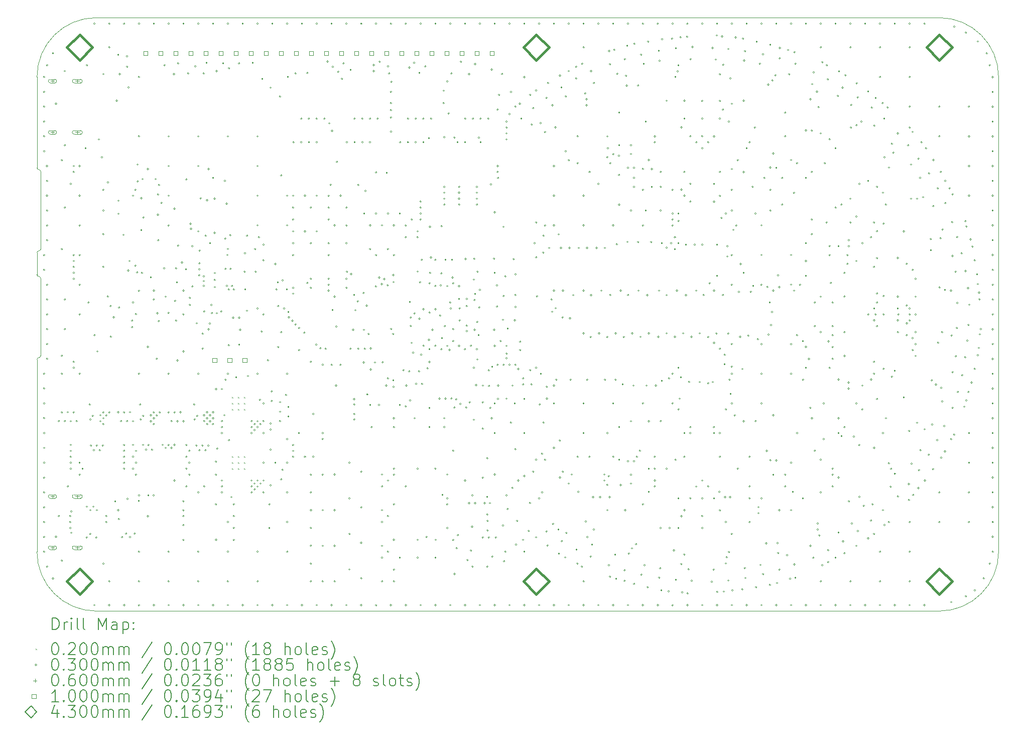
<source format=gbr>
%TF.GenerationSoftware,KiCad,Pcbnew,9.0.2-9.0.2-0~ubuntu24.04.1*%
%TF.CreationDate,2025-07-21T15:48:50-04:00*%
%TF.ProjectId,digital,64696769-7461-46c2-9e6b-696361645f70,rev?*%
%TF.SameCoordinates,Original*%
%TF.FileFunction,Drillmap*%
%TF.FilePolarity,Positive*%
%FSLAX45Y45*%
G04 Gerber Fmt 4.5, Leading zero omitted, Abs format (unit mm)*
G04 Created by KiCad (PCBNEW 9.0.2-9.0.2-0~ubuntu24.04.1) date 2025-07-21 15:48:50*
%MOMM*%
%LPD*%
G01*
G04 APERTURE LIST*
%ADD10C,0.050000*%
%ADD11C,0.200000*%
%ADD12C,0.100000*%
%ADD13C,0.430000*%
G04 APERTURE END LIST*
D10*
X6280000Y-15000000D02*
X20500000Y-15000000D01*
X5340000Y-10700000D02*
G75*
G02*
X5310000Y-10730000I-30000J0D01*
G01*
X5280000Y-6000000D02*
G75*
G02*
X6280000Y-5000000I1000000J0D01*
G01*
X6280000Y-15000000D02*
G75*
G02*
X5280000Y-14000000I0J1000000D01*
G01*
X5280000Y-6000000D02*
X5280000Y-7530000D01*
X5280000Y-10760000D02*
G75*
G02*
X5310000Y-10730000I30000J0D01*
G01*
X5310000Y-7560000D02*
G75*
G02*
X5280000Y-7530000I0J30000D01*
G01*
X5340000Y-8900000D02*
G75*
G02*
X5310000Y-8930000I-30000J0D01*
G01*
X5340000Y-7590000D02*
X5340000Y-8900000D01*
X20500000Y-5000000D02*
X6280000Y-5000000D01*
X5280000Y-10760000D02*
X5280000Y-14000000D01*
X20500000Y-5000000D02*
G75*
G02*
X21500000Y-6000000I0J-1000000D01*
G01*
X5280000Y-8960000D02*
G75*
G02*
X5310000Y-8930000I30000J0D01*
G01*
X5310000Y-9360000D02*
G75*
G02*
X5340000Y-9390000I0J-30000D01*
G01*
X5280000Y-8960000D02*
X5280000Y-9330000D01*
X21500000Y-14000000D02*
X21500000Y-6000000D01*
X5340000Y-9390000D02*
X5340000Y-10700000D01*
X21500000Y-14000000D02*
G75*
G02*
X20500000Y-15000000I-1000000J0D01*
G01*
X5310000Y-7560000D02*
G75*
G02*
X5340000Y-7590000I0J-30000D01*
G01*
X5310000Y-9360000D02*
G75*
G02*
X5280000Y-9330000I0J30000D01*
G01*
D11*
D12*
X8569000Y-11390000D02*
X8589000Y-11410000D01*
X8589000Y-11390000D02*
X8569000Y-11410000D01*
X8569000Y-11490000D02*
X8589000Y-11510000D01*
X8589000Y-11490000D02*
X8569000Y-11510000D01*
X8569000Y-11590000D02*
X8589000Y-11610000D01*
X8589000Y-11590000D02*
X8569000Y-11610000D01*
X8569000Y-12390000D02*
X8589000Y-12410000D01*
X8589000Y-12390000D02*
X8569000Y-12410000D01*
X8569000Y-12490000D02*
X8589000Y-12510000D01*
X8589000Y-12490000D02*
X8569000Y-12510000D01*
X8569000Y-12590000D02*
X8589000Y-12610000D01*
X8589000Y-12590000D02*
X8569000Y-12610000D01*
X8669000Y-11390000D02*
X8689000Y-11410000D01*
X8689000Y-11390000D02*
X8669000Y-11410000D01*
X8669000Y-11490000D02*
X8689000Y-11510000D01*
X8689000Y-11490000D02*
X8669000Y-11510000D01*
X8669000Y-11590000D02*
X8689000Y-11610000D01*
X8689000Y-11590000D02*
X8669000Y-11610000D01*
X8669000Y-12390000D02*
X8689000Y-12410000D01*
X8689000Y-12390000D02*
X8669000Y-12410000D01*
X8669000Y-12490000D02*
X8689000Y-12510000D01*
X8689000Y-12490000D02*
X8669000Y-12510000D01*
X8669000Y-12590000D02*
X8689000Y-12610000D01*
X8689000Y-12590000D02*
X8669000Y-12610000D01*
X8769000Y-11390000D02*
X8789000Y-11410000D01*
X8789000Y-11390000D02*
X8769000Y-11410000D01*
X8769000Y-11490000D02*
X8789000Y-11510000D01*
X8789000Y-11490000D02*
X8769000Y-11510000D01*
X8769000Y-11590000D02*
X8789000Y-11610000D01*
X8789000Y-11590000D02*
X8769000Y-11610000D01*
X8769000Y-12390000D02*
X8789000Y-12410000D01*
X8789000Y-12390000D02*
X8769000Y-12410000D01*
X8769000Y-12490000D02*
X8789000Y-12510000D01*
X8789000Y-12490000D02*
X8769000Y-12510000D01*
X8769000Y-12590000D02*
X8789000Y-12610000D01*
X8789000Y-12590000D02*
X8769000Y-12610000D01*
X5415000Y-6000000D02*
G75*
G02*
X5385000Y-6000000I-15000J0D01*
G01*
X5385000Y-6000000D02*
G75*
G02*
X5415000Y-6000000I15000J0D01*
G01*
X5415000Y-6250000D02*
G75*
G02*
X5385000Y-6250000I-15000J0D01*
G01*
X5385000Y-6250000D02*
G75*
G02*
X5415000Y-6250000I15000J0D01*
G01*
X5415000Y-6500000D02*
G75*
G02*
X5385000Y-6500000I-15000J0D01*
G01*
X5385000Y-6500000D02*
G75*
G02*
X5415000Y-6500000I15000J0D01*
G01*
X5415000Y-6750000D02*
G75*
G02*
X5385000Y-6750000I-15000J0D01*
G01*
X5385000Y-6750000D02*
G75*
G02*
X5415000Y-6750000I15000J0D01*
G01*
X5415000Y-7000000D02*
G75*
G02*
X5385000Y-7000000I-15000J0D01*
G01*
X5385000Y-7000000D02*
G75*
G02*
X5415000Y-7000000I15000J0D01*
G01*
X5415000Y-7250000D02*
G75*
G02*
X5385000Y-7250000I-15000J0D01*
G01*
X5385000Y-7250000D02*
G75*
G02*
X5415000Y-7250000I15000J0D01*
G01*
X5415000Y-9000000D02*
G75*
G02*
X5385000Y-9000000I-15000J0D01*
G01*
X5385000Y-9000000D02*
G75*
G02*
X5415000Y-9000000I15000J0D01*
G01*
X5415000Y-9250000D02*
G75*
G02*
X5385000Y-9250000I-15000J0D01*
G01*
X5385000Y-9250000D02*
G75*
G02*
X5415000Y-9250000I15000J0D01*
G01*
X5415000Y-11000000D02*
G75*
G02*
X5385000Y-11000000I-15000J0D01*
G01*
X5385000Y-11000000D02*
G75*
G02*
X5415000Y-11000000I15000J0D01*
G01*
X5415000Y-11250000D02*
G75*
G02*
X5385000Y-11250000I-15000J0D01*
G01*
X5385000Y-11250000D02*
G75*
G02*
X5415000Y-11250000I15000J0D01*
G01*
X5415000Y-11500000D02*
G75*
G02*
X5385000Y-11500000I-15000J0D01*
G01*
X5385000Y-11500000D02*
G75*
G02*
X5415000Y-11500000I15000J0D01*
G01*
X5415000Y-11750000D02*
G75*
G02*
X5385000Y-11750000I-15000J0D01*
G01*
X5385000Y-11750000D02*
G75*
G02*
X5415000Y-11750000I15000J0D01*
G01*
X5415000Y-12000000D02*
G75*
G02*
X5385000Y-12000000I-15000J0D01*
G01*
X5385000Y-12000000D02*
G75*
G02*
X5415000Y-12000000I15000J0D01*
G01*
X5415000Y-12250000D02*
G75*
G02*
X5385000Y-12250000I-15000J0D01*
G01*
X5385000Y-12250000D02*
G75*
G02*
X5415000Y-12250000I15000J0D01*
G01*
X5415000Y-12500000D02*
G75*
G02*
X5385000Y-12500000I-15000J0D01*
G01*
X5385000Y-12500000D02*
G75*
G02*
X5415000Y-12500000I15000J0D01*
G01*
X5415000Y-12750000D02*
G75*
G02*
X5385000Y-12750000I-15000J0D01*
G01*
X5385000Y-12750000D02*
G75*
G02*
X5415000Y-12750000I15000J0D01*
G01*
X5415000Y-13000000D02*
G75*
G02*
X5385000Y-13000000I-15000J0D01*
G01*
X5385000Y-13000000D02*
G75*
G02*
X5415000Y-13000000I15000J0D01*
G01*
X5415000Y-13250000D02*
G75*
G02*
X5385000Y-13250000I-15000J0D01*
G01*
X5385000Y-13250000D02*
G75*
G02*
X5415000Y-13250000I15000J0D01*
G01*
X5415000Y-13500000D02*
G75*
G02*
X5385000Y-13500000I-15000J0D01*
G01*
X5385000Y-13500000D02*
G75*
G02*
X5415000Y-13500000I15000J0D01*
G01*
X5415000Y-13750000D02*
G75*
G02*
X5385000Y-13750000I-15000J0D01*
G01*
X5385000Y-13750000D02*
G75*
G02*
X5415000Y-13750000I15000J0D01*
G01*
X5415000Y-14000000D02*
G75*
G02*
X5385000Y-14000000I-15000J0D01*
G01*
X5385000Y-14000000D02*
G75*
G02*
X5415000Y-14000000I15000J0D01*
G01*
X5465000Y-5800000D02*
G75*
G02*
X5435000Y-5800000I-15000J0D01*
G01*
X5435000Y-5800000D02*
G75*
G02*
X5465000Y-5800000I15000J0D01*
G01*
X5465000Y-7500000D02*
G75*
G02*
X5435000Y-7500000I-15000J0D01*
G01*
X5435000Y-7500000D02*
G75*
G02*
X5465000Y-7500000I15000J0D01*
G01*
X5465000Y-7750000D02*
G75*
G02*
X5435000Y-7750000I-15000J0D01*
G01*
X5435000Y-7750000D02*
G75*
G02*
X5465000Y-7750000I15000J0D01*
G01*
X5465000Y-8000000D02*
G75*
G02*
X5435000Y-8000000I-15000J0D01*
G01*
X5435000Y-8000000D02*
G75*
G02*
X5465000Y-8000000I15000J0D01*
G01*
X5465000Y-8250000D02*
G75*
G02*
X5435000Y-8250000I-15000J0D01*
G01*
X5435000Y-8250000D02*
G75*
G02*
X5465000Y-8250000I15000J0D01*
G01*
X5465000Y-8500000D02*
G75*
G02*
X5435000Y-8500000I-15000J0D01*
G01*
X5435000Y-8500000D02*
G75*
G02*
X5465000Y-8500000I15000J0D01*
G01*
X5465000Y-8750000D02*
G75*
G02*
X5435000Y-8750000I-15000J0D01*
G01*
X5435000Y-8750000D02*
G75*
G02*
X5465000Y-8750000I15000J0D01*
G01*
X5465000Y-9500000D02*
G75*
G02*
X5435000Y-9500000I-15000J0D01*
G01*
X5435000Y-9500000D02*
G75*
G02*
X5465000Y-9500000I15000J0D01*
G01*
X5465000Y-9750000D02*
G75*
G02*
X5435000Y-9750000I-15000J0D01*
G01*
X5435000Y-9750000D02*
G75*
G02*
X5465000Y-9750000I15000J0D01*
G01*
X5465000Y-10000000D02*
G75*
G02*
X5435000Y-10000000I-15000J0D01*
G01*
X5435000Y-10000000D02*
G75*
G02*
X5465000Y-10000000I15000J0D01*
G01*
X5465000Y-10250000D02*
G75*
G02*
X5435000Y-10250000I-15000J0D01*
G01*
X5435000Y-10250000D02*
G75*
G02*
X5465000Y-10250000I15000J0D01*
G01*
X5465000Y-10500000D02*
G75*
G02*
X5435000Y-10500000I-15000J0D01*
G01*
X5435000Y-10500000D02*
G75*
G02*
X5465000Y-10500000I15000J0D01*
G01*
X5465000Y-10750000D02*
G75*
G02*
X5435000Y-10750000I-15000J0D01*
G01*
X5435000Y-10750000D02*
G75*
G02*
X5465000Y-10750000I15000J0D01*
G01*
X5465000Y-14250000D02*
G75*
G02*
X5435000Y-14250000I-15000J0D01*
G01*
X5435000Y-14250000D02*
G75*
G02*
X5465000Y-14250000I15000J0D01*
G01*
X5565000Y-5600000D02*
G75*
G02*
X5535000Y-5600000I-15000J0D01*
G01*
X5535000Y-5600000D02*
G75*
G02*
X5565000Y-5600000I15000J0D01*
G01*
X5565000Y-14450000D02*
G75*
G02*
X5535000Y-14450000I-15000J0D01*
G01*
X5535000Y-14450000D02*
G75*
G02*
X5565000Y-14450000I15000J0D01*
G01*
X5615000Y-6450000D02*
G75*
G02*
X5585000Y-6450000I-15000J0D01*
G01*
X5585000Y-6450000D02*
G75*
G02*
X5615000Y-6450000I15000J0D01*
G01*
X5615000Y-13750000D02*
G75*
G02*
X5585000Y-13750000I-15000J0D01*
G01*
X5585000Y-13750000D02*
G75*
G02*
X5615000Y-13750000I15000J0D01*
G01*
X5665000Y-11800000D02*
G75*
G02*
X5635000Y-11800000I-15000J0D01*
G01*
X5635000Y-11800000D02*
G75*
G02*
X5665000Y-11800000I15000J0D01*
G01*
X5665000Y-13400000D02*
G75*
G02*
X5635000Y-13400000I-15000J0D01*
G01*
X5635000Y-13400000D02*
G75*
G02*
X5665000Y-13400000I15000J0D01*
G01*
X5715000Y-7400000D02*
G75*
G02*
X5685000Y-7400000I-15000J0D01*
G01*
X5685000Y-7400000D02*
G75*
G02*
X5715000Y-7400000I15000J0D01*
G01*
X5715000Y-8900000D02*
G75*
G02*
X5685000Y-8900000I-15000J0D01*
G01*
X5685000Y-8900000D02*
G75*
G02*
X5715000Y-8900000I15000J0D01*
G01*
X5715000Y-10700000D02*
G75*
G02*
X5685000Y-10700000I-15000J0D01*
G01*
X5685000Y-10700000D02*
G75*
G02*
X5715000Y-10700000I15000J0D01*
G01*
X5715000Y-11000000D02*
G75*
G02*
X5685000Y-11000000I-15000J0D01*
G01*
X5685000Y-11000000D02*
G75*
G02*
X5715000Y-11000000I15000J0D01*
G01*
X5715000Y-11650000D02*
G75*
G02*
X5685000Y-11650000I-15000J0D01*
G01*
X5685000Y-11650000D02*
G75*
G02*
X5715000Y-11650000I15000J0D01*
G01*
X5715000Y-14150000D02*
G75*
G02*
X5685000Y-14150000I-15000J0D01*
G01*
X5685000Y-14150000D02*
G75*
G02*
X5715000Y-14150000I15000J0D01*
G01*
X5765000Y-5900000D02*
G75*
G02*
X5735000Y-5900000I-15000J0D01*
G01*
X5735000Y-5900000D02*
G75*
G02*
X5765000Y-5900000I15000J0D01*
G01*
X5765000Y-7150000D02*
G75*
G02*
X5735000Y-7150000I-15000J0D01*
G01*
X5735000Y-7150000D02*
G75*
G02*
X5765000Y-7150000I15000J0D01*
G01*
X5765000Y-8200000D02*
G75*
G02*
X5735000Y-8200000I-15000J0D01*
G01*
X5735000Y-8200000D02*
G75*
G02*
X5765000Y-8200000I15000J0D01*
G01*
X5765000Y-9750000D02*
G75*
G02*
X5735000Y-9750000I-15000J0D01*
G01*
X5735000Y-9750000D02*
G75*
G02*
X5765000Y-9750000I15000J0D01*
G01*
X5765000Y-10250000D02*
G75*
G02*
X5735000Y-10250000I-15000J0D01*
G01*
X5735000Y-10250000D02*
G75*
G02*
X5765000Y-10250000I15000J0D01*
G01*
X5765000Y-11800000D02*
G75*
G02*
X5735000Y-11800000I-15000J0D01*
G01*
X5735000Y-11800000D02*
G75*
G02*
X5765000Y-11800000I15000J0D01*
G01*
X5815000Y-11650000D02*
G75*
G02*
X5785000Y-11650000I-15000J0D01*
G01*
X5785000Y-11650000D02*
G75*
G02*
X5815000Y-11650000I15000J0D01*
G01*
X5815000Y-12900000D02*
G75*
G02*
X5785000Y-12900000I-15000J0D01*
G01*
X5785000Y-12900000D02*
G75*
G02*
X5815000Y-12900000I15000J0D01*
G01*
X5855000Y-13400000D02*
G75*
G02*
X5825000Y-13400000I-15000J0D01*
G01*
X5825000Y-13400000D02*
G75*
G02*
X5855000Y-13400000I15000J0D01*
G01*
X5855000Y-13500000D02*
G75*
G02*
X5825000Y-13500000I-15000J0D01*
G01*
X5825000Y-13500000D02*
G75*
G02*
X5855000Y-13500000I15000J0D01*
G01*
X5855000Y-13600000D02*
G75*
G02*
X5825000Y-13600000I-15000J0D01*
G01*
X5825000Y-13600000D02*
G75*
G02*
X5855000Y-13600000I15000J0D01*
G01*
X5865000Y-7800000D02*
G75*
G02*
X5835000Y-7800000I-15000J0D01*
G01*
X5835000Y-7800000D02*
G75*
G02*
X5865000Y-7800000I15000J0D01*
G01*
X5865000Y-11800000D02*
G75*
G02*
X5835000Y-11800000I-15000J0D01*
G01*
X5835000Y-11800000D02*
G75*
G02*
X5865000Y-11800000I15000J0D01*
G01*
X5865000Y-12200000D02*
G75*
G02*
X5835000Y-12200000I-15000J0D01*
G01*
X5835000Y-12200000D02*
G75*
G02*
X5865000Y-12200000I15000J0D01*
G01*
X5865000Y-12300000D02*
G75*
G02*
X5835000Y-12300000I-15000J0D01*
G01*
X5835000Y-12300000D02*
G75*
G02*
X5865000Y-12300000I15000J0D01*
G01*
X5865000Y-12400000D02*
G75*
G02*
X5835000Y-12400000I-15000J0D01*
G01*
X5835000Y-12400000D02*
G75*
G02*
X5865000Y-12400000I15000J0D01*
G01*
X5865000Y-12500000D02*
G75*
G02*
X5835000Y-12500000I-15000J0D01*
G01*
X5835000Y-12500000D02*
G75*
G02*
X5865000Y-12500000I15000J0D01*
G01*
X5865000Y-12600000D02*
G75*
G02*
X5835000Y-12600000I-15000J0D01*
G01*
X5835000Y-12600000D02*
G75*
G02*
X5865000Y-12600000I15000J0D01*
G01*
X5875000Y-13320000D02*
G75*
G02*
X5845000Y-13320000I-15000J0D01*
G01*
X5845000Y-13320000D02*
G75*
G02*
X5875000Y-13320000I15000J0D01*
G01*
X5875000Y-13680000D02*
G75*
G02*
X5845000Y-13680000I-15000J0D01*
G01*
X5845000Y-13680000D02*
G75*
G02*
X5875000Y-13680000I15000J0D01*
G01*
X5915000Y-7500000D02*
G75*
G02*
X5885000Y-7500000I-15000J0D01*
G01*
X5885000Y-7500000D02*
G75*
G02*
X5915000Y-7500000I15000J0D01*
G01*
X5915000Y-7600000D02*
G75*
G02*
X5885000Y-7600000I-15000J0D01*
G01*
X5885000Y-7600000D02*
G75*
G02*
X5915000Y-7600000I15000J0D01*
G01*
X5915000Y-9000000D02*
G75*
G02*
X5885000Y-9000000I-15000J0D01*
G01*
X5885000Y-9000000D02*
G75*
G02*
X5915000Y-9000000I15000J0D01*
G01*
X5915000Y-9100000D02*
G75*
G02*
X5885000Y-9100000I-15000J0D01*
G01*
X5885000Y-9100000D02*
G75*
G02*
X5915000Y-9100000I15000J0D01*
G01*
X5915000Y-9200000D02*
G75*
G02*
X5885000Y-9200000I-15000J0D01*
G01*
X5885000Y-9200000D02*
G75*
G02*
X5915000Y-9200000I15000J0D01*
G01*
X5915000Y-9300000D02*
G75*
G02*
X5885000Y-9300000I-15000J0D01*
G01*
X5885000Y-9300000D02*
G75*
G02*
X5915000Y-9300000I15000J0D01*
G01*
X5915000Y-9400000D02*
G75*
G02*
X5885000Y-9400000I-15000J0D01*
G01*
X5885000Y-9400000D02*
G75*
G02*
X5915000Y-9400000I15000J0D01*
G01*
X5915000Y-10800000D02*
G75*
G02*
X5885000Y-10800000I-15000J0D01*
G01*
X5885000Y-10800000D02*
G75*
G02*
X5915000Y-10800000I15000J0D01*
G01*
X5915000Y-10900000D02*
G75*
G02*
X5885000Y-10900000I-15000J0D01*
G01*
X5885000Y-10900000D02*
G75*
G02*
X5915000Y-10900000I15000J0D01*
G01*
X5915000Y-11650000D02*
G75*
G02*
X5885000Y-11650000I-15000J0D01*
G01*
X5885000Y-11650000D02*
G75*
G02*
X5915000Y-11650000I15000J0D01*
G01*
X5965000Y-11800000D02*
G75*
G02*
X5935000Y-11800000I-15000J0D01*
G01*
X5935000Y-11800000D02*
G75*
G02*
X5965000Y-11800000I15000J0D01*
G01*
X6015000Y-7500000D02*
G75*
G02*
X5985000Y-7500000I-15000J0D01*
G01*
X5985000Y-7500000D02*
G75*
G02*
X6015000Y-7500000I15000J0D01*
G01*
X6015000Y-8000000D02*
G75*
G02*
X5985000Y-8000000I-15000J0D01*
G01*
X5985000Y-8000000D02*
G75*
G02*
X6015000Y-8000000I15000J0D01*
G01*
X6015000Y-8500000D02*
G75*
G02*
X5985000Y-8500000I-15000J0D01*
G01*
X5985000Y-8500000D02*
G75*
G02*
X6015000Y-8500000I15000J0D01*
G01*
X6015000Y-9000000D02*
G75*
G02*
X5985000Y-9000000I-15000J0D01*
G01*
X5985000Y-9000000D02*
G75*
G02*
X6015000Y-9000000I15000J0D01*
G01*
X6015000Y-9500000D02*
G75*
G02*
X5985000Y-9500000I-15000J0D01*
G01*
X5985000Y-9500000D02*
G75*
G02*
X6015000Y-9500000I15000J0D01*
G01*
X6015000Y-10000000D02*
G75*
G02*
X5985000Y-10000000I-15000J0D01*
G01*
X5985000Y-10000000D02*
G75*
G02*
X6015000Y-10000000I15000J0D01*
G01*
X6015000Y-11000000D02*
G75*
G02*
X5985000Y-11000000I-15000J0D01*
G01*
X5985000Y-11000000D02*
G75*
G02*
X6015000Y-11000000I15000J0D01*
G01*
X6015000Y-12500000D02*
G75*
G02*
X5985000Y-12500000I-15000J0D01*
G01*
X5985000Y-12500000D02*
G75*
G02*
X6015000Y-12500000I15000J0D01*
G01*
X6015000Y-12700000D02*
G75*
G02*
X5985000Y-12700000I-15000J0D01*
G01*
X5985000Y-12700000D02*
G75*
G02*
X6015000Y-12700000I15000J0D01*
G01*
X6065000Y-12600000D02*
G75*
G02*
X6035000Y-12600000I-15000J0D01*
G01*
X6035000Y-12600000D02*
G75*
G02*
X6065000Y-12600000I15000J0D01*
G01*
X6115000Y-7200000D02*
G75*
G02*
X6085000Y-7200000I-15000J0D01*
G01*
X6085000Y-7200000D02*
G75*
G02*
X6115000Y-7200000I15000J0D01*
G01*
X6135000Y-13240000D02*
G75*
G02*
X6105000Y-13240000I-15000J0D01*
G01*
X6105000Y-13240000D02*
G75*
G02*
X6135000Y-13240000I15000J0D01*
G01*
X6135000Y-13760000D02*
G75*
G02*
X6105000Y-13760000I-15000J0D01*
G01*
X6105000Y-13760000D02*
G75*
G02*
X6135000Y-13760000I15000J0D01*
G01*
X6140000Y-5800000D02*
G75*
G02*
X6110000Y-5800000I-15000J0D01*
G01*
X6110000Y-5800000D02*
G75*
G02*
X6140000Y-5800000I15000J0D01*
G01*
X6165000Y-9800000D02*
G75*
G02*
X6135000Y-9800000I-15000J0D01*
G01*
X6135000Y-9800000D02*
G75*
G02*
X6165000Y-9800000I15000J0D01*
G01*
X6185000Y-11520000D02*
G75*
G02*
X6155000Y-11520000I-15000J0D01*
G01*
X6155000Y-11520000D02*
G75*
G02*
X6185000Y-11520000I15000J0D01*
G01*
X6195000Y-11770000D02*
G75*
G02*
X6165000Y-11770000I-15000J0D01*
G01*
X6165000Y-11770000D02*
G75*
G02*
X6195000Y-11770000I15000J0D01*
G01*
X6195000Y-13300000D02*
G75*
G02*
X6165000Y-13300000I-15000J0D01*
G01*
X6165000Y-13300000D02*
G75*
G02*
X6195000Y-13300000I15000J0D01*
G01*
X6195000Y-13700000D02*
G75*
G02*
X6165000Y-13700000I-15000J0D01*
G01*
X6165000Y-13700000D02*
G75*
G02*
X6195000Y-13700000I15000J0D01*
G01*
X6205000Y-12210000D02*
G75*
G02*
X6175000Y-12210000I-15000J0D01*
G01*
X6175000Y-12210000D02*
G75*
G02*
X6205000Y-12210000I15000J0D01*
G01*
X6235000Y-11710000D02*
G75*
G02*
X6205000Y-11710000I-15000J0D01*
G01*
X6205000Y-11710000D02*
G75*
G02*
X6235000Y-11710000I15000J0D01*
G01*
X6245000Y-13240000D02*
G75*
G02*
X6215000Y-13240000I-15000J0D01*
G01*
X6215000Y-13240000D02*
G75*
G02*
X6245000Y-13240000I15000J0D01*
G01*
X6255000Y-12290000D02*
G75*
G02*
X6225000Y-12290000I-15000J0D01*
G01*
X6225000Y-12290000D02*
G75*
G02*
X6255000Y-12290000I15000J0D01*
G01*
X6265000Y-5100000D02*
G75*
G02*
X6235000Y-5100000I-15000J0D01*
G01*
X6235000Y-5100000D02*
G75*
G02*
X6265000Y-5100000I15000J0D01*
G01*
X6265000Y-10350000D02*
G75*
G02*
X6235000Y-10350000I-15000J0D01*
G01*
X6235000Y-10350000D02*
G75*
G02*
X6265000Y-10350000I15000J0D01*
G01*
X6265000Y-14900000D02*
G75*
G02*
X6235000Y-14900000I-15000J0D01*
G01*
X6235000Y-14900000D02*
G75*
G02*
X6265000Y-14900000I15000J0D01*
G01*
X6295000Y-13760000D02*
G75*
G02*
X6265000Y-13760000I-15000J0D01*
G01*
X6265000Y-13760000D02*
G75*
G02*
X6295000Y-13760000I15000J0D01*
G01*
X6305000Y-12210000D02*
G75*
G02*
X6275000Y-12210000I-15000J0D01*
G01*
X6275000Y-12210000D02*
G75*
G02*
X6305000Y-12210000I15000J0D01*
G01*
X6305000Y-13300000D02*
G75*
G02*
X6275000Y-13300000I-15000J0D01*
G01*
X6275000Y-13300000D02*
G75*
G02*
X6305000Y-13300000I15000J0D01*
G01*
X6315000Y-10625000D02*
G75*
G02*
X6285000Y-10625000I-15000J0D01*
G01*
X6285000Y-10625000D02*
G75*
G02*
X6315000Y-10625000I15000J0D01*
G01*
X6340000Y-7050000D02*
G75*
G02*
X6310000Y-7050000I-15000J0D01*
G01*
X6310000Y-7050000D02*
G75*
G02*
X6340000Y-7050000I15000J0D01*
G01*
X6355000Y-12290000D02*
G75*
G02*
X6325000Y-12290000I-15000J0D01*
G01*
X6325000Y-12290000D02*
G75*
G02*
X6355000Y-12290000I15000J0D01*
G01*
X6365000Y-11700000D02*
G75*
G02*
X6335000Y-11700000I-15000J0D01*
G01*
X6335000Y-11700000D02*
G75*
G02*
X6365000Y-11700000I15000J0D01*
G01*
X6365000Y-11800000D02*
G75*
G02*
X6335000Y-11800000I-15000J0D01*
G01*
X6335000Y-11800000D02*
G75*
G02*
X6365000Y-11800000I15000J0D01*
G01*
X6390000Y-7350000D02*
G75*
G02*
X6360000Y-7350000I-15000J0D01*
G01*
X6360000Y-7350000D02*
G75*
G02*
X6390000Y-7350000I15000J0D01*
G01*
X6405000Y-12210000D02*
G75*
G02*
X6375000Y-12210000I-15000J0D01*
G01*
X6375000Y-12210000D02*
G75*
G02*
X6405000Y-12210000I15000J0D01*
G01*
X6415000Y-5950000D02*
G75*
G02*
X6385000Y-5950000I-15000J0D01*
G01*
X6385000Y-5950000D02*
G75*
G02*
X6415000Y-5950000I15000J0D01*
G01*
X6415000Y-7900000D02*
G75*
G02*
X6385000Y-7900000I-15000J0D01*
G01*
X6385000Y-7900000D02*
G75*
G02*
X6415000Y-7900000I15000J0D01*
G01*
X6415000Y-8250000D02*
G75*
G02*
X6385000Y-8250000I-15000J0D01*
G01*
X6385000Y-8250000D02*
G75*
G02*
X6415000Y-8250000I15000J0D01*
G01*
X6415000Y-8650000D02*
G75*
G02*
X6385000Y-8650000I-15000J0D01*
G01*
X6385000Y-8650000D02*
G75*
G02*
X6415000Y-8650000I15000J0D01*
G01*
X6415000Y-9200000D02*
G75*
G02*
X6385000Y-9200000I-15000J0D01*
G01*
X6385000Y-9200000D02*
G75*
G02*
X6415000Y-9200000I15000J0D01*
G01*
X6415000Y-11650000D02*
G75*
G02*
X6385000Y-11650000I-15000J0D01*
G01*
X6385000Y-11650000D02*
G75*
G02*
X6415000Y-11650000I15000J0D01*
G01*
X6415000Y-11750000D02*
G75*
G02*
X6385000Y-11750000I-15000J0D01*
G01*
X6385000Y-11750000D02*
G75*
G02*
X6415000Y-11750000I15000J0D01*
G01*
X6415000Y-11850000D02*
G75*
G02*
X6385000Y-11850000I-15000J0D01*
G01*
X6385000Y-11850000D02*
G75*
G02*
X6415000Y-11850000I15000J0D01*
G01*
X6415000Y-14200000D02*
G75*
G02*
X6385000Y-14200000I-15000J0D01*
G01*
X6385000Y-14200000D02*
G75*
G02*
X6415000Y-14200000I15000J0D01*
G01*
X6465000Y-11700000D02*
G75*
G02*
X6435000Y-11700000I-15000J0D01*
G01*
X6435000Y-11700000D02*
G75*
G02*
X6465000Y-11700000I15000J0D01*
G01*
X6465000Y-13400000D02*
G75*
G02*
X6435000Y-13400000I-15000J0D01*
G01*
X6435000Y-13400000D02*
G75*
G02*
X6465000Y-13400000I15000J0D01*
G01*
X6465000Y-13500000D02*
G75*
G02*
X6435000Y-13500000I-15000J0D01*
G01*
X6435000Y-13500000D02*
G75*
G02*
X6465000Y-13500000I15000J0D01*
G01*
X6490000Y-7775000D02*
G75*
G02*
X6460000Y-7775000I-15000J0D01*
G01*
X6460000Y-7775000D02*
G75*
G02*
X6490000Y-7775000I15000J0D01*
G01*
X6490000Y-9700000D02*
G75*
G02*
X6460000Y-9700000I-15000J0D01*
G01*
X6460000Y-9700000D02*
G75*
G02*
X6490000Y-9700000I15000J0D01*
G01*
X6515000Y-5100000D02*
G75*
G02*
X6485000Y-5100000I-15000J0D01*
G01*
X6485000Y-5100000D02*
G75*
G02*
X6515000Y-5100000I15000J0D01*
G01*
X6515000Y-5500000D02*
G75*
G02*
X6485000Y-5500000I-15000J0D01*
G01*
X6485000Y-5500000D02*
G75*
G02*
X6515000Y-5500000I15000J0D01*
G01*
X6515000Y-11650000D02*
G75*
G02*
X6485000Y-11650000I-15000J0D01*
G01*
X6485000Y-11650000D02*
G75*
G02*
X6515000Y-11650000I15000J0D01*
G01*
X6515000Y-14500000D02*
G75*
G02*
X6485000Y-14500000I-15000J0D01*
G01*
X6485000Y-14500000D02*
G75*
G02*
X6515000Y-14500000I15000J0D01*
G01*
X6515000Y-14900000D02*
G75*
G02*
X6485000Y-14900000I-15000J0D01*
G01*
X6485000Y-14900000D02*
G75*
G02*
X6515000Y-14900000I15000J0D01*
G01*
X6535000Y-9860000D02*
G75*
G02*
X6505000Y-9860000I-15000J0D01*
G01*
X6505000Y-9860000D02*
G75*
G02*
X6535000Y-9860000I15000J0D01*
G01*
X6540000Y-10375000D02*
G75*
G02*
X6510000Y-10375000I-15000J0D01*
G01*
X6510000Y-10375000D02*
G75*
G02*
X6540000Y-10375000I15000J0D01*
G01*
X6590000Y-10050000D02*
G75*
G02*
X6560000Y-10050000I-15000J0D01*
G01*
X6560000Y-10050000D02*
G75*
G02*
X6590000Y-10050000I15000J0D01*
G01*
X6615000Y-13150000D02*
G75*
G02*
X6585000Y-13150000I-15000J0D01*
G01*
X6585000Y-13150000D02*
G75*
G02*
X6615000Y-13150000I15000J0D01*
G01*
X6640000Y-6400000D02*
G75*
G02*
X6610000Y-6400000I-15000J0D01*
G01*
X6610000Y-6400000D02*
G75*
G02*
X6640000Y-6400000I15000J0D01*
G01*
X6665000Y-5625000D02*
G75*
G02*
X6635000Y-5625000I-15000J0D01*
G01*
X6635000Y-5625000D02*
G75*
G02*
X6665000Y-5625000I15000J0D01*
G01*
X6665000Y-11650000D02*
G75*
G02*
X6635000Y-11650000I-15000J0D01*
G01*
X6635000Y-11650000D02*
G75*
G02*
X6665000Y-11650000I15000J0D01*
G01*
X6665000Y-13300000D02*
G75*
G02*
X6635000Y-13300000I-15000J0D01*
G01*
X6635000Y-13300000D02*
G75*
G02*
X6665000Y-13300000I15000J0D01*
G01*
X6670000Y-8085000D02*
G75*
G02*
X6640000Y-8085000I-15000J0D01*
G01*
X6640000Y-8085000D02*
G75*
G02*
X6670000Y-8085000I15000J0D01*
G01*
X6670000Y-8305000D02*
G75*
G02*
X6640000Y-8305000I-15000J0D01*
G01*
X6640000Y-8305000D02*
G75*
G02*
X6670000Y-8305000I15000J0D01*
G01*
X6677500Y-13450000D02*
G75*
G02*
X6647500Y-13450000I-15000J0D01*
G01*
X6647500Y-13450000D02*
G75*
G02*
X6677500Y-13450000I15000J0D01*
G01*
X6680000Y-9885000D02*
G75*
G02*
X6650000Y-9885000I-15000J0D01*
G01*
X6650000Y-9885000D02*
G75*
G02*
X6680000Y-9885000I15000J0D01*
G01*
X6690000Y-5950000D02*
G75*
G02*
X6660000Y-5950000I-15000J0D01*
G01*
X6660000Y-5950000D02*
G75*
G02*
X6690000Y-5950000I15000J0D01*
G01*
X6715000Y-11800000D02*
G75*
G02*
X6685000Y-11800000I-15000J0D01*
G01*
X6685000Y-11800000D02*
G75*
G02*
X6715000Y-11800000I15000J0D01*
G01*
X6730000Y-13755000D02*
G75*
G02*
X6700000Y-13755000I-15000J0D01*
G01*
X6700000Y-13755000D02*
G75*
G02*
X6730000Y-13755000I15000J0D01*
G01*
X6755000Y-8660000D02*
G75*
G02*
X6725000Y-8660000I-15000J0D01*
G01*
X6725000Y-8660000D02*
G75*
G02*
X6755000Y-8660000I15000J0D01*
G01*
X6765000Y-5100000D02*
G75*
G02*
X6735000Y-5100000I-15000J0D01*
G01*
X6735000Y-5100000D02*
G75*
G02*
X6765000Y-5100000I15000J0D01*
G01*
X6765000Y-11650000D02*
G75*
G02*
X6735000Y-11650000I-15000J0D01*
G01*
X6735000Y-11650000D02*
G75*
G02*
X6765000Y-11650000I15000J0D01*
G01*
X6765000Y-12200000D02*
G75*
G02*
X6735000Y-12200000I-15000J0D01*
G01*
X6735000Y-12200000D02*
G75*
G02*
X6765000Y-12200000I15000J0D01*
G01*
X6765000Y-12300000D02*
G75*
G02*
X6735000Y-12300000I-15000J0D01*
G01*
X6735000Y-12300000D02*
G75*
G02*
X6765000Y-12300000I15000J0D01*
G01*
X6765000Y-12400000D02*
G75*
G02*
X6735000Y-12400000I-15000J0D01*
G01*
X6735000Y-12400000D02*
G75*
G02*
X6765000Y-12400000I15000J0D01*
G01*
X6765000Y-12500000D02*
G75*
G02*
X6735000Y-12500000I-15000J0D01*
G01*
X6735000Y-12500000D02*
G75*
G02*
X6765000Y-12500000I15000J0D01*
G01*
X6765000Y-12600000D02*
G75*
G02*
X6735000Y-12600000I-15000J0D01*
G01*
X6735000Y-12600000D02*
G75*
G02*
X6765000Y-12600000I15000J0D01*
G01*
X6765000Y-14900000D02*
G75*
G02*
X6735000Y-14900000I-15000J0D01*
G01*
X6735000Y-14900000D02*
G75*
G02*
X6765000Y-14900000I15000J0D01*
G01*
X6800000Y-13695000D02*
G75*
G02*
X6770000Y-13695000I-15000J0D01*
G01*
X6770000Y-13695000D02*
G75*
G02*
X6800000Y-13695000I15000J0D01*
G01*
X6815000Y-5650000D02*
G75*
G02*
X6785000Y-5650000I-15000J0D01*
G01*
X6785000Y-5650000D02*
G75*
G02*
X6815000Y-5650000I15000J0D01*
G01*
X6815000Y-5825000D02*
G75*
G02*
X6785000Y-5825000I-15000J0D01*
G01*
X6785000Y-5825000D02*
G75*
G02*
X6815000Y-5825000I15000J0D01*
G01*
X6815000Y-11800000D02*
G75*
G02*
X6785000Y-11800000I-15000J0D01*
G01*
X6785000Y-11800000D02*
G75*
G02*
X6815000Y-11800000I15000J0D01*
G01*
X6822500Y-13107500D02*
G75*
G02*
X6792500Y-13107500I-15000J0D01*
G01*
X6792500Y-13107500D02*
G75*
G02*
X6822500Y-13107500I15000J0D01*
G01*
X6835000Y-9260000D02*
G75*
G02*
X6805000Y-9260000I-15000J0D01*
G01*
X6805000Y-9260000D02*
G75*
G02*
X6835000Y-9260000I15000J0D01*
G01*
X6840000Y-6175000D02*
G75*
G02*
X6810000Y-6175000I-15000J0D01*
G01*
X6810000Y-6175000D02*
G75*
G02*
X6840000Y-6175000I15000J0D01*
G01*
X6855000Y-9100000D02*
G75*
G02*
X6825000Y-9100000I-15000J0D01*
G01*
X6825000Y-9100000D02*
G75*
G02*
X6855000Y-9100000I15000J0D01*
G01*
X6865000Y-11650000D02*
G75*
G02*
X6835000Y-11650000I-15000J0D01*
G01*
X6835000Y-11650000D02*
G75*
G02*
X6865000Y-11650000I15000J0D01*
G01*
X6865000Y-13752500D02*
G75*
G02*
X6835000Y-13752500I-15000J0D01*
G01*
X6835000Y-13752500D02*
G75*
G02*
X6865000Y-13752500I15000J0D01*
G01*
X6900000Y-10105000D02*
G75*
G02*
X6870000Y-10105000I-15000J0D01*
G01*
X6870000Y-10105000D02*
G75*
G02*
X6900000Y-10105000I15000J0D01*
G01*
X6900000Y-10215000D02*
G75*
G02*
X6870000Y-10215000I-15000J0D01*
G01*
X6870000Y-10215000D02*
G75*
G02*
X6900000Y-10215000I15000J0D01*
G01*
X6915000Y-8000000D02*
G75*
G02*
X6885000Y-8000000I-15000J0D01*
G01*
X6885000Y-8000000D02*
G75*
G02*
X6915000Y-8000000I15000J0D01*
G01*
X6915000Y-9800000D02*
G75*
G02*
X6885000Y-9800000I-15000J0D01*
G01*
X6885000Y-9800000D02*
G75*
G02*
X6915000Y-9800000I15000J0D01*
G01*
X6915000Y-11800000D02*
G75*
G02*
X6885000Y-11800000I-15000J0D01*
G01*
X6885000Y-11800000D02*
G75*
G02*
X6915000Y-11800000I15000J0D01*
G01*
X6915000Y-12200000D02*
G75*
G02*
X6885000Y-12200000I-15000J0D01*
G01*
X6885000Y-12200000D02*
G75*
G02*
X6915000Y-12200000I15000J0D01*
G01*
X6915000Y-12400000D02*
G75*
G02*
X6885000Y-12400000I-15000J0D01*
G01*
X6885000Y-12400000D02*
G75*
G02*
X6915000Y-12400000I15000J0D01*
G01*
X6915000Y-12600000D02*
G75*
G02*
X6885000Y-12600000I-15000J0D01*
G01*
X6885000Y-12600000D02*
G75*
G02*
X6915000Y-12600000I15000J0D01*
G01*
X6942500Y-13695000D02*
G75*
G02*
X6912500Y-13695000I-15000J0D01*
G01*
X6912500Y-13695000D02*
G75*
G02*
X6942500Y-13695000I15000J0D01*
G01*
X6955000Y-7900000D02*
G75*
G02*
X6925000Y-7900000I-15000J0D01*
G01*
X6925000Y-7900000D02*
G75*
G02*
X6955000Y-7900000I15000J0D01*
G01*
X6955000Y-9180000D02*
G75*
G02*
X6925000Y-9180000I-15000J0D01*
G01*
X6925000Y-9180000D02*
G75*
G02*
X6955000Y-9180000I15000J0D01*
G01*
X6965000Y-9995000D02*
G75*
G02*
X6935000Y-9995000I-15000J0D01*
G01*
X6935000Y-9995000D02*
G75*
G02*
X6965000Y-9995000I15000J0D01*
G01*
X6965000Y-12300000D02*
G75*
G02*
X6935000Y-12300000I-15000J0D01*
G01*
X6935000Y-12300000D02*
G75*
G02*
X6965000Y-12300000I15000J0D01*
G01*
X6965000Y-12500000D02*
G75*
G02*
X6935000Y-12500000I-15000J0D01*
G01*
X6935000Y-12500000D02*
G75*
G02*
X6965000Y-12500000I15000J0D01*
G01*
X6965000Y-12700000D02*
G75*
G02*
X6935000Y-12700000I-15000J0D01*
G01*
X6935000Y-12700000D02*
G75*
G02*
X6965000Y-12700000I15000J0D01*
G01*
X6985235Y-9293864D02*
G75*
G02*
X6955235Y-9293864I-15000J0D01*
G01*
X6955235Y-9293864D02*
G75*
G02*
X6985235Y-9293864I15000J0D01*
G01*
X6990000Y-7475000D02*
G75*
G02*
X6960000Y-7475000I-15000J0D01*
G01*
X6960000Y-7475000D02*
G75*
G02*
X6990000Y-7475000I15000J0D01*
G01*
X6995000Y-7760000D02*
G75*
G02*
X6965000Y-7760000I-15000J0D01*
G01*
X6965000Y-7760000D02*
G75*
G02*
X6995000Y-7760000I15000J0D01*
G01*
X7012500Y-13142600D02*
G75*
G02*
X6982500Y-13142600I-15000J0D01*
G01*
X6982500Y-13142600D02*
G75*
G02*
X7012500Y-13142600I15000J0D01*
G01*
X7015000Y-5100000D02*
G75*
G02*
X6985000Y-5100000I-15000J0D01*
G01*
X6985000Y-5100000D02*
G75*
G02*
X7015000Y-5100000I15000J0D01*
G01*
X7015000Y-6000000D02*
G75*
G02*
X6985000Y-6000000I-15000J0D01*
G01*
X6985000Y-6000000D02*
G75*
G02*
X7015000Y-6000000I15000J0D01*
G01*
X7015000Y-7000000D02*
G75*
G02*
X6985000Y-7000000I-15000J0D01*
G01*
X6985000Y-7000000D02*
G75*
G02*
X7015000Y-7000000I15000J0D01*
G01*
X7015000Y-9600000D02*
G75*
G02*
X6985000Y-9600000I-15000J0D01*
G01*
X6985000Y-9600000D02*
G75*
G02*
X7015000Y-9600000I15000J0D01*
G01*
X7015000Y-11000000D02*
G75*
G02*
X6985000Y-11000000I-15000J0D01*
G01*
X6985000Y-11000000D02*
G75*
G02*
X7015000Y-11000000I15000J0D01*
G01*
X7015000Y-13050000D02*
G75*
G02*
X6985000Y-13050000I-15000J0D01*
G01*
X6985000Y-13050000D02*
G75*
G02*
X7015000Y-13050000I15000J0D01*
G01*
X7015000Y-14000000D02*
G75*
G02*
X6985000Y-14000000I-15000J0D01*
G01*
X6985000Y-14000000D02*
G75*
G02*
X7015000Y-14000000I15000J0D01*
G01*
X7015000Y-14500000D02*
G75*
G02*
X6985000Y-14500000I-15000J0D01*
G01*
X6985000Y-14500000D02*
G75*
G02*
X7015000Y-14500000I15000J0D01*
G01*
X7015000Y-14900000D02*
G75*
G02*
X6985000Y-14900000I-15000J0D01*
G01*
X6985000Y-14900000D02*
G75*
G02*
X7015000Y-14900000I15000J0D01*
G01*
X7035000Y-11520000D02*
G75*
G02*
X7005000Y-11520000I-15000J0D01*
G01*
X7005000Y-11520000D02*
G75*
G02*
X7035000Y-11520000I15000J0D01*
G01*
X7045000Y-11770000D02*
G75*
G02*
X7015000Y-11770000I-15000J0D01*
G01*
X7015000Y-11770000D02*
G75*
G02*
X7045000Y-11770000I15000J0D01*
G01*
X7055000Y-8040000D02*
G75*
G02*
X7025000Y-8040000I-15000J0D01*
G01*
X7025000Y-8040000D02*
G75*
G02*
X7055000Y-8040000I15000J0D01*
G01*
X7055000Y-8580000D02*
G75*
G02*
X7025000Y-8580000I-15000J0D01*
G01*
X7025000Y-8580000D02*
G75*
G02*
X7055000Y-8580000I15000J0D01*
G01*
X7065000Y-9300000D02*
G75*
G02*
X7035000Y-9300000I-15000J0D01*
G01*
X7035000Y-9300000D02*
G75*
G02*
X7065000Y-9300000I15000J0D01*
G01*
X7075000Y-7720000D02*
G75*
G02*
X7045000Y-7720000I-15000J0D01*
G01*
X7045000Y-7720000D02*
G75*
G02*
X7075000Y-7720000I15000J0D01*
G01*
X7085000Y-11710000D02*
G75*
G02*
X7055000Y-11710000I-15000J0D01*
G01*
X7055000Y-11710000D02*
G75*
G02*
X7085000Y-11710000I15000J0D01*
G01*
X7085000Y-12200000D02*
G75*
G02*
X7055000Y-12200000I-15000J0D01*
G01*
X7055000Y-12200000D02*
G75*
G02*
X7085000Y-12200000I15000J0D01*
G01*
X7090000Y-8365000D02*
G75*
G02*
X7060000Y-8365000I-15000J0D01*
G01*
X7060000Y-8365000D02*
G75*
G02*
X7090000Y-8365000I15000J0D01*
G01*
X7135000Y-12280000D02*
G75*
G02*
X7105000Y-12280000I-15000J0D01*
G01*
X7105000Y-12280000D02*
G75*
G02*
X7135000Y-12280000I15000J0D01*
G01*
X7165000Y-7550000D02*
G75*
G02*
X7135000Y-7550000I-15000J0D01*
G01*
X7135000Y-7550000D02*
G75*
G02*
X7165000Y-7550000I15000J0D01*
G01*
X7165000Y-10550000D02*
G75*
G02*
X7135000Y-10550000I-15000J0D01*
G01*
X7135000Y-10550000D02*
G75*
G02*
X7165000Y-10550000I15000J0D01*
G01*
X7165000Y-13400000D02*
G75*
G02*
X7135000Y-13400000I-15000J0D01*
G01*
X7135000Y-13400000D02*
G75*
G02*
X7165000Y-13400000I15000J0D01*
G01*
X7172500Y-13050000D02*
G75*
G02*
X7142500Y-13050000I-15000J0D01*
G01*
X7142500Y-13050000D02*
G75*
G02*
X7172500Y-13050000I15000J0D01*
G01*
X7175000Y-12200000D02*
G75*
G02*
X7145000Y-12200000I-15000J0D01*
G01*
X7145000Y-12200000D02*
G75*
G02*
X7175000Y-12200000I15000J0D01*
G01*
X7215000Y-9375000D02*
G75*
G02*
X7185000Y-9375000I-15000J0D01*
G01*
X7185000Y-9375000D02*
G75*
G02*
X7215000Y-9375000I15000J0D01*
G01*
X7215000Y-11700000D02*
G75*
G02*
X7185000Y-11700000I-15000J0D01*
G01*
X7185000Y-11700000D02*
G75*
G02*
X7215000Y-11700000I15000J0D01*
G01*
X7215000Y-11800000D02*
G75*
G02*
X7185000Y-11800000I-15000J0D01*
G01*
X7185000Y-11800000D02*
G75*
G02*
X7215000Y-11800000I15000J0D01*
G01*
X7235000Y-12280000D02*
G75*
G02*
X7205000Y-12280000I-15000J0D01*
G01*
X7205000Y-12280000D02*
G75*
G02*
X7235000Y-12280000I15000J0D01*
G01*
X7264000Y-13050000D02*
G75*
G02*
X7234000Y-13050000I-15000J0D01*
G01*
X7234000Y-13050000D02*
G75*
G02*
X7264000Y-13050000I15000J0D01*
G01*
X7265000Y-5100000D02*
G75*
G02*
X7235000Y-5100000I-15000J0D01*
G01*
X7235000Y-5100000D02*
G75*
G02*
X7265000Y-5100000I15000J0D01*
G01*
X7265000Y-9600000D02*
G75*
G02*
X7235000Y-9600000I-15000J0D01*
G01*
X7235000Y-9600000D02*
G75*
G02*
X7265000Y-9600000I15000J0D01*
G01*
X7265000Y-9750000D02*
G75*
G02*
X7235000Y-9750000I-15000J0D01*
G01*
X7235000Y-9750000D02*
G75*
G02*
X7265000Y-9750000I15000J0D01*
G01*
X7265000Y-11650000D02*
G75*
G02*
X7235000Y-11650000I-15000J0D01*
G01*
X7235000Y-11650000D02*
G75*
G02*
X7265000Y-11650000I15000J0D01*
G01*
X7265000Y-11750000D02*
G75*
G02*
X7235000Y-11750000I-15000J0D01*
G01*
X7235000Y-11750000D02*
G75*
G02*
X7265000Y-11750000I15000J0D01*
G01*
X7265000Y-11850000D02*
G75*
G02*
X7235000Y-11850000I-15000J0D01*
G01*
X7235000Y-11850000D02*
G75*
G02*
X7265000Y-11850000I15000J0D01*
G01*
X7265000Y-14900000D02*
G75*
G02*
X7235000Y-14900000I-15000J0D01*
G01*
X7235000Y-14900000D02*
G75*
G02*
X7265000Y-14900000I15000J0D01*
G01*
X7295000Y-7720000D02*
G75*
G02*
X7265000Y-7720000I-15000J0D01*
G01*
X7265000Y-7720000D02*
G75*
G02*
X7295000Y-7720000I15000J0D01*
G01*
X7315000Y-10750000D02*
G75*
G02*
X7285000Y-10750000I-15000J0D01*
G01*
X7285000Y-10750000D02*
G75*
G02*
X7315000Y-10750000I15000J0D01*
G01*
X7315000Y-11700000D02*
G75*
G02*
X7285000Y-11700000I-15000J0D01*
G01*
X7285000Y-11700000D02*
G75*
G02*
X7315000Y-11700000I15000J0D01*
G01*
X7325000Y-9980000D02*
G75*
G02*
X7295000Y-9980000I-15000J0D01*
G01*
X7295000Y-9980000D02*
G75*
G02*
X7325000Y-9980000I15000J0D01*
G01*
X7335000Y-7980000D02*
G75*
G02*
X7305000Y-7980000I-15000J0D01*
G01*
X7305000Y-7980000D02*
G75*
G02*
X7335000Y-7980000I15000J0D01*
G01*
X7335000Y-8320000D02*
G75*
G02*
X7305000Y-8320000I-15000J0D01*
G01*
X7305000Y-8320000D02*
G75*
G02*
X7335000Y-8320000I15000J0D01*
G01*
X7340000Y-8750000D02*
G75*
G02*
X7310000Y-8750000I-15000J0D01*
G01*
X7310000Y-8750000D02*
G75*
G02*
X7340000Y-8750000I15000J0D01*
G01*
X7350000Y-10115000D02*
G75*
G02*
X7320000Y-10115000I-15000J0D01*
G01*
X7320000Y-10115000D02*
G75*
G02*
X7350000Y-10115000I15000J0D01*
G01*
X7355000Y-7820000D02*
G75*
G02*
X7325000Y-7820000I-15000J0D01*
G01*
X7325000Y-7820000D02*
G75*
G02*
X7355000Y-7820000I15000J0D01*
G01*
X7365000Y-11650000D02*
G75*
G02*
X7335000Y-11650000I-15000J0D01*
G01*
X7335000Y-11650000D02*
G75*
G02*
X7365000Y-11650000I15000J0D01*
G01*
X7395000Y-8120000D02*
G75*
G02*
X7365000Y-8120000I-15000J0D01*
G01*
X7365000Y-8120000D02*
G75*
G02*
X7395000Y-8120000I15000J0D01*
G01*
X7415000Y-12200000D02*
G75*
G02*
X7385000Y-12200000I-15000J0D01*
G01*
X7385000Y-12200000D02*
G75*
G02*
X7415000Y-12200000I15000J0D01*
G01*
X7440000Y-9225000D02*
G75*
G02*
X7410000Y-9225000I-15000J0D01*
G01*
X7410000Y-9225000D02*
G75*
G02*
X7440000Y-9225000I15000J0D01*
G01*
X7445000Y-5800000D02*
G75*
G02*
X7415000Y-5800000I-15000J0D01*
G01*
X7415000Y-5800000D02*
G75*
G02*
X7445000Y-5800000I15000J0D01*
G01*
X7465000Y-9700000D02*
G75*
G02*
X7435000Y-9700000I-15000J0D01*
G01*
X7435000Y-9700000D02*
G75*
G02*
X7465000Y-9700000I15000J0D01*
G01*
X7465000Y-12250000D02*
G75*
G02*
X7435000Y-12250000I-15000J0D01*
G01*
X7435000Y-12250000D02*
G75*
G02*
X7465000Y-12250000I15000J0D01*
G01*
X7515000Y-5100000D02*
G75*
G02*
X7485000Y-5100000I-15000J0D01*
G01*
X7485000Y-5100000D02*
G75*
G02*
X7515000Y-5100000I15000J0D01*
G01*
X7515000Y-7000000D02*
G75*
G02*
X7485000Y-7000000I-15000J0D01*
G01*
X7485000Y-7000000D02*
G75*
G02*
X7515000Y-7000000I15000J0D01*
G01*
X7515000Y-7500000D02*
G75*
G02*
X7485000Y-7500000I-15000J0D01*
G01*
X7485000Y-7500000D02*
G75*
G02*
X7515000Y-7500000I15000J0D01*
G01*
X7515000Y-8000000D02*
G75*
G02*
X7485000Y-8000000I-15000J0D01*
G01*
X7485000Y-8000000D02*
G75*
G02*
X7515000Y-8000000I15000J0D01*
G01*
X7515000Y-8500000D02*
G75*
G02*
X7485000Y-8500000I-15000J0D01*
G01*
X7485000Y-8500000D02*
G75*
G02*
X7515000Y-8500000I15000J0D01*
G01*
X7515000Y-9975000D02*
G75*
G02*
X7485000Y-9975000I-15000J0D01*
G01*
X7485000Y-9975000D02*
G75*
G02*
X7515000Y-9975000I15000J0D01*
G01*
X7515000Y-11000000D02*
G75*
G02*
X7485000Y-11000000I-15000J0D01*
G01*
X7485000Y-11000000D02*
G75*
G02*
X7515000Y-11000000I15000J0D01*
G01*
X7515000Y-11650000D02*
G75*
G02*
X7485000Y-11650000I-15000J0D01*
G01*
X7485000Y-11650000D02*
G75*
G02*
X7515000Y-11650000I15000J0D01*
G01*
X7515000Y-12200000D02*
G75*
G02*
X7485000Y-12200000I-15000J0D01*
G01*
X7485000Y-12200000D02*
G75*
G02*
X7515000Y-12200000I15000J0D01*
G01*
X7515000Y-14000000D02*
G75*
G02*
X7485000Y-14000000I-15000J0D01*
G01*
X7485000Y-14000000D02*
G75*
G02*
X7515000Y-14000000I15000J0D01*
G01*
X7515000Y-14500000D02*
G75*
G02*
X7485000Y-14500000I-15000J0D01*
G01*
X7485000Y-14500000D02*
G75*
G02*
X7515000Y-14500000I15000J0D01*
G01*
X7515000Y-14900000D02*
G75*
G02*
X7485000Y-14900000I-15000J0D01*
G01*
X7485000Y-14900000D02*
G75*
G02*
X7515000Y-14900000I15000J0D01*
G01*
X7565000Y-11800000D02*
G75*
G02*
X7535000Y-11800000I-15000J0D01*
G01*
X7535000Y-11800000D02*
G75*
G02*
X7565000Y-11800000I15000J0D01*
G01*
X7565000Y-12250000D02*
G75*
G02*
X7535000Y-12250000I-15000J0D01*
G01*
X7535000Y-12250000D02*
G75*
G02*
X7565000Y-12250000I15000J0D01*
G01*
X7605000Y-5950000D02*
G75*
G02*
X7575000Y-5950000I-15000J0D01*
G01*
X7575000Y-5950000D02*
G75*
G02*
X7605000Y-5950000I15000J0D01*
G01*
X7615000Y-8220000D02*
G75*
G02*
X7585000Y-8220000I-15000J0D01*
G01*
X7585000Y-8220000D02*
G75*
G02*
X7615000Y-8220000I15000J0D01*
G01*
X7615000Y-11650000D02*
G75*
G02*
X7585000Y-11650000I-15000J0D01*
G01*
X7585000Y-11650000D02*
G75*
G02*
X7615000Y-11650000I15000J0D01*
G01*
X7615000Y-12200000D02*
G75*
G02*
X7585000Y-12200000I-15000J0D01*
G01*
X7585000Y-12200000D02*
G75*
G02*
X7615000Y-12200000I15000J0D01*
G01*
X7615000Y-12800000D02*
G75*
G02*
X7585000Y-12800000I-15000J0D01*
G01*
X7585000Y-12800000D02*
G75*
G02*
X7615000Y-12800000I15000J0D01*
G01*
X7625000Y-9770000D02*
G75*
G02*
X7595000Y-9770000I-15000J0D01*
G01*
X7595000Y-9770000D02*
G75*
G02*
X7625000Y-9770000I15000J0D01*
G01*
X7640000Y-9225000D02*
G75*
G02*
X7610000Y-9225000I-15000J0D01*
G01*
X7610000Y-9225000D02*
G75*
G02*
X7640000Y-9225000I15000J0D01*
G01*
X7640000Y-10105000D02*
G75*
G02*
X7610000Y-10105000I-15000J0D01*
G01*
X7610000Y-10105000D02*
G75*
G02*
X7640000Y-10105000I15000J0D01*
G01*
X7655000Y-9460000D02*
G75*
G02*
X7625000Y-9460000I-15000J0D01*
G01*
X7625000Y-9460000D02*
G75*
G02*
X7655000Y-9460000I15000J0D01*
G01*
X7665000Y-10775000D02*
G75*
G02*
X7635000Y-10775000I-15000J0D01*
G01*
X7635000Y-10775000D02*
G75*
G02*
X7665000Y-10775000I15000J0D01*
G01*
X7665000Y-11800000D02*
G75*
G02*
X7635000Y-11800000I-15000J0D01*
G01*
X7635000Y-11800000D02*
G75*
G02*
X7665000Y-11800000I15000J0D01*
G01*
X7675000Y-5770000D02*
G75*
G02*
X7645000Y-5770000I-15000J0D01*
G01*
X7645000Y-5770000D02*
G75*
G02*
X7675000Y-5770000I15000J0D01*
G01*
X7675000Y-8840000D02*
G75*
G02*
X7645000Y-8840000I-15000J0D01*
G01*
X7645000Y-8840000D02*
G75*
G02*
X7675000Y-8840000I15000J0D01*
G01*
X7715000Y-11650000D02*
G75*
G02*
X7685000Y-11650000I-15000J0D01*
G01*
X7685000Y-11650000D02*
G75*
G02*
X7715000Y-11650000I15000J0D01*
G01*
X7740000Y-9125000D02*
G75*
G02*
X7710000Y-9125000I-15000J0D01*
G01*
X7710000Y-9125000D02*
G75*
G02*
X7740000Y-9125000I15000J0D01*
G01*
X7765000Y-5100000D02*
G75*
G02*
X7735000Y-5100000I-15000J0D01*
G01*
X7735000Y-5100000D02*
G75*
G02*
X7765000Y-5100000I15000J0D01*
G01*
X7765000Y-9600000D02*
G75*
G02*
X7735000Y-9600000I-15000J0D01*
G01*
X7735000Y-9600000D02*
G75*
G02*
X7765000Y-9600000I15000J0D01*
G01*
X7765000Y-10000000D02*
G75*
G02*
X7735000Y-10000000I-15000J0D01*
G01*
X7735000Y-10000000D02*
G75*
G02*
X7765000Y-10000000I15000J0D01*
G01*
X7765000Y-10625000D02*
G75*
G02*
X7735000Y-10625000I-15000J0D01*
G01*
X7735000Y-10625000D02*
G75*
G02*
X7765000Y-10625000I15000J0D01*
G01*
X7765000Y-11800000D02*
G75*
G02*
X7735000Y-11800000I-15000J0D01*
G01*
X7735000Y-11800000D02*
G75*
G02*
X7765000Y-11800000I15000J0D01*
G01*
X7765000Y-13150000D02*
G75*
G02*
X7735000Y-13150000I-15000J0D01*
G01*
X7735000Y-13150000D02*
G75*
G02*
X7765000Y-13150000I15000J0D01*
G01*
X7765000Y-13302000D02*
G75*
G02*
X7735000Y-13302000I-15000J0D01*
G01*
X7735000Y-13302000D02*
G75*
G02*
X7765000Y-13302000I15000J0D01*
G01*
X7765000Y-13400000D02*
G75*
G02*
X7735000Y-13400000I-15000J0D01*
G01*
X7735000Y-13400000D02*
G75*
G02*
X7765000Y-13400000I15000J0D01*
G01*
X7765000Y-13551000D02*
G75*
G02*
X7735000Y-13551000I-15000J0D01*
G01*
X7735000Y-13551000D02*
G75*
G02*
X7765000Y-13551000I15000J0D01*
G01*
X7765000Y-13801000D02*
G75*
G02*
X7735000Y-13801000I-15000J0D01*
G01*
X7735000Y-13801000D02*
G75*
G02*
X7765000Y-13801000I15000J0D01*
G01*
X7765000Y-14900000D02*
G75*
G02*
X7735000Y-14900000I-15000J0D01*
G01*
X7735000Y-14900000D02*
G75*
G02*
X7765000Y-14900000I15000J0D01*
G01*
X7810000Y-9240000D02*
G75*
G02*
X7780000Y-9240000I-15000J0D01*
G01*
X7780000Y-9240000D02*
G75*
G02*
X7810000Y-9240000I15000J0D01*
G01*
X7815000Y-7725000D02*
G75*
G02*
X7785000Y-7725000I-15000J0D01*
G01*
X7785000Y-7725000D02*
G75*
G02*
X7815000Y-7725000I15000J0D01*
G01*
X7815000Y-12200000D02*
G75*
G02*
X7785000Y-12200000I-15000J0D01*
G01*
X7785000Y-12200000D02*
G75*
G02*
X7815000Y-12200000I15000J0D01*
G01*
X7815000Y-12400000D02*
G75*
G02*
X7785000Y-12400000I-15000J0D01*
G01*
X7785000Y-12400000D02*
G75*
G02*
X7815000Y-12400000I15000J0D01*
G01*
X7815000Y-12600000D02*
G75*
G02*
X7785000Y-12600000I-15000J0D01*
G01*
X7785000Y-12600000D02*
G75*
G02*
X7815000Y-12600000I15000J0D01*
G01*
X7815000Y-12900000D02*
G75*
G02*
X7785000Y-12900000I-15000J0D01*
G01*
X7785000Y-12900000D02*
G75*
G02*
X7815000Y-12900000I15000J0D01*
G01*
X7845000Y-5940000D02*
G75*
G02*
X7815000Y-5940000I-15000J0D01*
G01*
X7815000Y-5940000D02*
G75*
G02*
X7845000Y-5940000I15000J0D01*
G01*
X7865000Y-12300000D02*
G75*
G02*
X7835000Y-12300000I-15000J0D01*
G01*
X7835000Y-12300000D02*
G75*
G02*
X7865000Y-12300000I15000J0D01*
G01*
X7865000Y-12500000D02*
G75*
G02*
X7835000Y-12500000I-15000J0D01*
G01*
X7835000Y-12500000D02*
G75*
G02*
X7865000Y-12500000I15000J0D01*
G01*
X7865000Y-12700000D02*
G75*
G02*
X7835000Y-12700000I-15000J0D01*
G01*
X7835000Y-12700000D02*
G75*
G02*
X7865000Y-12700000I15000J0D01*
G01*
X7875000Y-9720000D02*
G75*
G02*
X7845000Y-9720000I-15000J0D01*
G01*
X7845000Y-9720000D02*
G75*
G02*
X7875000Y-9720000I15000J0D01*
G01*
X7875000Y-9840000D02*
G75*
G02*
X7845000Y-9840000I-15000J0D01*
G01*
X7845000Y-9840000D02*
G75*
G02*
X7875000Y-9840000I15000J0D01*
G01*
X7885000Y-8475000D02*
G75*
G02*
X7855000Y-8475000I-15000J0D01*
G01*
X7855000Y-8475000D02*
G75*
G02*
X7885000Y-8475000I15000J0D01*
G01*
X7892000Y-8558000D02*
G75*
G02*
X7862000Y-8558000I-15000J0D01*
G01*
X7862000Y-8558000D02*
G75*
G02*
X7892000Y-8558000I15000J0D01*
G01*
X7915000Y-8850000D02*
G75*
G02*
X7885000Y-8850000I-15000J0D01*
G01*
X7885000Y-8850000D02*
G75*
G02*
X7915000Y-8850000I15000J0D01*
G01*
X7915418Y-9529026D02*
G75*
G02*
X7885418Y-9529026I-15000J0D01*
G01*
X7885418Y-9529026D02*
G75*
G02*
X7915418Y-9529026I15000J0D01*
G01*
X7945000Y-11520000D02*
G75*
G02*
X7915000Y-11520000I-15000J0D01*
G01*
X7915000Y-11520000D02*
G75*
G02*
X7945000Y-11520000I15000J0D01*
G01*
X7955000Y-11770000D02*
G75*
G02*
X7925000Y-11770000I-15000J0D01*
G01*
X7925000Y-11770000D02*
G75*
G02*
X7955000Y-11770000I15000J0D01*
G01*
X7965000Y-5820000D02*
G75*
G02*
X7935000Y-5820000I-15000J0D01*
G01*
X7935000Y-5820000D02*
G75*
G02*
X7965000Y-5820000I15000J0D01*
G01*
X7985000Y-12210000D02*
G75*
G02*
X7955000Y-12210000I-15000J0D01*
G01*
X7955000Y-12210000D02*
G75*
G02*
X7985000Y-12210000I15000J0D01*
G01*
X7990000Y-10150000D02*
G75*
G02*
X7960000Y-10150000I-15000J0D01*
G01*
X7960000Y-10150000D02*
G75*
G02*
X7990000Y-10150000I15000J0D01*
G01*
X7995000Y-11710000D02*
G75*
G02*
X7965000Y-11710000I-15000J0D01*
G01*
X7965000Y-11710000D02*
G75*
G02*
X7995000Y-11710000I15000J0D01*
G01*
X8015000Y-5100000D02*
G75*
G02*
X7985000Y-5100000I-15000J0D01*
G01*
X7985000Y-5100000D02*
G75*
G02*
X8015000Y-5100000I15000J0D01*
G01*
X8015000Y-7000000D02*
G75*
G02*
X7985000Y-7000000I-15000J0D01*
G01*
X7985000Y-7000000D02*
G75*
G02*
X8015000Y-7000000I15000J0D01*
G01*
X8015000Y-7500000D02*
G75*
G02*
X7985000Y-7500000I-15000J0D01*
G01*
X7985000Y-7500000D02*
G75*
G02*
X8015000Y-7500000I15000J0D01*
G01*
X8015000Y-11000000D02*
G75*
G02*
X7985000Y-11000000I-15000J0D01*
G01*
X7985000Y-11000000D02*
G75*
G02*
X8015000Y-11000000I15000J0D01*
G01*
X8015000Y-13000000D02*
G75*
G02*
X7985000Y-13000000I-15000J0D01*
G01*
X7985000Y-13000000D02*
G75*
G02*
X8015000Y-13000000I15000J0D01*
G01*
X8015000Y-14000000D02*
G75*
G02*
X7985000Y-14000000I-15000J0D01*
G01*
X7985000Y-14000000D02*
G75*
G02*
X8015000Y-14000000I15000J0D01*
G01*
X8015000Y-14500000D02*
G75*
G02*
X7985000Y-14500000I-15000J0D01*
G01*
X7985000Y-14500000D02*
G75*
G02*
X8015000Y-14500000I15000J0D01*
G01*
X8015000Y-14900000D02*
G75*
G02*
X7985000Y-14900000I-15000J0D01*
G01*
X7985000Y-14900000D02*
G75*
G02*
X8015000Y-14900000I15000J0D01*
G01*
X8015380Y-8600000D02*
G75*
G02*
X7985380Y-8600000I-15000J0D01*
G01*
X7985380Y-8600000D02*
G75*
G02*
X8015380Y-8600000I15000J0D01*
G01*
X8032319Y-9339276D02*
G75*
G02*
X8002319Y-9339276I-15000J0D01*
G01*
X8002319Y-9339276D02*
G75*
G02*
X8032319Y-9339276I15000J0D01*
G01*
X8035000Y-9140000D02*
G75*
G02*
X8005000Y-9140000I-15000J0D01*
G01*
X8005000Y-9140000D02*
G75*
G02*
X8035000Y-9140000I15000J0D01*
G01*
X8035000Y-9240000D02*
G75*
G02*
X8005000Y-9240000I-15000J0D01*
G01*
X8005000Y-9240000D02*
G75*
G02*
X8035000Y-9240000I15000J0D01*
G01*
X8035000Y-12290000D02*
G75*
G02*
X8005000Y-12290000I-15000J0D01*
G01*
X8005000Y-12290000D02*
G75*
G02*
X8035000Y-12290000I15000J0D01*
G01*
X8040000Y-8925000D02*
G75*
G02*
X8010000Y-8925000I-15000J0D01*
G01*
X8010000Y-8925000D02*
G75*
G02*
X8040000Y-8925000I15000J0D01*
G01*
X8055000Y-8045000D02*
G75*
G02*
X8025000Y-8045000I-15000J0D01*
G01*
X8025000Y-8045000D02*
G75*
G02*
X8055000Y-8045000I15000J0D01*
G01*
X8085000Y-12210000D02*
G75*
G02*
X8055000Y-12210000I-15000J0D01*
G01*
X8055000Y-12210000D02*
G75*
G02*
X8085000Y-12210000I15000J0D01*
G01*
X8090000Y-10325000D02*
G75*
G02*
X8060000Y-10325000I-15000J0D01*
G01*
X8060000Y-10325000D02*
G75*
G02*
X8090000Y-10325000I15000J0D01*
G01*
X8090000Y-10575000D02*
G75*
G02*
X8060000Y-10575000I-15000J0D01*
G01*
X8060000Y-10575000D02*
G75*
G02*
X8090000Y-10575000I15000J0D01*
G01*
X8105000Y-5940000D02*
G75*
G02*
X8075000Y-5940000I-15000J0D01*
G01*
X8075000Y-5940000D02*
G75*
G02*
X8105000Y-5940000I15000J0D01*
G01*
X8108387Y-9440113D02*
G75*
G02*
X8078387Y-9440113I-15000J0D01*
G01*
X8078387Y-9440113D02*
G75*
G02*
X8108387Y-9440113I15000J0D01*
G01*
X8109556Y-9360121D02*
G75*
G02*
X8079556Y-9360121I-15000J0D01*
G01*
X8079556Y-9360121D02*
G75*
G02*
X8109556Y-9360121I15000J0D01*
G01*
X8109556Y-9520121D02*
G75*
G02*
X8079556Y-9520121I-15000J0D01*
G01*
X8079556Y-9520121D02*
G75*
G02*
X8109556Y-9520121I15000J0D01*
G01*
X8115000Y-9950000D02*
G75*
G02*
X8085000Y-9950000I-15000J0D01*
G01*
X8085000Y-9950000D02*
G75*
G02*
X8115000Y-9950000I15000J0D01*
G01*
X8115000Y-11700000D02*
G75*
G02*
X8085000Y-11700000I-15000J0D01*
G01*
X8085000Y-11700000D02*
G75*
G02*
X8115000Y-11700000I15000J0D01*
G01*
X8115000Y-11800000D02*
G75*
G02*
X8085000Y-11800000I-15000J0D01*
G01*
X8085000Y-11800000D02*
G75*
G02*
X8115000Y-11800000I15000J0D01*
G01*
X8115000Y-12900000D02*
G75*
G02*
X8085000Y-12900000I-15000J0D01*
G01*
X8085000Y-12900000D02*
G75*
G02*
X8115000Y-12900000I15000J0D01*
G01*
X8135000Y-12290000D02*
G75*
G02*
X8105000Y-12290000I-15000J0D01*
G01*
X8105000Y-12290000D02*
G75*
G02*
X8135000Y-12290000I15000J0D01*
G01*
X8140000Y-8675000D02*
G75*
G02*
X8110000Y-8675000I-15000J0D01*
G01*
X8110000Y-8675000D02*
G75*
G02*
X8140000Y-8675000I15000J0D01*
G01*
X8155000Y-5760000D02*
G75*
G02*
X8125000Y-5760000I-15000J0D01*
G01*
X8125000Y-5760000D02*
G75*
G02*
X8155000Y-5760000I15000J0D01*
G01*
X8165000Y-8075000D02*
G75*
G02*
X8135000Y-8075000I-15000J0D01*
G01*
X8135000Y-8075000D02*
G75*
G02*
X8165000Y-8075000I15000J0D01*
G01*
X8165000Y-11650000D02*
G75*
G02*
X8135000Y-11650000I-15000J0D01*
G01*
X8135000Y-11650000D02*
G75*
G02*
X8165000Y-11650000I15000J0D01*
G01*
X8165000Y-11750000D02*
G75*
G02*
X8135000Y-11750000I-15000J0D01*
G01*
X8135000Y-11750000D02*
G75*
G02*
X8165000Y-11750000I15000J0D01*
G01*
X8165000Y-11850000D02*
G75*
G02*
X8135000Y-11850000I-15000J0D01*
G01*
X8135000Y-11850000D02*
G75*
G02*
X8165000Y-11850000I15000J0D01*
G01*
X8185000Y-12210000D02*
G75*
G02*
X8155000Y-12210000I-15000J0D01*
G01*
X8155000Y-12210000D02*
G75*
G02*
X8185000Y-12210000I15000J0D01*
G01*
X8190000Y-7550000D02*
G75*
G02*
X8160000Y-7550000I-15000J0D01*
G01*
X8160000Y-7550000D02*
G75*
G02*
X8190000Y-7550000I15000J0D01*
G01*
X8190000Y-10250000D02*
G75*
G02*
X8160000Y-10250000I-15000J0D01*
G01*
X8160000Y-10250000D02*
G75*
G02*
X8190000Y-10250000I15000J0D01*
G01*
X8210000Y-10155000D02*
G75*
G02*
X8180000Y-10155000I-15000J0D01*
G01*
X8180000Y-10155000D02*
G75*
G02*
X8210000Y-10155000I15000J0D01*
G01*
X8215000Y-8800000D02*
G75*
G02*
X8185000Y-8800000I-15000J0D01*
G01*
X8185000Y-8800000D02*
G75*
G02*
X8215000Y-8800000I15000J0D01*
G01*
X8215000Y-11700000D02*
G75*
G02*
X8185000Y-11700000I-15000J0D01*
G01*
X8185000Y-11700000D02*
G75*
G02*
X8215000Y-11700000I15000J0D01*
G01*
X8215000Y-11800000D02*
G75*
G02*
X8185000Y-11800000I-15000J0D01*
G01*
X8185000Y-11800000D02*
G75*
G02*
X8215000Y-11800000I15000J0D01*
G01*
X8235000Y-9840000D02*
G75*
G02*
X8205000Y-9840000I-15000J0D01*
G01*
X8205000Y-9840000D02*
G75*
G02*
X8235000Y-9840000I15000J0D01*
G01*
X8245755Y-9978195D02*
G75*
G02*
X8215755Y-9978195I-15000J0D01*
G01*
X8215755Y-9978195D02*
G75*
G02*
X8245755Y-9978195I15000J0D01*
G01*
X8265000Y-5100000D02*
G75*
G02*
X8235000Y-5100000I-15000J0D01*
G01*
X8235000Y-5100000D02*
G75*
G02*
X8265000Y-5100000I15000J0D01*
G01*
X8265000Y-7700000D02*
G75*
G02*
X8235000Y-7700000I-15000J0D01*
G01*
X8235000Y-7700000D02*
G75*
G02*
X8265000Y-7700000I15000J0D01*
G01*
X8265000Y-11650000D02*
G75*
G02*
X8235000Y-11650000I-15000J0D01*
G01*
X8235000Y-11650000D02*
G75*
G02*
X8265000Y-11650000I15000J0D01*
G01*
X8265000Y-11750000D02*
G75*
G02*
X8235000Y-11750000I-15000J0D01*
G01*
X8235000Y-11750000D02*
G75*
G02*
X8265000Y-11750000I15000J0D01*
G01*
X8265000Y-11850000D02*
G75*
G02*
X8235000Y-11850000I-15000J0D01*
G01*
X8235000Y-11850000D02*
G75*
G02*
X8265000Y-11850000I15000J0D01*
G01*
X8265000Y-14900000D02*
G75*
G02*
X8235000Y-14900000I-15000J0D01*
G01*
X8235000Y-14900000D02*
G75*
G02*
X8265000Y-14900000I15000J0D01*
G01*
X8290000Y-8050000D02*
G75*
G02*
X8260000Y-8050000I-15000J0D01*
G01*
X8260000Y-8050000D02*
G75*
G02*
X8290000Y-8050000I15000J0D01*
G01*
X8290000Y-8625000D02*
G75*
G02*
X8260000Y-8625000I-15000J0D01*
G01*
X8260000Y-8625000D02*
G75*
G02*
X8290000Y-8625000I15000J0D01*
G01*
X8295000Y-9301995D02*
G75*
G02*
X8265000Y-9301995I-15000J0D01*
G01*
X8265000Y-9301995D02*
G75*
G02*
X8295000Y-9301995I15000J0D01*
G01*
X8295000Y-9420000D02*
G75*
G02*
X8265000Y-9420000I-15000J0D01*
G01*
X8265000Y-9420000D02*
G75*
G02*
X8295000Y-9420000I15000J0D01*
G01*
X8295000Y-9540000D02*
G75*
G02*
X8265000Y-9540000I-15000J0D01*
G01*
X8265000Y-9540000D02*
G75*
G02*
X8295000Y-9540000I15000J0D01*
G01*
X8315000Y-11260000D02*
G75*
G02*
X8285000Y-11260000I-15000J0D01*
G01*
X8285000Y-11260000D02*
G75*
G02*
X8315000Y-11260000I15000J0D01*
G01*
X8315000Y-12480000D02*
G75*
G02*
X8285000Y-12480000I-15000J0D01*
G01*
X8285000Y-12480000D02*
G75*
G02*
X8315000Y-12480000I15000J0D01*
G01*
X8315000Y-12700000D02*
G75*
G02*
X8285000Y-12700000I-15000J0D01*
G01*
X8285000Y-12700000D02*
G75*
G02*
X8315000Y-12700000I15000J0D01*
G01*
X8315000Y-13200000D02*
G75*
G02*
X8285000Y-13200000I-15000J0D01*
G01*
X8285000Y-13200000D02*
G75*
G02*
X8315000Y-13200000I15000J0D01*
G01*
X8315000Y-13800000D02*
G75*
G02*
X8285000Y-13800000I-15000J0D01*
G01*
X8285000Y-13800000D02*
G75*
G02*
X8315000Y-13800000I15000J0D01*
G01*
X8325000Y-5900000D02*
G75*
G02*
X8295000Y-5900000I-15000J0D01*
G01*
X8295000Y-5900000D02*
G75*
G02*
X8325000Y-5900000I15000J0D01*
G01*
X8329708Y-9979593D02*
G75*
G02*
X8299708Y-9979593I-15000J0D01*
G01*
X8299708Y-9979593D02*
G75*
G02*
X8329708Y-9979593I15000J0D01*
G01*
X8335000Y-12260000D02*
G75*
G02*
X8305000Y-12260000I-15000J0D01*
G01*
X8305000Y-12260000D02*
G75*
G02*
X8335000Y-12260000I15000J0D01*
G01*
X8403358Y-9948358D02*
G75*
G02*
X8373358Y-9948358I-15000J0D01*
G01*
X8373358Y-9948358D02*
G75*
G02*
X8403358Y-9948358I15000J0D01*
G01*
X8415000Y-11260000D02*
G75*
G02*
X8385000Y-11260000I-15000J0D01*
G01*
X8385000Y-11260000D02*
G75*
G02*
X8415000Y-11260000I15000J0D01*
G01*
X8415000Y-11800000D02*
G75*
G02*
X8385000Y-11800000I-15000J0D01*
G01*
X8385000Y-11800000D02*
G75*
G02*
X8415000Y-11800000I15000J0D01*
G01*
X8415000Y-11900000D02*
G75*
G02*
X8385000Y-11900000I-15000J0D01*
G01*
X8385000Y-11900000D02*
G75*
G02*
X8415000Y-11900000I15000J0D01*
G01*
X8415000Y-12000000D02*
G75*
G02*
X8385000Y-12000000I-15000J0D01*
G01*
X8385000Y-12000000D02*
G75*
G02*
X8415000Y-12000000I15000J0D01*
G01*
X8415000Y-12800000D02*
G75*
G02*
X8385000Y-12800000I-15000J0D01*
G01*
X8385000Y-12800000D02*
G75*
G02*
X8415000Y-12800000I15000J0D01*
G01*
X8415000Y-12900000D02*
G75*
G02*
X8385000Y-12900000I-15000J0D01*
G01*
X8385000Y-12900000D02*
G75*
G02*
X8415000Y-12900000I15000J0D01*
G01*
X8415000Y-13000000D02*
G75*
G02*
X8385000Y-13000000I-15000J0D01*
G01*
X8385000Y-13000000D02*
G75*
G02*
X8415000Y-13000000I15000J0D01*
G01*
X8435000Y-5770000D02*
G75*
G02*
X8405000Y-5770000I-15000J0D01*
G01*
X8405000Y-5770000D02*
G75*
G02*
X8435000Y-5770000I15000J0D01*
G01*
X8455000Y-11700000D02*
G75*
G02*
X8425000Y-11700000I-15000J0D01*
G01*
X8425000Y-11700000D02*
G75*
G02*
X8455000Y-11700000I15000J0D01*
G01*
X8465000Y-7750000D02*
G75*
G02*
X8435000Y-7750000I-15000J0D01*
G01*
X8435000Y-7750000D02*
G75*
G02*
X8465000Y-7750000I15000J0D01*
G01*
X8470000Y-8722500D02*
G75*
G02*
X8440000Y-8722500I-15000J0D01*
G01*
X8440000Y-8722500D02*
G75*
G02*
X8470000Y-8722500I15000J0D01*
G01*
X8475000Y-9235000D02*
G75*
G02*
X8445000Y-9235000I-15000J0D01*
G01*
X8445000Y-9235000D02*
G75*
G02*
X8475000Y-9235000I15000J0D01*
G01*
X8475000Y-11100000D02*
G75*
G02*
X8445000Y-11100000I-15000J0D01*
G01*
X8445000Y-11100000D02*
G75*
G02*
X8475000Y-11100000I15000J0D01*
G01*
X8495000Y-8135000D02*
G75*
G02*
X8465000Y-8135000I-15000J0D01*
G01*
X8465000Y-8135000D02*
G75*
G02*
X8495000Y-8135000I15000J0D01*
G01*
X8500000Y-9520000D02*
G75*
G02*
X8470000Y-9520000I-15000J0D01*
G01*
X8470000Y-9520000D02*
G75*
G02*
X8500000Y-9520000I15000J0D01*
G01*
X8506110Y-8999000D02*
G75*
G02*
X8476110Y-8999000I-15000J0D01*
G01*
X8476110Y-8999000D02*
G75*
G02*
X8506110Y-8999000I15000J0D01*
G01*
X8515000Y-5100000D02*
G75*
G02*
X8485000Y-5100000I-15000J0D01*
G01*
X8485000Y-5100000D02*
G75*
G02*
X8515000Y-5100000I15000J0D01*
G01*
X8515000Y-7000000D02*
G75*
G02*
X8485000Y-7000000I-15000J0D01*
G01*
X8485000Y-7000000D02*
G75*
G02*
X8515000Y-7000000I15000J0D01*
G01*
X8515000Y-8898000D02*
G75*
G02*
X8485000Y-8898000I-15000J0D01*
G01*
X8485000Y-8898000D02*
G75*
G02*
X8515000Y-8898000I15000J0D01*
G01*
X8515000Y-11000000D02*
G75*
G02*
X8485000Y-11000000I-15000J0D01*
G01*
X8485000Y-11000000D02*
G75*
G02*
X8515000Y-11000000I15000J0D01*
G01*
X8515000Y-13500000D02*
G75*
G02*
X8485000Y-13500000I-15000J0D01*
G01*
X8485000Y-13500000D02*
G75*
G02*
X8515000Y-13500000I15000J0D01*
G01*
X8515000Y-14000000D02*
G75*
G02*
X8485000Y-14000000I-15000J0D01*
G01*
X8485000Y-14000000D02*
G75*
G02*
X8515000Y-14000000I15000J0D01*
G01*
X8515000Y-14500000D02*
G75*
G02*
X8485000Y-14500000I-15000J0D01*
G01*
X8485000Y-14500000D02*
G75*
G02*
X8515000Y-14500000I15000J0D01*
G01*
X8515000Y-14900000D02*
G75*
G02*
X8485000Y-14900000I-15000J0D01*
G01*
X8485000Y-14900000D02*
G75*
G02*
X8515000Y-14900000I15000J0D01*
G01*
X8530000Y-9580000D02*
G75*
G02*
X8500000Y-9580000I-15000J0D01*
G01*
X8500000Y-9580000D02*
G75*
G02*
X8530000Y-9580000I15000J0D01*
G01*
X8530000Y-10520000D02*
G75*
G02*
X8500000Y-10520000I-15000J0D01*
G01*
X8500000Y-10520000D02*
G75*
G02*
X8530000Y-10520000I15000J0D01*
G01*
X8535000Y-5850000D02*
G75*
G02*
X8505000Y-5850000I-15000J0D01*
G01*
X8505000Y-5850000D02*
G75*
G02*
X8535000Y-5850000I15000J0D01*
G01*
X8535000Y-12120000D02*
G75*
G02*
X8505000Y-12120000I-15000J0D01*
G01*
X8505000Y-12120000D02*
G75*
G02*
X8535000Y-12120000I15000J0D01*
G01*
X8555000Y-8667500D02*
G75*
G02*
X8525000Y-8667500I-15000J0D01*
G01*
X8525000Y-8667500D02*
G75*
G02*
X8555000Y-8667500I15000J0D01*
G01*
X8560000Y-9235000D02*
G75*
G02*
X8530000Y-9235000I-15000J0D01*
G01*
X8530000Y-9235000D02*
G75*
G02*
X8560000Y-9235000I15000J0D01*
G01*
X8575000Y-13080000D02*
G75*
G02*
X8545000Y-13080000I-15000J0D01*
G01*
X8545000Y-13080000D02*
G75*
G02*
X8575000Y-13080000I15000J0D01*
G01*
X8585000Y-9520000D02*
G75*
G02*
X8555000Y-9520000I-15000J0D01*
G01*
X8555000Y-9520000D02*
G75*
G02*
X8585000Y-9520000I15000J0D01*
G01*
X8605000Y-10057000D02*
G75*
G02*
X8575000Y-10057000I-15000J0D01*
G01*
X8575000Y-10057000D02*
G75*
G02*
X8605000Y-10057000I15000J0D01*
G01*
X8615000Y-9580000D02*
G75*
G02*
X8585000Y-9580000I-15000J0D01*
G01*
X8585000Y-9580000D02*
G75*
G02*
X8615000Y-9580000I15000J0D01*
G01*
X8615000Y-13200000D02*
G75*
G02*
X8585000Y-13200000I-15000J0D01*
G01*
X8585000Y-13200000D02*
G75*
G02*
X8615000Y-13200000I15000J0D01*
G01*
X8615000Y-13400000D02*
G75*
G02*
X8585000Y-13400000I-15000J0D01*
G01*
X8585000Y-13400000D02*
G75*
G02*
X8615000Y-13400000I15000J0D01*
G01*
X8615000Y-13600000D02*
G75*
G02*
X8585000Y-13600000I-15000J0D01*
G01*
X8585000Y-13600000D02*
G75*
G02*
X8615000Y-13600000I15000J0D01*
G01*
X8615000Y-13800000D02*
G75*
G02*
X8585000Y-13800000I-15000J0D01*
G01*
X8585000Y-13800000D02*
G75*
G02*
X8615000Y-13800000I15000J0D01*
G01*
X8655000Y-11060000D02*
G75*
G02*
X8625000Y-11060000I-15000J0D01*
G01*
X8625000Y-11060000D02*
G75*
G02*
X8655000Y-11060000I15000J0D01*
G01*
X8705000Y-5770000D02*
G75*
G02*
X8675000Y-5770000I-15000J0D01*
G01*
X8675000Y-5770000D02*
G75*
G02*
X8705000Y-5770000I15000J0D01*
G01*
X8705000Y-10057000D02*
G75*
G02*
X8675000Y-10057000I-15000J0D01*
G01*
X8675000Y-10057000D02*
G75*
G02*
X8705000Y-10057000I15000J0D01*
G01*
X8705000Y-10510000D02*
G75*
G02*
X8675000Y-10510000I-15000J0D01*
G01*
X8675000Y-10510000D02*
G75*
G02*
X8705000Y-10510000I15000J0D01*
G01*
X8723750Y-10258890D02*
G75*
G02*
X8693750Y-10258890I-15000J0D01*
G01*
X8693750Y-10258890D02*
G75*
G02*
X8723750Y-10258890I15000J0D01*
G01*
X8765000Y-5100000D02*
G75*
G02*
X8735000Y-5100000I-15000J0D01*
G01*
X8735000Y-5100000D02*
G75*
G02*
X8765000Y-5100000I15000J0D01*
G01*
X8765000Y-14900000D02*
G75*
G02*
X8735000Y-14900000I-15000J0D01*
G01*
X8735000Y-14900000D02*
G75*
G02*
X8765000Y-14900000I15000J0D01*
G01*
X8797351Y-9278843D02*
G75*
G02*
X8767351Y-9278843I-15000J0D01*
G01*
X8767351Y-9278843D02*
G75*
G02*
X8797351Y-9278843I15000J0D01*
G01*
X8803359Y-8968359D02*
G75*
G02*
X8773359Y-8968359I-15000J0D01*
G01*
X8773359Y-8968359D02*
G75*
G02*
X8803359Y-8968359I15000J0D01*
G01*
X8806806Y-9579145D02*
G75*
G02*
X8776806Y-9579145I-15000J0D01*
G01*
X8776806Y-9579145D02*
G75*
G02*
X8806806Y-9579145I15000J0D01*
G01*
X8837248Y-9937752D02*
G75*
G02*
X8807248Y-9937752I-15000J0D01*
G01*
X8807248Y-9937752D02*
G75*
G02*
X8837248Y-9937752I15000J0D01*
G01*
X8840000Y-8675000D02*
G75*
G02*
X8810000Y-8675000I-15000J0D01*
G01*
X8810000Y-8675000D02*
G75*
G02*
X8840000Y-8675000I15000J0D01*
G01*
X8855000Y-11040000D02*
G75*
G02*
X8825000Y-11040000I-15000J0D01*
G01*
X8825000Y-11040000D02*
G75*
G02*
X8855000Y-11040000I15000J0D01*
G01*
X8915000Y-11800000D02*
G75*
G02*
X8885000Y-11800000I-15000J0D01*
G01*
X8885000Y-11800000D02*
G75*
G02*
X8915000Y-11800000I15000J0D01*
G01*
X8915000Y-11900000D02*
G75*
G02*
X8885000Y-11900000I-15000J0D01*
G01*
X8885000Y-11900000D02*
G75*
G02*
X8915000Y-11900000I15000J0D01*
G01*
X8915000Y-12000000D02*
G75*
G02*
X8885000Y-12000000I-15000J0D01*
G01*
X8885000Y-12000000D02*
G75*
G02*
X8915000Y-12000000I15000J0D01*
G01*
X8915000Y-12800000D02*
G75*
G02*
X8885000Y-12800000I-15000J0D01*
G01*
X8885000Y-12800000D02*
G75*
G02*
X8915000Y-12800000I15000J0D01*
G01*
X8915000Y-12900000D02*
G75*
G02*
X8885000Y-12900000I-15000J0D01*
G01*
X8885000Y-12900000D02*
G75*
G02*
X8915000Y-12900000I15000J0D01*
G01*
X8915000Y-13000000D02*
G75*
G02*
X8885000Y-13000000I-15000J0D01*
G01*
X8885000Y-13000000D02*
G75*
G02*
X8915000Y-13000000I15000J0D01*
G01*
X8935000Y-5760000D02*
G75*
G02*
X8905000Y-5760000I-15000J0D01*
G01*
X8905000Y-5760000D02*
G75*
G02*
X8935000Y-5760000I15000J0D01*
G01*
X8965000Y-11850000D02*
G75*
G02*
X8935000Y-11850000I-15000J0D01*
G01*
X8935000Y-11850000D02*
G75*
G02*
X8965000Y-11850000I15000J0D01*
G01*
X8965000Y-11950000D02*
G75*
G02*
X8935000Y-11950000I-15000J0D01*
G01*
X8935000Y-11950000D02*
G75*
G02*
X8965000Y-11950000I15000J0D01*
G01*
X8965000Y-12850000D02*
G75*
G02*
X8935000Y-12850000I-15000J0D01*
G01*
X8935000Y-12850000D02*
G75*
G02*
X8965000Y-12850000I15000J0D01*
G01*
X8965000Y-12950000D02*
G75*
G02*
X8935000Y-12950000I-15000J0D01*
G01*
X8935000Y-12950000D02*
G75*
G02*
X8965000Y-12950000I15000J0D01*
G01*
X8975000Y-8900000D02*
G75*
G02*
X8945000Y-8900000I-15000J0D01*
G01*
X8945000Y-8900000D02*
G75*
G02*
X8975000Y-8900000I15000J0D01*
G01*
X8983358Y-9278358D02*
G75*
G02*
X8953358Y-9278358I-15000J0D01*
G01*
X8953358Y-9278358D02*
G75*
G02*
X8983358Y-9278358I15000J0D01*
G01*
X9015000Y-5100000D02*
G75*
G02*
X8985000Y-5100000I-15000J0D01*
G01*
X8985000Y-5100000D02*
G75*
G02*
X9015000Y-5100000I15000J0D01*
G01*
X9015000Y-7000000D02*
G75*
G02*
X8985000Y-7000000I-15000J0D01*
G01*
X8985000Y-7000000D02*
G75*
G02*
X9015000Y-7000000I15000J0D01*
G01*
X9015000Y-7500000D02*
G75*
G02*
X8985000Y-7500000I-15000J0D01*
G01*
X8985000Y-7500000D02*
G75*
G02*
X9015000Y-7500000I15000J0D01*
G01*
X9015000Y-8000000D02*
G75*
G02*
X8985000Y-8000000I-15000J0D01*
G01*
X8985000Y-8000000D02*
G75*
G02*
X9015000Y-8000000I15000J0D01*
G01*
X9015000Y-8500000D02*
G75*
G02*
X8985000Y-8500000I-15000J0D01*
G01*
X8985000Y-8500000D02*
G75*
G02*
X9015000Y-8500000I15000J0D01*
G01*
X9015000Y-9900000D02*
G75*
G02*
X8985000Y-9900000I-15000J0D01*
G01*
X8985000Y-9900000D02*
G75*
G02*
X9015000Y-9900000I15000J0D01*
G01*
X9015000Y-11000000D02*
G75*
G02*
X8985000Y-11000000I-15000J0D01*
G01*
X8985000Y-11000000D02*
G75*
G02*
X9015000Y-11000000I15000J0D01*
G01*
X9015000Y-11800000D02*
G75*
G02*
X8985000Y-11800000I-15000J0D01*
G01*
X8985000Y-11800000D02*
G75*
G02*
X9015000Y-11800000I15000J0D01*
G01*
X9015000Y-11900000D02*
G75*
G02*
X8985000Y-11900000I-15000J0D01*
G01*
X8985000Y-11900000D02*
G75*
G02*
X9015000Y-11900000I15000J0D01*
G01*
X9015000Y-12800000D02*
G75*
G02*
X8985000Y-12800000I-15000J0D01*
G01*
X8985000Y-12800000D02*
G75*
G02*
X9015000Y-12800000I15000J0D01*
G01*
X9015000Y-12900000D02*
G75*
G02*
X8985000Y-12900000I-15000J0D01*
G01*
X8985000Y-12900000D02*
G75*
G02*
X9015000Y-12900000I15000J0D01*
G01*
X9015000Y-14000000D02*
G75*
G02*
X8985000Y-14000000I-15000J0D01*
G01*
X8985000Y-14000000D02*
G75*
G02*
X9015000Y-14000000I15000J0D01*
G01*
X9015000Y-14500000D02*
G75*
G02*
X8985000Y-14500000I-15000J0D01*
G01*
X8985000Y-14500000D02*
G75*
G02*
X9015000Y-14500000I15000J0D01*
G01*
X9015000Y-14900000D02*
G75*
G02*
X8985000Y-14900000I-15000J0D01*
G01*
X8985000Y-14900000D02*
G75*
G02*
X9015000Y-14900000I15000J0D01*
G01*
X9040000Y-8700000D02*
G75*
G02*
X9010000Y-8700000I-15000J0D01*
G01*
X9010000Y-8700000D02*
G75*
G02*
X9040000Y-8700000I15000J0D01*
G01*
X9055000Y-11440000D02*
G75*
G02*
X9025000Y-11440000I-15000J0D01*
G01*
X9025000Y-11440000D02*
G75*
G02*
X9055000Y-11440000I15000J0D01*
G01*
X9065000Y-11850000D02*
G75*
G02*
X9035000Y-11850000I-15000J0D01*
G01*
X9035000Y-11850000D02*
G75*
G02*
X9065000Y-11850000I15000J0D01*
G01*
X9065000Y-12850000D02*
G75*
G02*
X9035000Y-12850000I-15000J0D01*
G01*
X9035000Y-12850000D02*
G75*
G02*
X9065000Y-12850000I15000J0D01*
G01*
X9084377Y-10287248D02*
G75*
G02*
X9054377Y-10287248I-15000J0D01*
G01*
X9054377Y-10287248D02*
G75*
G02*
X9084377Y-10287248I15000J0D01*
G01*
X9095000Y-6030000D02*
G75*
G02*
X9065000Y-6030000I-15000J0D01*
G01*
X9065000Y-6030000D02*
G75*
G02*
X9095000Y-6030000I15000J0D01*
G01*
X9115000Y-8825000D02*
G75*
G02*
X9085000Y-8825000I-15000J0D01*
G01*
X9085000Y-8825000D02*
G75*
G02*
X9115000Y-8825000I15000J0D01*
G01*
X9115000Y-9090000D02*
G75*
G02*
X9085000Y-9090000I-15000J0D01*
G01*
X9085000Y-9090000D02*
G75*
G02*
X9115000Y-9090000I15000J0D01*
G01*
X9115000Y-10000000D02*
G75*
G02*
X9085000Y-10000000I-15000J0D01*
G01*
X9085000Y-10000000D02*
G75*
G02*
X9115000Y-10000000I15000J0D01*
G01*
X9115000Y-11500000D02*
G75*
G02*
X9085000Y-11500000I-15000J0D01*
G01*
X9085000Y-11500000D02*
G75*
G02*
X9115000Y-11500000I15000J0D01*
G01*
X9115000Y-11800000D02*
G75*
G02*
X9085000Y-11800000I-15000J0D01*
G01*
X9085000Y-11800000D02*
G75*
G02*
X9115000Y-11800000I15000J0D01*
G01*
X9115000Y-12000000D02*
G75*
G02*
X9085000Y-12000000I-15000J0D01*
G01*
X9085000Y-12000000D02*
G75*
G02*
X9115000Y-12000000I15000J0D01*
G01*
X9115000Y-12500000D02*
G75*
G02*
X9085000Y-12500000I-15000J0D01*
G01*
X9085000Y-12500000D02*
G75*
G02*
X9115000Y-12500000I15000J0D01*
G01*
X9115000Y-12800000D02*
G75*
G02*
X9085000Y-12800000I-15000J0D01*
G01*
X9085000Y-12800000D02*
G75*
G02*
X9115000Y-12800000I15000J0D01*
G01*
X9115000Y-13000000D02*
G75*
G02*
X9085000Y-13000000I-15000J0D01*
G01*
X9085000Y-13000000D02*
G75*
G02*
X9115000Y-13000000I15000J0D01*
G01*
X9190000Y-10775000D02*
G75*
G02*
X9160000Y-10775000I-15000J0D01*
G01*
X9160000Y-10775000D02*
G75*
G02*
X9190000Y-10775000I15000J0D01*
G01*
X9215000Y-13200000D02*
G75*
G02*
X9185000Y-13200000I-15000J0D01*
G01*
X9185000Y-13200000D02*
G75*
G02*
X9215000Y-13200000I15000J0D01*
G01*
X9215000Y-13600000D02*
G75*
G02*
X9185000Y-13600000I-15000J0D01*
G01*
X9185000Y-13600000D02*
G75*
G02*
X9215000Y-13600000I15000J0D01*
G01*
X9235000Y-6180000D02*
G75*
G02*
X9205000Y-6180000I-15000J0D01*
G01*
X9205000Y-6180000D02*
G75*
G02*
X9235000Y-6180000I15000J0D01*
G01*
X9235000Y-11840000D02*
G75*
G02*
X9205000Y-11840000I-15000J0D01*
G01*
X9205000Y-11840000D02*
G75*
G02*
X9235000Y-11840000I15000J0D01*
G01*
X9235000Y-11940000D02*
G75*
G02*
X9205000Y-11940000I-15000J0D01*
G01*
X9205000Y-11940000D02*
G75*
G02*
X9235000Y-11940000I15000J0D01*
G01*
X9235000Y-12280000D02*
G75*
G02*
X9205000Y-12280000I-15000J0D01*
G01*
X9205000Y-12280000D02*
G75*
G02*
X9235000Y-12280000I15000J0D01*
G01*
X9235000Y-12880000D02*
G75*
G02*
X9205000Y-12880000I-15000J0D01*
G01*
X9205000Y-12880000D02*
G75*
G02*
X9235000Y-12880000I15000J0D01*
G01*
X9255000Y-11300000D02*
G75*
G02*
X9225000Y-11300000I-15000J0D01*
G01*
X9225000Y-11300000D02*
G75*
G02*
X9255000Y-11300000I15000J0D01*
G01*
X9255000Y-11460000D02*
G75*
G02*
X9225000Y-11460000I-15000J0D01*
G01*
X9225000Y-11460000D02*
G75*
G02*
X9255000Y-11460000I15000J0D01*
G01*
X9265000Y-5100000D02*
G75*
G02*
X9235000Y-5100000I-15000J0D01*
G01*
X9235000Y-5100000D02*
G75*
G02*
X9265000Y-5100000I15000J0D01*
G01*
X9265000Y-14900000D02*
G75*
G02*
X9235000Y-14900000I-15000J0D01*
G01*
X9235000Y-14900000D02*
G75*
G02*
X9265000Y-14900000I15000J0D01*
G01*
X9315000Y-9150000D02*
G75*
G02*
X9285000Y-9150000I-15000J0D01*
G01*
X9285000Y-9150000D02*
G75*
G02*
X9315000Y-9150000I15000J0D01*
G01*
X9315000Y-12500000D02*
G75*
G02*
X9285000Y-12500000I-15000J0D01*
G01*
X9285000Y-12500000D02*
G75*
G02*
X9315000Y-12500000I15000J0D01*
G01*
X9335000Y-9580000D02*
G75*
G02*
X9305000Y-9580000I-15000J0D01*
G01*
X9305000Y-9580000D02*
G75*
G02*
X9335000Y-9580000I15000J0D01*
G01*
X9357439Y-9461110D02*
G75*
G02*
X9327439Y-9461110I-15000J0D01*
G01*
X9327439Y-9461110D02*
G75*
G02*
X9357439Y-9461110I15000J0D01*
G01*
X9365000Y-9860000D02*
G75*
G02*
X9335000Y-9860000I-15000J0D01*
G01*
X9335000Y-9860000D02*
G75*
G02*
X9365000Y-9860000I15000J0D01*
G01*
X9365000Y-10550000D02*
G75*
G02*
X9335000Y-10550000I-15000J0D01*
G01*
X9335000Y-10550000D02*
G75*
G02*
X9365000Y-10550000I15000J0D01*
G01*
X9395000Y-6330000D02*
G75*
G02*
X9365000Y-6330000I-15000J0D01*
G01*
X9365000Y-6330000D02*
G75*
G02*
X9395000Y-6330000I15000J0D01*
G01*
X9395000Y-11480000D02*
G75*
G02*
X9365000Y-11480000I-15000J0D01*
G01*
X9365000Y-11480000D02*
G75*
G02*
X9395000Y-11480000I15000J0D01*
G01*
X9395000Y-11640000D02*
G75*
G02*
X9365000Y-11640000I-15000J0D01*
G01*
X9365000Y-11640000D02*
G75*
G02*
X9395000Y-11640000I15000J0D01*
G01*
X9395000Y-11800000D02*
G75*
G02*
X9365000Y-11800000I-15000J0D01*
G01*
X9365000Y-11800000D02*
G75*
G02*
X9395000Y-11800000I15000J0D01*
G01*
X9415000Y-7660000D02*
G75*
G02*
X9385000Y-7660000I-15000J0D01*
G01*
X9385000Y-7660000D02*
G75*
G02*
X9415000Y-7660000I15000J0D01*
G01*
X9415000Y-10300000D02*
G75*
G02*
X9385000Y-10300000I-15000J0D01*
G01*
X9385000Y-10300000D02*
G75*
G02*
X9415000Y-10300000I15000J0D01*
G01*
X9415000Y-12780000D02*
G75*
G02*
X9385000Y-12780000I-15000J0D01*
G01*
X9385000Y-12780000D02*
G75*
G02*
X9415000Y-12780000I15000J0D01*
G01*
X9435000Y-12620000D02*
G75*
G02*
X9405000Y-12620000I-15000J0D01*
G01*
X9405000Y-12620000D02*
G75*
G02*
X9435000Y-12620000I15000J0D01*
G01*
X9439395Y-9427300D02*
G75*
G02*
X9409395Y-9427300I-15000J0D01*
G01*
X9409395Y-9427300D02*
G75*
G02*
X9439395Y-9427300I15000J0D01*
G01*
X9465000Y-9900000D02*
G75*
G02*
X9435000Y-9900000I-15000J0D01*
G01*
X9435000Y-9900000D02*
G75*
G02*
X9465000Y-9900000I15000J0D01*
G01*
X9495000Y-11360000D02*
G75*
G02*
X9465000Y-11360000I-15000J0D01*
G01*
X9465000Y-11360000D02*
G75*
G02*
X9495000Y-11360000I15000J0D01*
G01*
X9510000Y-9580000D02*
G75*
G02*
X9480000Y-9580000I-15000J0D01*
G01*
X9480000Y-9580000D02*
G75*
G02*
X9510000Y-9580000I15000J0D01*
G01*
X9515000Y-5100000D02*
G75*
G02*
X9485000Y-5100000I-15000J0D01*
G01*
X9485000Y-5100000D02*
G75*
G02*
X9515000Y-5100000I15000J0D01*
G01*
X9515000Y-8000000D02*
G75*
G02*
X9485000Y-8000000I-15000J0D01*
G01*
X9485000Y-8000000D02*
G75*
G02*
X9515000Y-8000000I15000J0D01*
G01*
X9515000Y-8500000D02*
G75*
G02*
X9485000Y-8500000I-15000J0D01*
G01*
X9485000Y-8500000D02*
G75*
G02*
X9515000Y-8500000I15000J0D01*
G01*
X9515000Y-11000000D02*
G75*
G02*
X9485000Y-11000000I-15000J0D01*
G01*
X9485000Y-11000000D02*
G75*
G02*
X9515000Y-11000000I15000J0D01*
G01*
X9515000Y-12100000D02*
G75*
G02*
X9485000Y-12100000I-15000J0D01*
G01*
X9485000Y-12100000D02*
G75*
G02*
X9515000Y-12100000I15000J0D01*
G01*
X9515000Y-12500000D02*
G75*
G02*
X9485000Y-12500000I-15000J0D01*
G01*
X9485000Y-12500000D02*
G75*
G02*
X9515000Y-12500000I15000J0D01*
G01*
X9515000Y-13000000D02*
G75*
G02*
X9485000Y-13000000I-15000J0D01*
G01*
X9485000Y-13000000D02*
G75*
G02*
X9515000Y-13000000I15000J0D01*
G01*
X9515000Y-13500000D02*
G75*
G02*
X9485000Y-13500000I-15000J0D01*
G01*
X9485000Y-13500000D02*
G75*
G02*
X9515000Y-13500000I15000J0D01*
G01*
X9515000Y-14000000D02*
G75*
G02*
X9485000Y-14000000I-15000J0D01*
G01*
X9485000Y-14000000D02*
G75*
G02*
X9515000Y-14000000I15000J0D01*
G01*
X9515000Y-14900000D02*
G75*
G02*
X9485000Y-14900000I-15000J0D01*
G01*
X9485000Y-14900000D02*
G75*
G02*
X9515000Y-14900000I15000J0D01*
G01*
X9527108Y-5997892D02*
G75*
G02*
X9497108Y-5997892I-15000J0D01*
G01*
X9497108Y-5997892D02*
G75*
G02*
X9527108Y-5997892I15000J0D01*
G01*
X9535000Y-9960000D02*
G75*
G02*
X9505000Y-9960000I-15000J0D01*
G01*
X9505000Y-9960000D02*
G75*
G02*
X9535000Y-9960000I15000J0D01*
G01*
X9535000Y-11560000D02*
G75*
G02*
X9505000Y-11560000I-15000J0D01*
G01*
X9505000Y-11560000D02*
G75*
G02*
X9535000Y-11560000I15000J0D01*
G01*
X9535000Y-11720000D02*
G75*
G02*
X9505000Y-11720000I-15000J0D01*
G01*
X9505000Y-11720000D02*
G75*
G02*
X9535000Y-11720000I15000J0D01*
G01*
X9545000Y-10049557D02*
G75*
G02*
X9515000Y-10049557I-15000J0D01*
G01*
X9515000Y-10049557D02*
G75*
G02*
X9545000Y-10049557I15000J0D01*
G01*
X9603626Y-10108447D02*
G75*
G02*
X9573626Y-10108447I-15000J0D01*
G01*
X9573626Y-10108447D02*
G75*
G02*
X9603626Y-10108447I15000J0D01*
G01*
X9615000Y-8000000D02*
G75*
G02*
X9585000Y-8000000I-15000J0D01*
G01*
X9585000Y-8000000D02*
G75*
G02*
X9615000Y-8000000I15000J0D01*
G01*
X9615000Y-8200000D02*
G75*
G02*
X9585000Y-8200000I-15000J0D01*
G01*
X9585000Y-8200000D02*
G75*
G02*
X9615000Y-8200000I15000J0D01*
G01*
X9615000Y-8400000D02*
G75*
G02*
X9585000Y-8400000I-15000J0D01*
G01*
X9585000Y-8400000D02*
G75*
G02*
X9615000Y-8400000I15000J0D01*
G01*
X9615000Y-8600000D02*
G75*
G02*
X9585000Y-8600000I-15000J0D01*
G01*
X9585000Y-8600000D02*
G75*
G02*
X9615000Y-8600000I15000J0D01*
G01*
X9615000Y-8800000D02*
G75*
G02*
X9585000Y-8800000I-15000J0D01*
G01*
X9585000Y-8800000D02*
G75*
G02*
X9615000Y-8800000I15000J0D01*
G01*
X9615000Y-9000000D02*
G75*
G02*
X9585000Y-9000000I-15000J0D01*
G01*
X9585000Y-9000000D02*
G75*
G02*
X9615000Y-9000000I15000J0D01*
G01*
X9615000Y-9650000D02*
G75*
G02*
X9585000Y-9650000I-15000J0D01*
G01*
X9585000Y-9650000D02*
G75*
G02*
X9615000Y-9650000I15000J0D01*
G01*
X9615000Y-12200000D02*
G75*
G02*
X9585000Y-12200000I-15000J0D01*
G01*
X9585000Y-12200000D02*
G75*
G02*
X9615000Y-12200000I15000J0D01*
G01*
X9615000Y-12300000D02*
G75*
G02*
X9585000Y-12300000I-15000J0D01*
G01*
X9585000Y-12300000D02*
G75*
G02*
X9615000Y-12300000I15000J0D01*
G01*
X9615000Y-12400000D02*
G75*
G02*
X9585000Y-12400000I-15000J0D01*
G01*
X9585000Y-12400000D02*
G75*
G02*
X9615000Y-12400000I15000J0D01*
G01*
X9615664Y-9552700D02*
G75*
G02*
X9585664Y-9552700I-15000J0D01*
G01*
X9585664Y-9552700D02*
G75*
G02*
X9615664Y-9552700I15000J0D01*
G01*
X9621788Y-7099702D02*
G75*
G02*
X9591788Y-7099702I-15000J0D01*
G01*
X9591788Y-7099702D02*
G75*
G02*
X9621788Y-7099702I15000J0D01*
G01*
X9655000Y-5940000D02*
G75*
G02*
X9625000Y-5940000I-15000J0D01*
G01*
X9625000Y-5940000D02*
G75*
G02*
X9655000Y-5940000I15000J0D01*
G01*
X9656642Y-10168358D02*
G75*
G02*
X9626642Y-10168358I-15000J0D01*
G01*
X9626642Y-10168358D02*
G75*
G02*
X9656642Y-10168358I15000J0D01*
G01*
X9715000Y-10600000D02*
G75*
G02*
X9685000Y-10600000I-15000J0D01*
G01*
X9685000Y-10600000D02*
G75*
G02*
X9715000Y-10600000I15000J0D01*
G01*
X9715000Y-12000000D02*
G75*
G02*
X9685000Y-12000000I-15000J0D01*
G01*
X9685000Y-12000000D02*
G75*
G02*
X9715000Y-12000000I15000J0D01*
G01*
X9716642Y-10228358D02*
G75*
G02*
X9686642Y-10228358I-15000J0D01*
G01*
X9686642Y-10228358D02*
G75*
G02*
X9716642Y-10228358I15000J0D01*
G01*
X9752500Y-6701955D02*
G75*
G02*
X9722500Y-6701955I-15000J0D01*
G01*
X9722500Y-6701955D02*
G75*
G02*
X9752500Y-6701955I15000J0D01*
G01*
X9752500Y-7098045D02*
G75*
G02*
X9722500Y-7098045I-15000J0D01*
G01*
X9722500Y-7098045D02*
G75*
G02*
X9752500Y-7098045I15000J0D01*
G01*
X9765000Y-5100000D02*
G75*
G02*
X9735000Y-5100000I-15000J0D01*
G01*
X9735000Y-5100000D02*
G75*
G02*
X9765000Y-5100000I15000J0D01*
G01*
X9765000Y-14900000D02*
G75*
G02*
X9735000Y-14900000I-15000J0D01*
G01*
X9735000Y-14900000D02*
G75*
G02*
X9765000Y-14900000I15000J0D01*
G01*
X9805000Y-10310000D02*
G75*
G02*
X9775000Y-10310000I-15000J0D01*
G01*
X9775000Y-10310000D02*
G75*
G02*
X9805000Y-10310000I15000J0D01*
G01*
X9815000Y-8000000D02*
G75*
G02*
X9785000Y-8000000I-15000J0D01*
G01*
X9785000Y-8000000D02*
G75*
G02*
X9815000Y-8000000I15000J0D01*
G01*
X9815000Y-8600000D02*
G75*
G02*
X9785000Y-8600000I-15000J0D01*
G01*
X9785000Y-8600000D02*
G75*
G02*
X9815000Y-8600000I15000J0D01*
G01*
X9815000Y-12400000D02*
G75*
G02*
X9785000Y-12400000I-15000J0D01*
G01*
X9785000Y-12400000D02*
G75*
G02*
X9815000Y-12400000I15000J0D01*
G01*
X9855000Y-5930000D02*
G75*
G02*
X9825000Y-5930000I-15000J0D01*
G01*
X9825000Y-5930000D02*
G75*
G02*
X9855000Y-5930000I15000J0D01*
G01*
X9855000Y-9470000D02*
G75*
G02*
X9825000Y-9470000I-15000J0D01*
G01*
X9825000Y-9470000D02*
G75*
G02*
X9855000Y-9470000I15000J0D01*
G01*
X9882500Y-6701955D02*
G75*
G02*
X9852500Y-6701955I-15000J0D01*
G01*
X9852500Y-6701955D02*
G75*
G02*
X9882500Y-6701955I15000J0D01*
G01*
X9882500Y-7098045D02*
G75*
G02*
X9852500Y-7098045I-15000J0D01*
G01*
X9852500Y-7098045D02*
G75*
G02*
X9882500Y-7098045I15000J0D01*
G01*
X9915000Y-8200000D02*
G75*
G02*
X9885000Y-8200000I-15000J0D01*
G01*
X9885000Y-8200000D02*
G75*
G02*
X9915000Y-8200000I15000J0D01*
G01*
X9915000Y-8800000D02*
G75*
G02*
X9885000Y-8800000I-15000J0D01*
G01*
X9885000Y-8800000D02*
G75*
G02*
X9915000Y-8800000I15000J0D01*
G01*
X9915000Y-9400000D02*
G75*
G02*
X9885000Y-9400000I-15000J0D01*
G01*
X9885000Y-9400000D02*
G75*
G02*
X9915000Y-9400000I15000J0D01*
G01*
X9915000Y-9550000D02*
G75*
G02*
X9885000Y-9550000I-15000J0D01*
G01*
X9885000Y-9550000D02*
G75*
G02*
X9915000Y-9550000I15000J0D01*
G01*
X9915000Y-10800000D02*
G75*
G02*
X9885000Y-10800000I-15000J0D01*
G01*
X9885000Y-10800000D02*
G75*
G02*
X9915000Y-10800000I15000J0D01*
G01*
X9915000Y-12700000D02*
G75*
G02*
X9885000Y-12700000I-15000J0D01*
G01*
X9885000Y-12700000D02*
G75*
G02*
X9915000Y-12700000I15000J0D01*
G01*
X9915000Y-13000000D02*
G75*
G02*
X9885000Y-13000000I-15000J0D01*
G01*
X9885000Y-13000000D02*
G75*
G02*
X9915000Y-13000000I15000J0D01*
G01*
X9915000Y-13300000D02*
G75*
G02*
X9885000Y-13300000I-15000J0D01*
G01*
X9885000Y-13300000D02*
G75*
G02*
X9915000Y-13300000I15000J0D01*
G01*
X9915000Y-13600000D02*
G75*
G02*
X9885000Y-13600000I-15000J0D01*
G01*
X9885000Y-13600000D02*
G75*
G02*
X9915000Y-13600000I15000J0D01*
G01*
X9915000Y-13900000D02*
G75*
G02*
X9885000Y-13900000I-15000J0D01*
G01*
X9885000Y-13900000D02*
G75*
G02*
X9915000Y-13900000I15000J0D01*
G01*
X9915000Y-14200000D02*
G75*
G02*
X9885000Y-14200000I-15000J0D01*
G01*
X9885000Y-14200000D02*
G75*
G02*
X9915000Y-14200000I15000J0D01*
G01*
X9915000Y-14500000D02*
G75*
G02*
X9885000Y-14500000I-15000J0D01*
G01*
X9885000Y-14500000D02*
G75*
G02*
X9915000Y-14500000I15000J0D01*
G01*
X9955000Y-11680000D02*
G75*
G02*
X9925000Y-11680000I-15000J0D01*
G01*
X9925000Y-11680000D02*
G75*
G02*
X9955000Y-11680000I15000J0D01*
G01*
X9955000Y-12400000D02*
G75*
G02*
X9925000Y-12400000I-15000J0D01*
G01*
X9925000Y-12400000D02*
G75*
G02*
X9955000Y-12400000I15000J0D01*
G01*
X10005000Y-10510000D02*
G75*
G02*
X9975000Y-10510000I-15000J0D01*
G01*
X9975000Y-10510000D02*
G75*
G02*
X10005000Y-10510000I15000J0D01*
G01*
X10012500Y-6701955D02*
G75*
G02*
X9982500Y-6701955I-15000J0D01*
G01*
X9982500Y-6701955D02*
G75*
G02*
X10012500Y-6701955I15000J0D01*
G01*
X10012500Y-7098045D02*
G75*
G02*
X9982500Y-7098045I-15000J0D01*
G01*
X9982500Y-7098045D02*
G75*
G02*
X10012500Y-7098045I15000J0D01*
G01*
X10015000Y-5100000D02*
G75*
G02*
X9985000Y-5100000I-15000J0D01*
G01*
X9985000Y-5100000D02*
G75*
G02*
X10015000Y-5100000I15000J0D01*
G01*
X10015000Y-8000000D02*
G75*
G02*
X9985000Y-8000000I-15000J0D01*
G01*
X9985000Y-8000000D02*
G75*
G02*
X10015000Y-8000000I15000J0D01*
G01*
X10015000Y-8600000D02*
G75*
G02*
X9985000Y-8600000I-15000J0D01*
G01*
X9985000Y-8600000D02*
G75*
G02*
X10015000Y-8600000I15000J0D01*
G01*
X10015000Y-14900000D02*
G75*
G02*
X9985000Y-14900000I-15000J0D01*
G01*
X9985000Y-14900000D02*
G75*
G02*
X10015000Y-14900000I15000J0D01*
G01*
X10075000Y-10570000D02*
G75*
G02*
X10045000Y-10570000I-15000J0D01*
G01*
X10045000Y-10570000D02*
G75*
G02*
X10075000Y-10570000I15000J0D01*
G01*
X10115000Y-10850000D02*
G75*
G02*
X10085000Y-10850000I-15000J0D01*
G01*
X10085000Y-10850000D02*
G75*
G02*
X10115000Y-10850000I15000J0D01*
G01*
X10115000Y-12000000D02*
G75*
G02*
X10085000Y-12000000I-15000J0D01*
G01*
X10085000Y-12000000D02*
G75*
G02*
X10115000Y-12000000I15000J0D01*
G01*
X10115000Y-12100000D02*
G75*
G02*
X10085000Y-12100000I-15000J0D01*
G01*
X10085000Y-12100000D02*
G75*
G02*
X10115000Y-12100000I15000J0D01*
G01*
X10115000Y-12700000D02*
G75*
G02*
X10085000Y-12700000I-15000J0D01*
G01*
X10085000Y-12700000D02*
G75*
G02*
X10115000Y-12700000I15000J0D01*
G01*
X10115000Y-13300000D02*
G75*
G02*
X10085000Y-13300000I-15000J0D01*
G01*
X10085000Y-13300000D02*
G75*
G02*
X10115000Y-13300000I15000J0D01*
G01*
X10115000Y-13900000D02*
G75*
G02*
X10085000Y-13900000I-15000J0D01*
G01*
X10085000Y-13900000D02*
G75*
G02*
X10115000Y-13900000I15000J0D01*
G01*
X10115000Y-14500000D02*
G75*
G02*
X10085000Y-14500000I-15000J0D01*
G01*
X10085000Y-14500000D02*
G75*
G02*
X10115000Y-14500000I15000J0D01*
G01*
X10142500Y-6701955D02*
G75*
G02*
X10112500Y-6701955I-15000J0D01*
G01*
X10112500Y-6701955D02*
G75*
G02*
X10142500Y-6701955I15000J0D01*
G01*
X10165000Y-10580000D02*
G75*
G02*
X10135000Y-10580000I-15000J0D01*
G01*
X10135000Y-10580000D02*
G75*
G02*
X10165000Y-10580000I15000J0D01*
G01*
X10195000Y-5740000D02*
G75*
G02*
X10165000Y-5740000I-15000J0D01*
G01*
X10165000Y-5740000D02*
G75*
G02*
X10195000Y-5740000I15000J0D01*
G01*
X10215000Y-8000000D02*
G75*
G02*
X10185000Y-8000000I-15000J0D01*
G01*
X10185000Y-8000000D02*
G75*
G02*
X10215000Y-8000000I15000J0D01*
G01*
X10215000Y-8200000D02*
G75*
G02*
X10185000Y-8200000I-15000J0D01*
G01*
X10185000Y-8200000D02*
G75*
G02*
X10215000Y-8200000I15000J0D01*
G01*
X10215000Y-8400000D02*
G75*
G02*
X10185000Y-8400000I-15000J0D01*
G01*
X10185000Y-8400000D02*
G75*
G02*
X10215000Y-8400000I15000J0D01*
G01*
X10215000Y-8800000D02*
G75*
G02*
X10185000Y-8800000I-15000J0D01*
G01*
X10185000Y-8800000D02*
G75*
G02*
X10215000Y-8800000I15000J0D01*
G01*
X10215000Y-9000000D02*
G75*
G02*
X10185000Y-9000000I-15000J0D01*
G01*
X10185000Y-9000000D02*
G75*
G02*
X10215000Y-9000000I15000J0D01*
G01*
X10215000Y-9400000D02*
G75*
G02*
X10185000Y-9400000I-15000J0D01*
G01*
X10185000Y-9400000D02*
G75*
G02*
X10215000Y-9400000I15000J0D01*
G01*
X10215000Y-9500000D02*
G75*
G02*
X10185000Y-9500000I-15000J0D01*
G01*
X10185000Y-9500000D02*
G75*
G02*
X10215000Y-9500000I15000J0D01*
G01*
X10215000Y-9600000D02*
G75*
G02*
X10185000Y-9600000I-15000J0D01*
G01*
X10185000Y-9600000D02*
G75*
G02*
X10215000Y-9600000I15000J0D01*
G01*
X10225000Y-6780000D02*
G75*
G02*
X10195000Y-6780000I-15000J0D01*
G01*
X10195000Y-6780000D02*
G75*
G02*
X10225000Y-6780000I15000J0D01*
G01*
X10249208Y-7815792D02*
G75*
G02*
X10219208Y-7815792I-15000J0D01*
G01*
X10219208Y-7815792D02*
G75*
G02*
X10249208Y-7815792I15000J0D01*
G01*
X10265000Y-5100000D02*
G75*
G02*
X10235000Y-5100000I-15000J0D01*
G01*
X10235000Y-5100000D02*
G75*
G02*
X10265000Y-5100000I15000J0D01*
G01*
X10265000Y-10850000D02*
G75*
G02*
X10235000Y-10850000I-15000J0D01*
G01*
X10235000Y-10850000D02*
G75*
G02*
X10265000Y-10850000I15000J0D01*
G01*
X10265000Y-14900000D02*
G75*
G02*
X10235000Y-14900000I-15000J0D01*
G01*
X10235000Y-14900000D02*
G75*
G02*
X10265000Y-14900000I15000J0D01*
G01*
X10272300Y-6908629D02*
G75*
G02*
X10242300Y-6908629I-15000J0D01*
G01*
X10242300Y-6908629D02*
G75*
G02*
X10272300Y-6908629I15000J0D01*
G01*
X10280000Y-9925000D02*
G75*
G02*
X10250000Y-9925000I-15000J0D01*
G01*
X10250000Y-9925000D02*
G75*
G02*
X10280000Y-9925000I15000J0D01*
G01*
X10285000Y-5830000D02*
G75*
G02*
X10255000Y-5830000I-15000J0D01*
G01*
X10255000Y-5830000D02*
G75*
G02*
X10285000Y-5830000I15000J0D01*
G01*
X10315000Y-8500000D02*
G75*
G02*
X10285000Y-8500000I-15000J0D01*
G01*
X10285000Y-8500000D02*
G75*
G02*
X10315000Y-8500000I15000J0D01*
G01*
X10315000Y-9700000D02*
G75*
G02*
X10285000Y-9700000I-15000J0D01*
G01*
X10285000Y-9700000D02*
G75*
G02*
X10315000Y-9700000I15000J0D01*
G01*
X10315000Y-12700000D02*
G75*
G02*
X10285000Y-12700000I-15000J0D01*
G01*
X10285000Y-12700000D02*
G75*
G02*
X10315000Y-12700000I15000J0D01*
G01*
X10315000Y-13300000D02*
G75*
G02*
X10285000Y-13300000I-15000J0D01*
G01*
X10285000Y-13300000D02*
G75*
G02*
X10315000Y-13300000I15000J0D01*
G01*
X10315000Y-13900000D02*
G75*
G02*
X10285000Y-13900000I-15000J0D01*
G01*
X10285000Y-13900000D02*
G75*
G02*
X10315000Y-13900000I15000J0D01*
G01*
X10315000Y-14500000D02*
G75*
G02*
X10285000Y-14500000I-15000J0D01*
G01*
X10285000Y-14500000D02*
G75*
G02*
X10315000Y-14500000I15000J0D01*
G01*
X10340000Y-11200000D02*
G75*
G02*
X10310000Y-11200000I-15000J0D01*
G01*
X10310000Y-11200000D02*
G75*
G02*
X10340000Y-11200000I15000J0D01*
G01*
X10345000Y-10205000D02*
G75*
G02*
X10315000Y-10205000I-15000J0D01*
G01*
X10315000Y-10205000D02*
G75*
G02*
X10345000Y-10205000I15000J0D01*
G01*
X10355000Y-7430000D02*
G75*
G02*
X10325000Y-7430000I-15000J0D01*
G01*
X10325000Y-7430000D02*
G75*
G02*
X10355000Y-7430000I15000J0D01*
G01*
X10375000Y-5910000D02*
G75*
G02*
X10345000Y-5910000I-15000J0D01*
G01*
X10345000Y-5910000D02*
G75*
G02*
X10375000Y-5910000I15000J0D01*
G01*
X10415000Y-8000000D02*
G75*
G02*
X10385000Y-8000000I-15000J0D01*
G01*
X10385000Y-8000000D02*
G75*
G02*
X10415000Y-8000000I15000J0D01*
G01*
X10415000Y-10850000D02*
G75*
G02*
X10385000Y-10850000I-15000J0D01*
G01*
X10385000Y-10850000D02*
G75*
G02*
X10415000Y-10850000I15000J0D01*
G01*
X10440000Y-6030000D02*
G75*
G02*
X10410000Y-6030000I-15000J0D01*
G01*
X10410000Y-6030000D02*
G75*
G02*
X10440000Y-6030000I15000J0D01*
G01*
X10465000Y-5770000D02*
G75*
G02*
X10435000Y-5770000I-15000J0D01*
G01*
X10435000Y-5770000D02*
G75*
G02*
X10465000Y-5770000I15000J0D01*
G01*
X10515000Y-5100000D02*
G75*
G02*
X10485000Y-5100000I-15000J0D01*
G01*
X10485000Y-5100000D02*
G75*
G02*
X10515000Y-5100000I15000J0D01*
G01*
X10515000Y-8200000D02*
G75*
G02*
X10485000Y-8200000I-15000J0D01*
G01*
X10485000Y-8200000D02*
G75*
G02*
X10515000Y-8200000I15000J0D01*
G01*
X10515000Y-8500000D02*
G75*
G02*
X10485000Y-8500000I-15000J0D01*
G01*
X10485000Y-8500000D02*
G75*
G02*
X10515000Y-8500000I15000J0D01*
G01*
X10515000Y-8800000D02*
G75*
G02*
X10485000Y-8800000I-15000J0D01*
G01*
X10485000Y-8800000D02*
G75*
G02*
X10515000Y-8800000I15000J0D01*
G01*
X10515000Y-9400000D02*
G75*
G02*
X10485000Y-9400000I-15000J0D01*
G01*
X10485000Y-9400000D02*
G75*
G02*
X10515000Y-9400000I15000J0D01*
G01*
X10515000Y-9550000D02*
G75*
G02*
X10485000Y-9550000I-15000J0D01*
G01*
X10485000Y-9550000D02*
G75*
G02*
X10515000Y-9550000I15000J0D01*
G01*
X10515000Y-14900000D02*
G75*
G02*
X10485000Y-14900000I-15000J0D01*
G01*
X10485000Y-14900000D02*
G75*
G02*
X10515000Y-14900000I15000J0D01*
G01*
X10522500Y-7096305D02*
G75*
G02*
X10492500Y-7096305I-15000J0D01*
G01*
X10492500Y-7096305D02*
G75*
G02*
X10522500Y-7096305I15000J0D01*
G01*
X10525000Y-9280000D02*
G75*
G02*
X10495000Y-9280000I-15000J0D01*
G01*
X10495000Y-9280000D02*
G75*
G02*
X10525000Y-9280000I15000J0D01*
G01*
X10565000Y-12500000D02*
G75*
G02*
X10535000Y-12500000I-15000J0D01*
G01*
X10535000Y-12500000D02*
G75*
G02*
X10565000Y-12500000I15000J0D01*
G01*
X10565000Y-13100000D02*
G75*
G02*
X10535000Y-13100000I-15000J0D01*
G01*
X10535000Y-13100000D02*
G75*
G02*
X10565000Y-13100000I15000J0D01*
G01*
X10565000Y-13700000D02*
G75*
G02*
X10535000Y-13700000I-15000J0D01*
G01*
X10535000Y-13700000D02*
G75*
G02*
X10565000Y-13700000I15000J0D01*
G01*
X10565000Y-14300000D02*
G75*
G02*
X10535000Y-14300000I-15000J0D01*
G01*
X10535000Y-14300000D02*
G75*
G02*
X10565000Y-14300000I15000J0D01*
G01*
X10585000Y-5880000D02*
G75*
G02*
X10555000Y-5880000I-15000J0D01*
G01*
X10555000Y-5880000D02*
G75*
G02*
X10585000Y-5880000I15000J0D01*
G01*
X10585000Y-10580000D02*
G75*
G02*
X10555000Y-10580000I-15000J0D01*
G01*
X10555000Y-10580000D02*
G75*
G02*
X10585000Y-10580000I15000J0D01*
G01*
X10595000Y-9320000D02*
G75*
G02*
X10565000Y-9320000I-15000J0D01*
G01*
X10565000Y-9320000D02*
G75*
G02*
X10595000Y-9320000I15000J0D01*
G01*
X10630000Y-10260000D02*
G75*
G02*
X10600000Y-10260000I-15000J0D01*
G01*
X10600000Y-10260000D02*
G75*
G02*
X10630000Y-10260000I15000J0D01*
G01*
X10645000Y-9670000D02*
G75*
G02*
X10615000Y-9670000I-15000J0D01*
G01*
X10615000Y-9670000D02*
G75*
G02*
X10645000Y-9670000I15000J0D01*
G01*
X10645500Y-11430000D02*
G75*
G02*
X10615500Y-11430000I-15000J0D01*
G01*
X10615500Y-11430000D02*
G75*
G02*
X10645500Y-11430000I15000J0D01*
G01*
X10645500Y-11520000D02*
G75*
G02*
X10615500Y-11520000I-15000J0D01*
G01*
X10615500Y-11520000D02*
G75*
G02*
X10645500Y-11520000I15000J0D01*
G01*
X10645500Y-11680000D02*
G75*
G02*
X10615500Y-11680000I-15000J0D01*
G01*
X10615500Y-11680000D02*
G75*
G02*
X10645500Y-11680000I15000J0D01*
G01*
X10645500Y-11770000D02*
G75*
G02*
X10615500Y-11770000I-15000J0D01*
G01*
X10615500Y-11770000D02*
G75*
G02*
X10645500Y-11770000I15000J0D01*
G01*
X10652500Y-6701955D02*
G75*
G02*
X10622500Y-6701955I-15000J0D01*
G01*
X10622500Y-6701955D02*
G75*
G02*
X10652500Y-6701955I15000J0D01*
G01*
X10652500Y-7098045D02*
G75*
G02*
X10622500Y-7098045I-15000J0D01*
G01*
X10622500Y-7098045D02*
G75*
G02*
X10652500Y-7098045I15000J0D01*
G01*
X10667500Y-9930000D02*
G75*
G02*
X10637500Y-9930000I-15000J0D01*
G01*
X10637500Y-9930000D02*
G75*
G02*
X10667500Y-9930000I15000J0D01*
G01*
X10705000Y-9780000D02*
G75*
G02*
X10675000Y-9780000I-15000J0D01*
G01*
X10675000Y-9780000D02*
G75*
G02*
X10705000Y-9780000I15000J0D01*
G01*
X10715000Y-7820000D02*
G75*
G02*
X10685000Y-7820000I-15000J0D01*
G01*
X10685000Y-7820000D02*
G75*
G02*
X10715000Y-7820000I15000J0D01*
G01*
X10715000Y-10580000D02*
G75*
G02*
X10685000Y-10580000I-15000J0D01*
G01*
X10685000Y-10580000D02*
G75*
G02*
X10715000Y-10580000I15000J0D01*
G01*
X10765000Y-5100000D02*
G75*
G02*
X10735000Y-5100000I-15000J0D01*
G01*
X10735000Y-5100000D02*
G75*
G02*
X10765000Y-5100000I15000J0D01*
G01*
X10765000Y-12650000D02*
G75*
G02*
X10735000Y-12650000I-15000J0D01*
G01*
X10735000Y-12650000D02*
G75*
G02*
X10765000Y-12650000I15000J0D01*
G01*
X10765000Y-13250000D02*
G75*
G02*
X10735000Y-13250000I-15000J0D01*
G01*
X10735000Y-13250000D02*
G75*
G02*
X10765000Y-13250000I15000J0D01*
G01*
X10765000Y-13850000D02*
G75*
G02*
X10735000Y-13850000I-15000J0D01*
G01*
X10735000Y-13850000D02*
G75*
G02*
X10765000Y-13850000I15000J0D01*
G01*
X10765000Y-14450000D02*
G75*
G02*
X10735000Y-14450000I-15000J0D01*
G01*
X10735000Y-14450000D02*
G75*
G02*
X10765000Y-14450000I15000J0D01*
G01*
X10765000Y-14900000D02*
G75*
G02*
X10735000Y-14900000I-15000J0D01*
G01*
X10735000Y-14900000D02*
G75*
G02*
X10765000Y-14900000I15000J0D01*
G01*
X10782500Y-6701955D02*
G75*
G02*
X10752500Y-6701955I-15000J0D01*
G01*
X10752500Y-6701955D02*
G75*
G02*
X10782500Y-6701955I15000J0D01*
G01*
X10782500Y-7098045D02*
G75*
G02*
X10752500Y-7098045I-15000J0D01*
G01*
X10752500Y-7098045D02*
G75*
G02*
X10782500Y-7098045I15000J0D01*
G01*
X10805000Y-9640000D02*
G75*
G02*
X10775000Y-9640000I-15000J0D01*
G01*
X10775000Y-9640000D02*
G75*
G02*
X10805000Y-9640000I15000J0D01*
G01*
X10805000Y-10810000D02*
G75*
G02*
X10775000Y-10810000I-15000J0D01*
G01*
X10775000Y-10810000D02*
G75*
G02*
X10805000Y-10810000I15000J0D01*
G01*
X10810000Y-10260000D02*
G75*
G02*
X10780000Y-10260000I-15000J0D01*
G01*
X10780000Y-10260000D02*
G75*
G02*
X10810000Y-10260000I15000J0D01*
G01*
X10815000Y-8300000D02*
G75*
G02*
X10785000Y-8300000I-15000J0D01*
G01*
X10785000Y-8300000D02*
G75*
G02*
X10815000Y-8300000I15000J0D01*
G01*
X10825000Y-10580000D02*
G75*
G02*
X10795000Y-10580000I-15000J0D01*
G01*
X10795000Y-10580000D02*
G75*
G02*
X10825000Y-10580000I15000J0D01*
G01*
X10835000Y-7920000D02*
G75*
G02*
X10805000Y-7920000I-15000J0D01*
G01*
X10805000Y-7920000D02*
G75*
G02*
X10835000Y-7920000I15000J0D01*
G01*
X10855956Y-9852805D02*
G75*
G02*
X10825956Y-9852805I-15000J0D01*
G01*
X10825956Y-9852805D02*
G75*
G02*
X10855956Y-9852805I15000J0D01*
G01*
X10865000Y-11350000D02*
G75*
G02*
X10835000Y-11350000I-15000J0D01*
G01*
X10835000Y-11350000D02*
G75*
G02*
X10865000Y-11350000I15000J0D01*
G01*
X10887439Y-10331110D02*
G75*
G02*
X10857439Y-10331110I-15000J0D01*
G01*
X10857439Y-10331110D02*
G75*
G02*
X10887439Y-10331110I15000J0D01*
G01*
X10912500Y-6701955D02*
G75*
G02*
X10882500Y-6701955I-15000J0D01*
G01*
X10882500Y-6701955D02*
G75*
G02*
X10912500Y-6701955I15000J0D01*
G01*
X10912500Y-7098045D02*
G75*
G02*
X10882500Y-7098045I-15000J0D01*
G01*
X10882500Y-7098045D02*
G75*
G02*
X10912500Y-7098045I15000J0D01*
G01*
X10915000Y-8500000D02*
G75*
G02*
X10885000Y-8500000I-15000J0D01*
G01*
X10885000Y-8500000D02*
G75*
G02*
X10915000Y-8500000I15000J0D01*
G01*
X10915000Y-8900000D02*
G75*
G02*
X10885000Y-8900000I-15000J0D01*
G01*
X10885000Y-8900000D02*
G75*
G02*
X10915000Y-8900000I15000J0D01*
G01*
X10915000Y-11525000D02*
G75*
G02*
X10885000Y-11525000I-15000J0D01*
G01*
X10885000Y-11525000D02*
G75*
G02*
X10915000Y-11525000I15000J0D01*
G01*
X10925000Y-10930000D02*
G75*
G02*
X10895000Y-10930000I-15000J0D01*
G01*
X10895000Y-10930000D02*
G75*
G02*
X10925000Y-10930000I15000J0D01*
G01*
X10925374Y-10573516D02*
G75*
G02*
X10895374Y-10573516I-15000J0D01*
G01*
X10895374Y-10573516D02*
G75*
G02*
X10925374Y-10573516I15000J0D01*
G01*
X10940000Y-11900000D02*
G75*
G02*
X10910000Y-11900000I-15000J0D01*
G01*
X10910000Y-11900000D02*
G75*
G02*
X10940000Y-11900000I15000J0D01*
G01*
X10975000Y-5800000D02*
G75*
G02*
X10945000Y-5800000I-15000J0D01*
G01*
X10945000Y-5800000D02*
G75*
G02*
X10975000Y-5800000I15000J0D01*
G01*
X10975000Y-5900000D02*
G75*
G02*
X10945000Y-5900000I-15000J0D01*
G01*
X10945000Y-5900000D02*
G75*
G02*
X10975000Y-5900000I15000J0D01*
G01*
X10995000Y-10810000D02*
G75*
G02*
X10965000Y-10810000I-15000J0D01*
G01*
X10965000Y-10810000D02*
G75*
G02*
X10995000Y-10810000I15000J0D01*
G01*
X11010000Y-9530000D02*
G75*
G02*
X10980000Y-9530000I-15000J0D01*
G01*
X10980000Y-9530000D02*
G75*
G02*
X11010000Y-9530000I15000J0D01*
G01*
X11015000Y-5100000D02*
G75*
G02*
X10985000Y-5100000I-15000J0D01*
G01*
X10985000Y-5100000D02*
G75*
G02*
X11015000Y-5100000I15000J0D01*
G01*
X11015000Y-7610000D02*
G75*
G02*
X10985000Y-7610000I-15000J0D01*
G01*
X10985000Y-7610000D02*
G75*
G02*
X11015000Y-7610000I15000J0D01*
G01*
X11015000Y-8300000D02*
G75*
G02*
X10985000Y-8300000I-15000J0D01*
G01*
X10985000Y-8300000D02*
G75*
G02*
X11015000Y-8300000I15000J0D01*
G01*
X11015000Y-9000000D02*
G75*
G02*
X10985000Y-9000000I-15000J0D01*
G01*
X10985000Y-9000000D02*
G75*
G02*
X11015000Y-9000000I15000J0D01*
G01*
X11015000Y-14900000D02*
G75*
G02*
X10985000Y-14900000I-15000J0D01*
G01*
X10985000Y-14900000D02*
G75*
G02*
X11015000Y-14900000I15000J0D01*
G01*
X11042500Y-6701955D02*
G75*
G02*
X11012500Y-6701955I-15000J0D01*
G01*
X11012500Y-6701955D02*
G75*
G02*
X11042500Y-6701955I15000J0D01*
G01*
X11065000Y-11525000D02*
G75*
G02*
X11035000Y-11525000I-15000J0D01*
G01*
X11035000Y-11525000D02*
G75*
G02*
X11065000Y-11525000I15000J0D01*
G01*
X11070000Y-9380000D02*
G75*
G02*
X11040000Y-9380000I-15000J0D01*
G01*
X11040000Y-9380000D02*
G75*
G02*
X11070000Y-9380000I15000J0D01*
G01*
X11075000Y-5740000D02*
G75*
G02*
X11045000Y-5740000I-15000J0D01*
G01*
X11045000Y-5740000D02*
G75*
G02*
X11075000Y-5740000I15000J0D01*
G01*
X11110000Y-9490000D02*
G75*
G02*
X11080000Y-9490000I-15000J0D01*
G01*
X11080000Y-9490000D02*
G75*
G02*
X11110000Y-9490000I15000J0D01*
G01*
X11115000Y-8500000D02*
G75*
G02*
X11085000Y-8500000I-15000J0D01*
G01*
X11085000Y-8500000D02*
G75*
G02*
X11115000Y-8500000I15000J0D01*
G01*
X11115000Y-12700000D02*
G75*
G02*
X11085000Y-12700000I-15000J0D01*
G01*
X11085000Y-12700000D02*
G75*
G02*
X11115000Y-12700000I15000J0D01*
G01*
X11115000Y-12900000D02*
G75*
G02*
X11085000Y-12900000I-15000J0D01*
G01*
X11085000Y-12900000D02*
G75*
G02*
X11115000Y-12900000I15000J0D01*
G01*
X11115000Y-13300000D02*
G75*
G02*
X11085000Y-13300000I-15000J0D01*
G01*
X11085000Y-13300000D02*
G75*
G02*
X11115000Y-13300000I15000J0D01*
G01*
X11115000Y-13500000D02*
G75*
G02*
X11085000Y-13500000I-15000J0D01*
G01*
X11085000Y-13500000D02*
G75*
G02*
X11115000Y-13500000I15000J0D01*
G01*
X11115000Y-13900000D02*
G75*
G02*
X11085000Y-13900000I-15000J0D01*
G01*
X11085000Y-13900000D02*
G75*
G02*
X11115000Y-13900000I15000J0D01*
G01*
X11115000Y-14100000D02*
G75*
G02*
X11085000Y-14100000I-15000J0D01*
G01*
X11085000Y-14100000D02*
G75*
G02*
X11115000Y-14100000I15000J0D01*
G01*
X11115000Y-14500000D02*
G75*
G02*
X11085000Y-14500000I-15000J0D01*
G01*
X11085000Y-14500000D02*
G75*
G02*
X11115000Y-14500000I15000J0D01*
G01*
X11125000Y-10810000D02*
G75*
G02*
X11095000Y-10810000I-15000J0D01*
G01*
X11095000Y-10810000D02*
G75*
G02*
X11125000Y-10810000I15000J0D01*
G01*
X11155000Y-9405000D02*
G75*
G02*
X11125000Y-9405000I-15000J0D01*
G01*
X11125000Y-9405000D02*
G75*
G02*
X11155000Y-9405000I15000J0D01*
G01*
X11185000Y-11200000D02*
G75*
G02*
X11155000Y-11200000I-15000J0D01*
G01*
X11155000Y-11200000D02*
G75*
G02*
X11185000Y-11200000I15000J0D01*
G01*
X11195363Y-7612763D02*
G75*
G02*
X11165363Y-7612763I-15000J0D01*
G01*
X11165363Y-7612763D02*
G75*
G02*
X11195363Y-7612763I15000J0D01*
G01*
X11210000Y-9510000D02*
G75*
G02*
X11180000Y-9510000I-15000J0D01*
G01*
X11180000Y-9510000D02*
G75*
G02*
X11210000Y-9510000I15000J0D01*
G01*
X11215000Y-5820000D02*
G75*
G02*
X11185000Y-5820000I-15000J0D01*
G01*
X11185000Y-5820000D02*
G75*
G02*
X11215000Y-5820000I15000J0D01*
G01*
X11215000Y-8300000D02*
G75*
G02*
X11185000Y-8300000I-15000J0D01*
G01*
X11185000Y-8300000D02*
G75*
G02*
X11215000Y-8300000I15000J0D01*
G01*
X11215000Y-8900000D02*
G75*
G02*
X11185000Y-8900000I-15000J0D01*
G01*
X11185000Y-8900000D02*
G75*
G02*
X11215000Y-8900000I15000J0D01*
G01*
X11215000Y-11080000D02*
G75*
G02*
X11185000Y-11080000I-15000J0D01*
G01*
X11185000Y-11080000D02*
G75*
G02*
X11215000Y-11080000I15000J0D01*
G01*
X11215000Y-12800000D02*
G75*
G02*
X11185000Y-12800000I-15000J0D01*
G01*
X11185000Y-12800000D02*
G75*
G02*
X11215000Y-12800000I15000J0D01*
G01*
X11215000Y-13400000D02*
G75*
G02*
X11185000Y-13400000I-15000J0D01*
G01*
X11185000Y-13400000D02*
G75*
G02*
X11215000Y-13400000I15000J0D01*
G01*
X11215000Y-14000000D02*
G75*
G02*
X11185000Y-14000000I-15000J0D01*
G01*
X11185000Y-14000000D02*
G75*
G02*
X11215000Y-14000000I15000J0D01*
G01*
X11235000Y-5940000D02*
G75*
G02*
X11205000Y-5940000I-15000J0D01*
G01*
X11205000Y-5940000D02*
G75*
G02*
X11235000Y-5940000I15000J0D01*
G01*
X11265000Y-5100000D02*
G75*
G02*
X11235000Y-5100000I-15000J0D01*
G01*
X11235000Y-5100000D02*
G75*
G02*
X11265000Y-5100000I15000J0D01*
G01*
X11265000Y-6250000D02*
G75*
G02*
X11235000Y-6250000I-15000J0D01*
G01*
X11235000Y-6250000D02*
G75*
G02*
X11265000Y-6250000I15000J0D01*
G01*
X11265000Y-6440000D02*
G75*
G02*
X11235000Y-6440000I-15000J0D01*
G01*
X11235000Y-6440000D02*
G75*
G02*
X11265000Y-6440000I15000J0D01*
G01*
X11265000Y-6560000D02*
G75*
G02*
X11235000Y-6560000I-15000J0D01*
G01*
X11235000Y-6560000D02*
G75*
G02*
X11265000Y-6560000I15000J0D01*
G01*
X11265000Y-6680000D02*
G75*
G02*
X11235000Y-6680000I-15000J0D01*
G01*
X11235000Y-6680000D02*
G75*
G02*
X11265000Y-6680000I15000J0D01*
G01*
X11265000Y-6920000D02*
G75*
G02*
X11235000Y-6920000I-15000J0D01*
G01*
X11235000Y-6920000D02*
G75*
G02*
X11265000Y-6920000I15000J0D01*
G01*
X11265000Y-14900000D02*
G75*
G02*
X11235000Y-14900000I-15000J0D01*
G01*
X11235000Y-14900000D02*
G75*
G02*
X11265000Y-14900000I15000J0D01*
G01*
X11268049Y-10244781D02*
G75*
G02*
X11238049Y-10244781I-15000J0D01*
G01*
X11238049Y-10244781D02*
G75*
G02*
X11268049Y-10244781I15000J0D01*
G01*
X11272300Y-6080000D02*
G75*
G02*
X11242300Y-6080000I-15000J0D01*
G01*
X11242300Y-6080000D02*
G75*
G02*
X11272300Y-6080000I15000J0D01*
G01*
X11305000Y-9337700D02*
G75*
G02*
X11275000Y-9337700I-15000J0D01*
G01*
X11275000Y-9337700D02*
G75*
G02*
X11305000Y-9337700I15000J0D01*
G01*
X11305000Y-10330000D02*
G75*
G02*
X11275000Y-10330000I-15000J0D01*
G01*
X11275000Y-10330000D02*
G75*
G02*
X11305000Y-10330000I15000J0D01*
G01*
X11305000Y-11110000D02*
G75*
G02*
X11275000Y-11110000I-15000J0D01*
G01*
X11275000Y-11110000D02*
G75*
G02*
X11305000Y-11110000I15000J0D01*
G01*
X11310000Y-9455000D02*
G75*
G02*
X11280000Y-9455000I-15000J0D01*
G01*
X11280000Y-9455000D02*
G75*
G02*
X11310000Y-9455000I15000J0D01*
G01*
X11310000Y-11221110D02*
G75*
G02*
X11280000Y-11221110I-15000J0D01*
G01*
X11280000Y-11221110D02*
G75*
G02*
X11310000Y-11221110I15000J0D01*
G01*
X11315000Y-8500000D02*
G75*
G02*
X11285000Y-8500000I-15000J0D01*
G01*
X11285000Y-8500000D02*
G75*
G02*
X11315000Y-8500000I15000J0D01*
G01*
X11315000Y-9000000D02*
G75*
G02*
X11285000Y-9000000I-15000J0D01*
G01*
X11285000Y-9000000D02*
G75*
G02*
X11315000Y-9000000I15000J0D01*
G01*
X11315000Y-11750000D02*
G75*
G02*
X11285000Y-11750000I-15000J0D01*
G01*
X11285000Y-11750000D02*
G75*
G02*
X11315000Y-11750000I15000J0D01*
G01*
X11315000Y-11900000D02*
G75*
G02*
X11285000Y-11900000I-15000J0D01*
G01*
X11285000Y-11900000D02*
G75*
G02*
X11315000Y-11900000I15000J0D01*
G01*
X11315000Y-12600000D02*
G75*
G02*
X11285000Y-12600000I-15000J0D01*
G01*
X11285000Y-12600000D02*
G75*
G02*
X11315000Y-12600000I15000J0D01*
G01*
X11315000Y-12700000D02*
G75*
G02*
X11285000Y-12700000I-15000J0D01*
G01*
X11285000Y-12700000D02*
G75*
G02*
X11315000Y-12700000I15000J0D01*
G01*
X11315000Y-13200000D02*
G75*
G02*
X11285000Y-13200000I-15000J0D01*
G01*
X11285000Y-13200000D02*
G75*
G02*
X11315000Y-13200000I15000J0D01*
G01*
X11315000Y-13800000D02*
G75*
G02*
X11285000Y-13800000I-15000J0D01*
G01*
X11285000Y-13800000D02*
G75*
G02*
X11315000Y-13800000I15000J0D01*
G01*
X11315000Y-14300000D02*
G75*
G02*
X11285000Y-14300000I-15000J0D01*
G01*
X11285000Y-14300000D02*
G75*
G02*
X11315000Y-14300000I15000J0D01*
G01*
X11315000Y-14500000D02*
G75*
G02*
X11285000Y-14500000I-15000J0D01*
G01*
X11285000Y-14500000D02*
G75*
G02*
X11315000Y-14500000I15000J0D01*
G01*
X11415000Y-8300000D02*
G75*
G02*
X11385000Y-8300000I-15000J0D01*
G01*
X11385000Y-8300000D02*
G75*
G02*
X11415000Y-8300000I15000J0D01*
G01*
X11415000Y-11525000D02*
G75*
G02*
X11385000Y-11525000I-15000J0D01*
G01*
X11385000Y-11525000D02*
G75*
G02*
X11415000Y-11525000I15000J0D01*
G01*
X11415000Y-14100000D02*
G75*
G02*
X11385000Y-14100000I-15000J0D01*
G01*
X11385000Y-14100000D02*
G75*
G02*
X11415000Y-14100000I15000J0D01*
G01*
X11421788Y-7099702D02*
G75*
G02*
X11391788Y-7099702I-15000J0D01*
G01*
X11391788Y-7099702D02*
G75*
G02*
X11421788Y-7099702I15000J0D01*
G01*
X11475000Y-10940000D02*
G75*
G02*
X11445000Y-10940000I-15000J0D01*
G01*
X11445000Y-10940000D02*
G75*
G02*
X11475000Y-10940000I15000J0D01*
G01*
X11515000Y-5100000D02*
G75*
G02*
X11485000Y-5100000I-15000J0D01*
G01*
X11485000Y-5100000D02*
G75*
G02*
X11515000Y-5100000I15000J0D01*
G01*
X11515000Y-8500000D02*
G75*
G02*
X11485000Y-8500000I-15000J0D01*
G01*
X11485000Y-8500000D02*
G75*
G02*
X11515000Y-8500000I15000J0D01*
G01*
X11515000Y-8700000D02*
G75*
G02*
X11485000Y-8700000I-15000J0D01*
G01*
X11485000Y-8700000D02*
G75*
G02*
X11515000Y-8700000I15000J0D01*
G01*
X11515000Y-11550000D02*
G75*
G02*
X11485000Y-11550000I-15000J0D01*
G01*
X11485000Y-11550000D02*
G75*
G02*
X11515000Y-11550000I15000J0D01*
G01*
X11515000Y-12900000D02*
G75*
G02*
X11485000Y-12900000I-15000J0D01*
G01*
X11485000Y-12900000D02*
G75*
G02*
X11515000Y-12900000I15000J0D01*
G01*
X11515000Y-14900000D02*
G75*
G02*
X11485000Y-14900000I-15000J0D01*
G01*
X11485000Y-14900000D02*
G75*
G02*
X11515000Y-14900000I15000J0D01*
G01*
X11525000Y-11200000D02*
G75*
G02*
X11495000Y-11200000I-15000J0D01*
G01*
X11495000Y-11200000D02*
G75*
G02*
X11525000Y-11200000I15000J0D01*
G01*
X11552500Y-6701955D02*
G75*
G02*
X11522500Y-6701955I-15000J0D01*
G01*
X11522500Y-6701955D02*
G75*
G02*
X11552500Y-6701955I15000J0D01*
G01*
X11552500Y-7098045D02*
G75*
G02*
X11522500Y-7098045I-15000J0D01*
G01*
X11522500Y-7098045D02*
G75*
G02*
X11552500Y-7098045I15000J0D01*
G01*
X11575000Y-5840000D02*
G75*
G02*
X11545000Y-5840000I-15000J0D01*
G01*
X11545000Y-5840000D02*
G75*
G02*
X11575000Y-5840000I15000J0D01*
G01*
X11575000Y-10960000D02*
G75*
G02*
X11545000Y-10960000I-15000J0D01*
G01*
X11545000Y-10960000D02*
G75*
G02*
X11575000Y-10960000I15000J0D01*
G01*
X11585000Y-9790000D02*
G75*
G02*
X11555000Y-9790000I-15000J0D01*
G01*
X11555000Y-9790000D02*
G75*
G02*
X11585000Y-9790000I15000J0D01*
G01*
X11590000Y-11450000D02*
G75*
G02*
X11560000Y-11450000I-15000J0D01*
G01*
X11560000Y-11450000D02*
G75*
G02*
X11590000Y-11450000I15000J0D01*
G01*
X11600000Y-10055000D02*
G75*
G02*
X11570000Y-10055000I-15000J0D01*
G01*
X11570000Y-10055000D02*
G75*
G02*
X11600000Y-10055000I15000J0D01*
G01*
X11600000Y-10195000D02*
G75*
G02*
X11570000Y-10195000I-15000J0D01*
G01*
X11570000Y-10195000D02*
G75*
G02*
X11600000Y-10195000I15000J0D01*
G01*
X11615000Y-8400000D02*
G75*
G02*
X11585000Y-8400000I-15000J0D01*
G01*
X11585000Y-8400000D02*
G75*
G02*
X11615000Y-8400000I15000J0D01*
G01*
X11615000Y-10480000D02*
G75*
G02*
X11585000Y-10480000I-15000J0D01*
G01*
X11585000Y-10480000D02*
G75*
G02*
X11615000Y-10480000I15000J0D01*
G01*
X11640000Y-10645000D02*
G75*
G02*
X11610000Y-10645000I-15000J0D01*
G01*
X11610000Y-10645000D02*
G75*
G02*
X11640000Y-10645000I15000J0D01*
G01*
X11655000Y-5760000D02*
G75*
G02*
X11625000Y-5760000I-15000J0D01*
G01*
X11625000Y-5760000D02*
G75*
G02*
X11655000Y-5760000I15000J0D01*
G01*
X11663286Y-9983216D02*
G75*
G02*
X11633286Y-9983216I-15000J0D01*
G01*
X11633286Y-9983216D02*
G75*
G02*
X11663286Y-9983216I15000J0D01*
G01*
X11665000Y-11750000D02*
G75*
G02*
X11635000Y-11750000I-15000J0D01*
G01*
X11635000Y-11750000D02*
G75*
G02*
X11665000Y-11750000I15000J0D01*
G01*
X11682500Y-6701955D02*
G75*
G02*
X11652500Y-6701955I-15000J0D01*
G01*
X11652500Y-6701955D02*
G75*
G02*
X11682500Y-6701955I15000J0D01*
G01*
X11682500Y-7098045D02*
G75*
G02*
X11652500Y-7098045I-15000J0D01*
G01*
X11652500Y-7098045D02*
G75*
G02*
X11682500Y-7098045I15000J0D01*
G01*
X11690000Y-11171435D02*
G75*
G02*
X11660000Y-11171435I-15000J0D01*
G01*
X11660000Y-11171435D02*
G75*
G02*
X11690000Y-11171435I15000J0D01*
G01*
X11715000Y-8600000D02*
G75*
G02*
X11685000Y-8600000I-15000J0D01*
G01*
X11685000Y-8600000D02*
G75*
G02*
X11715000Y-8600000I15000J0D01*
G01*
X11715000Y-8700000D02*
G75*
G02*
X11685000Y-8700000I-15000J0D01*
G01*
X11685000Y-8700000D02*
G75*
G02*
X11715000Y-8700000I15000J0D01*
G01*
X11715000Y-9278890D02*
G75*
G02*
X11685000Y-9278890I-15000J0D01*
G01*
X11685000Y-9278890D02*
G75*
G02*
X11715000Y-9278890I15000J0D01*
G01*
X11715000Y-12600000D02*
G75*
G02*
X11685000Y-12600000I-15000J0D01*
G01*
X11685000Y-12600000D02*
G75*
G02*
X11715000Y-12600000I15000J0D01*
G01*
X11715000Y-13800000D02*
G75*
G02*
X11685000Y-13800000I-15000J0D01*
G01*
X11685000Y-13800000D02*
G75*
G02*
X11715000Y-13800000I15000J0D01*
G01*
X11715000Y-14100000D02*
G75*
G02*
X11685000Y-14100000I-15000J0D01*
G01*
X11685000Y-14100000D02*
G75*
G02*
X11715000Y-14100000I15000J0D01*
G01*
X11740000Y-10961065D02*
G75*
G02*
X11710000Y-10961065I-15000J0D01*
G01*
X11710000Y-10961065D02*
G75*
G02*
X11740000Y-10961065I15000J0D01*
G01*
X11745000Y-5930000D02*
G75*
G02*
X11715000Y-5930000I-15000J0D01*
G01*
X11715000Y-5930000D02*
G75*
G02*
X11745000Y-5930000I15000J0D01*
G01*
X11745000Y-10075000D02*
G75*
G02*
X11715000Y-10075000I-15000J0D01*
G01*
X11715000Y-10075000D02*
G75*
G02*
X11745000Y-10075000I15000J0D01*
G01*
X11755000Y-9457300D02*
G75*
G02*
X11725000Y-9457300I-15000J0D01*
G01*
X11725000Y-9457300D02*
G75*
G02*
X11755000Y-9457300I15000J0D01*
G01*
X11765000Y-5100000D02*
G75*
G02*
X11735000Y-5100000I-15000J0D01*
G01*
X11735000Y-5100000D02*
G75*
G02*
X11765000Y-5100000I15000J0D01*
G01*
X11765000Y-8100000D02*
G75*
G02*
X11735000Y-8100000I-15000J0D01*
G01*
X11735000Y-8100000D02*
G75*
G02*
X11765000Y-8100000I15000J0D01*
G01*
X11765000Y-8200000D02*
G75*
G02*
X11735000Y-8200000I-15000J0D01*
G01*
X11735000Y-8200000D02*
G75*
G02*
X11765000Y-8200000I15000J0D01*
G01*
X11765000Y-8300000D02*
G75*
G02*
X11735000Y-8300000I-15000J0D01*
G01*
X11735000Y-8300000D02*
G75*
G02*
X11765000Y-8300000I15000J0D01*
G01*
X11765000Y-8400000D02*
G75*
G02*
X11735000Y-8400000I-15000J0D01*
G01*
X11735000Y-8400000D02*
G75*
G02*
X11765000Y-8400000I15000J0D01*
G01*
X11765000Y-14900000D02*
G75*
G02*
X11735000Y-14900000I-15000J0D01*
G01*
X11735000Y-14900000D02*
G75*
G02*
X11765000Y-14900000I15000J0D01*
G01*
X11775000Y-10680000D02*
G75*
G02*
X11745000Y-10680000I-15000J0D01*
G01*
X11745000Y-10680000D02*
G75*
G02*
X11775000Y-10680000I15000J0D01*
G01*
X11785000Y-9080000D02*
G75*
G02*
X11755000Y-9080000I-15000J0D01*
G01*
X11755000Y-9080000D02*
G75*
G02*
X11785000Y-9080000I15000J0D01*
G01*
X11790000Y-11171435D02*
G75*
G02*
X11760000Y-11171435I-15000J0D01*
G01*
X11760000Y-11171435D02*
G75*
G02*
X11790000Y-11171435I15000J0D01*
G01*
X11812500Y-6701955D02*
G75*
G02*
X11782500Y-6701955I-15000J0D01*
G01*
X11782500Y-6701955D02*
G75*
G02*
X11812500Y-6701955I15000J0D01*
G01*
X11812500Y-7098045D02*
G75*
G02*
X11782500Y-7098045I-15000J0D01*
G01*
X11782500Y-7098045D02*
G75*
G02*
X11812500Y-7098045I15000J0D01*
G01*
X11815000Y-9912500D02*
G75*
G02*
X11785000Y-9912500I-15000J0D01*
G01*
X11785000Y-9912500D02*
G75*
G02*
X11815000Y-9912500I15000J0D01*
G01*
X11815000Y-10530000D02*
G75*
G02*
X11785000Y-10530000I-15000J0D01*
G01*
X11785000Y-10530000D02*
G75*
G02*
X11815000Y-10530000I15000J0D01*
G01*
X11845000Y-5820000D02*
G75*
G02*
X11815000Y-5820000I-15000J0D01*
G01*
X11815000Y-5820000D02*
G75*
G02*
X11845000Y-5820000I15000J0D01*
G01*
X11865000Y-13750000D02*
G75*
G02*
X11835000Y-13750000I-15000J0D01*
G01*
X11835000Y-13750000D02*
G75*
G02*
X11865000Y-13750000I15000J0D01*
G01*
X11885000Y-10910000D02*
G75*
G02*
X11855000Y-10910000I-15000J0D01*
G01*
X11855000Y-10910000D02*
G75*
G02*
X11885000Y-10910000I15000J0D01*
G01*
X11905000Y-7030000D02*
G75*
G02*
X11875000Y-7030000I-15000J0D01*
G01*
X11875000Y-7030000D02*
G75*
G02*
X11905000Y-7030000I15000J0D01*
G01*
X11905000Y-10430000D02*
G75*
G02*
X11875000Y-10430000I-15000J0D01*
G01*
X11875000Y-10430000D02*
G75*
G02*
X11905000Y-10430000I15000J0D01*
G01*
X11915000Y-9475000D02*
G75*
G02*
X11885000Y-9475000I-15000J0D01*
G01*
X11885000Y-9475000D02*
G75*
G02*
X11915000Y-9475000I15000J0D01*
G01*
X11915000Y-9970000D02*
G75*
G02*
X11885000Y-9970000I-15000J0D01*
G01*
X11885000Y-9970000D02*
G75*
G02*
X11915000Y-9970000I15000J0D01*
G01*
X11915000Y-10587500D02*
G75*
G02*
X11885000Y-10587500I-15000J0D01*
G01*
X11885000Y-10587500D02*
G75*
G02*
X11915000Y-10587500I15000J0D01*
G01*
X11915000Y-10800000D02*
G75*
G02*
X11885000Y-10800000I-15000J0D01*
G01*
X11885000Y-10800000D02*
G75*
G02*
X11915000Y-10800000I15000J0D01*
G01*
X11915000Y-11575000D02*
G75*
G02*
X11885000Y-11575000I-15000J0D01*
G01*
X11885000Y-11575000D02*
G75*
G02*
X11915000Y-11575000I15000J0D01*
G01*
X11915000Y-11900000D02*
G75*
G02*
X11885000Y-11900000I-15000J0D01*
G01*
X11885000Y-11900000D02*
G75*
G02*
X11915000Y-11900000I15000J0D01*
G01*
X11925000Y-8525000D02*
G75*
G02*
X11895000Y-8525000I-15000J0D01*
G01*
X11895000Y-8525000D02*
G75*
G02*
X11925000Y-8525000I15000J0D01*
G01*
X11925000Y-9300000D02*
G75*
G02*
X11895000Y-9300000I-15000J0D01*
G01*
X11895000Y-9300000D02*
G75*
G02*
X11925000Y-9300000I15000J0D01*
G01*
X11940000Y-9038935D02*
G75*
G02*
X11910000Y-9038935I-15000J0D01*
G01*
X11910000Y-9038935D02*
G75*
G02*
X11940000Y-9038935I15000J0D01*
G01*
X11942500Y-6701955D02*
G75*
G02*
X11912500Y-6701955I-15000J0D01*
G01*
X11912500Y-6701955D02*
G75*
G02*
X11942500Y-6701955I15000J0D01*
G01*
X11965000Y-10260000D02*
G75*
G02*
X11935000Y-10260000I-15000J0D01*
G01*
X11935000Y-10260000D02*
G75*
G02*
X11965000Y-10260000I15000J0D01*
G01*
X12015000Y-5100000D02*
G75*
G02*
X11985000Y-5100000I-15000J0D01*
G01*
X11985000Y-5100000D02*
G75*
G02*
X12015000Y-5100000I15000J0D01*
G01*
X12015000Y-9080000D02*
G75*
G02*
X11985000Y-9080000I-15000J0D01*
G01*
X11985000Y-9080000D02*
G75*
G02*
X12015000Y-9080000I15000J0D01*
G01*
X12015000Y-9520000D02*
G75*
G02*
X11985000Y-9520000I-15000J0D01*
G01*
X11985000Y-9520000D02*
G75*
G02*
X12015000Y-9520000I15000J0D01*
G01*
X12015000Y-9912500D02*
G75*
G02*
X11985000Y-9912500I-15000J0D01*
G01*
X11985000Y-9912500D02*
G75*
G02*
X12015000Y-9912500I15000J0D01*
G01*
X12015000Y-10530000D02*
G75*
G02*
X11985000Y-10530000I-15000J0D01*
G01*
X11985000Y-10530000D02*
G75*
G02*
X12015000Y-10530000I15000J0D01*
G01*
X12015000Y-12600000D02*
G75*
G02*
X11985000Y-12600000I-15000J0D01*
G01*
X11985000Y-12600000D02*
G75*
G02*
X12015000Y-12600000I15000J0D01*
G01*
X12015000Y-14100000D02*
G75*
G02*
X11985000Y-14100000I-15000J0D01*
G01*
X11985000Y-14100000D02*
G75*
G02*
X12015000Y-14100000I15000J0D01*
G01*
X12015000Y-14900000D02*
G75*
G02*
X11985000Y-14900000I-15000J0D01*
G01*
X11985000Y-14900000D02*
G75*
G02*
X12015000Y-14900000I15000J0D01*
G01*
X12020924Y-13798640D02*
G75*
G02*
X11990924Y-13798640I-15000J0D01*
G01*
X11990924Y-13798640D02*
G75*
G02*
X12020924Y-13798640I15000J0D01*
G01*
X12085000Y-11420000D02*
G75*
G02*
X12055000Y-11420000I-15000J0D01*
G01*
X12055000Y-11420000D02*
G75*
G02*
X12085000Y-11420000I15000J0D01*
G01*
X12095000Y-10020000D02*
G75*
G02*
X12065000Y-10020000I-15000J0D01*
G01*
X12065000Y-10020000D02*
G75*
G02*
X12095000Y-10020000I15000J0D01*
G01*
X12105000Y-9510000D02*
G75*
G02*
X12075000Y-9510000I-15000J0D01*
G01*
X12075000Y-9510000D02*
G75*
G02*
X12105000Y-9510000I15000J0D01*
G01*
X12115000Y-9310000D02*
G75*
G02*
X12085000Y-9310000I-15000J0D01*
G01*
X12085000Y-9310000D02*
G75*
G02*
X12115000Y-9310000I15000J0D01*
G01*
X12115000Y-10587500D02*
G75*
G02*
X12085000Y-10587500I-15000J0D01*
G01*
X12085000Y-10587500D02*
G75*
G02*
X12115000Y-10587500I15000J0D01*
G01*
X12120000Y-8515000D02*
G75*
G02*
X12090000Y-8515000I-15000J0D01*
G01*
X12090000Y-8515000D02*
G75*
G02*
X12120000Y-8515000I15000J0D01*
G01*
X12125000Y-10400000D02*
G75*
G02*
X12095000Y-10400000I-15000J0D01*
G01*
X12095000Y-10400000D02*
G75*
G02*
X12125000Y-10400000I15000J0D01*
G01*
X12135000Y-13040000D02*
G75*
G02*
X12105000Y-13040000I-15000J0D01*
G01*
X12105000Y-13040000D02*
G75*
G02*
X12135000Y-13040000I15000J0D01*
G01*
X12155000Y-6230000D02*
G75*
G02*
X12125000Y-6230000I-15000J0D01*
G01*
X12125000Y-6230000D02*
G75*
G02*
X12155000Y-6230000I15000J0D01*
G01*
X12155000Y-6440000D02*
G75*
G02*
X12125000Y-6440000I-15000J0D01*
G01*
X12125000Y-6440000D02*
G75*
G02*
X12155000Y-6440000I15000J0D01*
G01*
X12165000Y-7012700D02*
G75*
G02*
X12135000Y-7012700I-15000J0D01*
G01*
X12135000Y-7012700D02*
G75*
G02*
X12165000Y-7012700I15000J0D01*
G01*
X12165000Y-7850000D02*
G75*
G02*
X12135000Y-7850000I-15000J0D01*
G01*
X12135000Y-7850000D02*
G75*
G02*
X12165000Y-7850000I15000J0D01*
G01*
X12165000Y-7950000D02*
G75*
G02*
X12135000Y-7950000I-15000J0D01*
G01*
X12135000Y-7950000D02*
G75*
G02*
X12165000Y-7950000I15000J0D01*
G01*
X12165000Y-8050000D02*
G75*
G02*
X12135000Y-8050000I-15000J0D01*
G01*
X12135000Y-8050000D02*
G75*
G02*
X12165000Y-8050000I15000J0D01*
G01*
X12165000Y-8150000D02*
G75*
G02*
X12135000Y-8150000I-15000J0D01*
G01*
X12135000Y-8150000D02*
G75*
G02*
X12165000Y-8150000I15000J0D01*
G01*
X12165000Y-11750000D02*
G75*
G02*
X12135000Y-11750000I-15000J0D01*
G01*
X12135000Y-11750000D02*
G75*
G02*
X12165000Y-11750000I15000J0D01*
G01*
X12165000Y-11900000D02*
G75*
G02*
X12135000Y-11900000I-15000J0D01*
G01*
X12135000Y-11900000D02*
G75*
G02*
X12165000Y-11900000I15000J0D01*
G01*
X12175000Y-10200000D02*
G75*
G02*
X12145000Y-10200000I-15000J0D01*
G01*
X12145000Y-10200000D02*
G75*
G02*
X12175000Y-10200000I15000J0D01*
G01*
X12185000Y-9080000D02*
G75*
G02*
X12155000Y-9080000I-15000J0D01*
G01*
X12155000Y-9080000D02*
G75*
G02*
X12185000Y-9080000I15000J0D01*
G01*
X12185000Y-11420000D02*
G75*
G02*
X12155000Y-11420000I-15000J0D01*
G01*
X12155000Y-11420000D02*
G75*
G02*
X12185000Y-11420000I15000J0D01*
G01*
X12215000Y-6075000D02*
G75*
G02*
X12185000Y-6075000I-15000J0D01*
G01*
X12185000Y-6075000D02*
G75*
G02*
X12215000Y-6075000I15000J0D01*
G01*
X12215000Y-9525000D02*
G75*
G02*
X12185000Y-9525000I-15000J0D01*
G01*
X12185000Y-9525000D02*
G75*
G02*
X12215000Y-9525000I15000J0D01*
G01*
X12215000Y-10530000D02*
G75*
G02*
X12185000Y-10530000I-15000J0D01*
G01*
X12185000Y-10530000D02*
G75*
G02*
X12215000Y-10530000I15000J0D01*
G01*
X12215000Y-12700000D02*
G75*
G02*
X12185000Y-12700000I-15000J0D01*
G01*
X12185000Y-12700000D02*
G75*
G02*
X12215000Y-12700000I15000J0D01*
G01*
X12215000Y-13100000D02*
G75*
G02*
X12185000Y-13100000I-15000J0D01*
G01*
X12185000Y-13100000D02*
G75*
G02*
X12215000Y-13100000I15000J0D01*
G01*
X12215000Y-13200000D02*
G75*
G02*
X12185000Y-13200000I-15000J0D01*
G01*
X12185000Y-13200000D02*
G75*
G02*
X12215000Y-13200000I15000J0D01*
G01*
X12215000Y-13600000D02*
G75*
G02*
X12185000Y-13600000I-15000J0D01*
G01*
X12185000Y-13600000D02*
G75*
G02*
X12215000Y-13600000I15000J0D01*
G01*
X12239250Y-6613750D02*
G75*
G02*
X12209250Y-6613750I-15000J0D01*
G01*
X12209250Y-6613750D02*
G75*
G02*
X12239250Y-6613750I15000J0D01*
G01*
X12252934Y-10600435D02*
G75*
G02*
X12222934Y-10600435I-15000J0D01*
G01*
X12222934Y-10600435D02*
G75*
G02*
X12252934Y-10600435I15000J0D01*
G01*
X12265000Y-5100000D02*
G75*
G02*
X12235000Y-5100000I-15000J0D01*
G01*
X12235000Y-5100000D02*
G75*
G02*
X12265000Y-5100000I15000J0D01*
G01*
X12265000Y-9800000D02*
G75*
G02*
X12235000Y-9800000I-15000J0D01*
G01*
X12235000Y-9800000D02*
G75*
G02*
X12265000Y-9800000I15000J0D01*
G01*
X12265000Y-14900000D02*
G75*
G02*
X12235000Y-14900000I-15000J0D01*
G01*
X12235000Y-14900000D02*
G75*
G02*
X12265000Y-14900000I15000J0D01*
G01*
X12275000Y-9900000D02*
G75*
G02*
X12245000Y-9900000I-15000J0D01*
G01*
X12245000Y-9900000D02*
G75*
G02*
X12275000Y-9900000I15000J0D01*
G01*
X12285000Y-5940000D02*
G75*
G02*
X12255000Y-5940000I-15000J0D01*
G01*
X12255000Y-5940000D02*
G75*
G02*
X12285000Y-5940000I15000J0D01*
G01*
X12285000Y-11420000D02*
G75*
G02*
X12255000Y-11420000I-15000J0D01*
G01*
X12255000Y-11420000D02*
G75*
G02*
X12285000Y-11420000I15000J0D01*
G01*
X12295000Y-9080000D02*
G75*
G02*
X12265000Y-9080000I-15000J0D01*
G01*
X12265000Y-9080000D02*
G75*
G02*
X12295000Y-9080000I15000J0D01*
G01*
X12305000Y-9380000D02*
G75*
G02*
X12275000Y-9380000I-15000J0D01*
G01*
X12275000Y-9380000D02*
G75*
G02*
X12305000Y-9380000I15000J0D01*
G01*
X12315000Y-9475000D02*
G75*
G02*
X12285000Y-9475000I-15000J0D01*
G01*
X12285000Y-9475000D02*
G75*
G02*
X12315000Y-9475000I15000J0D01*
G01*
X12315000Y-10250000D02*
G75*
G02*
X12285000Y-10250000I-15000J0D01*
G01*
X12285000Y-10250000D02*
G75*
G02*
X12315000Y-10250000I15000J0D01*
G01*
X12315000Y-10450000D02*
G75*
G02*
X12285000Y-10450000I-15000J0D01*
G01*
X12285000Y-10450000D02*
G75*
G02*
X12315000Y-10450000I15000J0D01*
G01*
X12315000Y-12300000D02*
G75*
G02*
X12285000Y-12300000I-15000J0D01*
G01*
X12285000Y-12300000D02*
G75*
G02*
X12315000Y-12300000I15000J0D01*
G01*
X12315000Y-13800000D02*
G75*
G02*
X12285000Y-13800000I-15000J0D01*
G01*
X12285000Y-13800000D02*
G75*
G02*
X12315000Y-13800000I15000J0D01*
G01*
X12335000Y-7020000D02*
G75*
G02*
X12305000Y-7020000I-15000J0D01*
G01*
X12305000Y-7020000D02*
G75*
G02*
X12335000Y-7020000I15000J0D01*
G01*
X12335000Y-11570000D02*
G75*
G02*
X12305000Y-11570000I-15000J0D01*
G01*
X12305000Y-11570000D02*
G75*
G02*
X12335000Y-11570000I15000J0D01*
G01*
X12340000Y-14375000D02*
G75*
G02*
X12310000Y-14375000I-15000J0D01*
G01*
X12310000Y-14375000D02*
G75*
G02*
X12340000Y-14375000I15000J0D01*
G01*
X12365000Y-11430000D02*
G75*
G02*
X12335000Y-11430000I-15000J0D01*
G01*
X12335000Y-11430000D02*
G75*
G02*
X12365000Y-11430000I15000J0D01*
G01*
X12375000Y-13940000D02*
G75*
G02*
X12345000Y-13940000I-15000J0D01*
G01*
X12345000Y-13940000D02*
G75*
G02*
X12375000Y-13940000I15000J0D01*
G01*
X12387500Y-7098045D02*
G75*
G02*
X12357500Y-7098045I-15000J0D01*
G01*
X12357500Y-7098045D02*
G75*
G02*
X12387500Y-7098045I15000J0D01*
G01*
X12395000Y-13720000D02*
G75*
G02*
X12365000Y-13720000I-15000J0D01*
G01*
X12365000Y-13720000D02*
G75*
G02*
X12395000Y-13720000I15000J0D01*
G01*
X12415000Y-7850000D02*
G75*
G02*
X12385000Y-7850000I-15000J0D01*
G01*
X12385000Y-7850000D02*
G75*
G02*
X12415000Y-7850000I15000J0D01*
G01*
X12415000Y-7950000D02*
G75*
G02*
X12385000Y-7950000I-15000J0D01*
G01*
X12385000Y-7950000D02*
G75*
G02*
X12415000Y-7950000I15000J0D01*
G01*
X12415000Y-8050000D02*
G75*
G02*
X12385000Y-8050000I-15000J0D01*
G01*
X12385000Y-8050000D02*
G75*
G02*
X12415000Y-8050000I15000J0D01*
G01*
X12415000Y-8150000D02*
G75*
G02*
X12385000Y-8150000I-15000J0D01*
G01*
X12385000Y-8150000D02*
G75*
G02*
X12415000Y-8150000I15000J0D01*
G01*
X12415000Y-9525000D02*
G75*
G02*
X12385000Y-9525000I-15000J0D01*
G01*
X12385000Y-9525000D02*
G75*
G02*
X12415000Y-9525000I15000J0D01*
G01*
X12415000Y-9740000D02*
G75*
G02*
X12385000Y-9740000I-15000J0D01*
G01*
X12385000Y-9740000D02*
G75*
G02*
X12415000Y-9740000I15000J0D01*
G01*
X12415000Y-10530000D02*
G75*
G02*
X12385000Y-10530000I-15000J0D01*
G01*
X12385000Y-10530000D02*
G75*
G02*
X12415000Y-10530000I15000J0D01*
G01*
X12425000Y-9900000D02*
G75*
G02*
X12395000Y-9900000I-15000J0D01*
G01*
X12395000Y-9900000D02*
G75*
G02*
X12425000Y-9900000I15000J0D01*
G01*
X12425000Y-10100000D02*
G75*
G02*
X12395000Y-10100000I-15000J0D01*
G01*
X12395000Y-10100000D02*
G75*
G02*
X12425000Y-10100000I15000J0D01*
G01*
X12435000Y-11510000D02*
G75*
G02*
X12405000Y-11510000I-15000J0D01*
G01*
X12405000Y-11510000D02*
G75*
G02*
X12435000Y-11510000I15000J0D01*
G01*
X12445000Y-5740000D02*
G75*
G02*
X12415000Y-5740000I-15000J0D01*
G01*
X12415000Y-5740000D02*
G75*
G02*
X12445000Y-5740000I15000J0D01*
G01*
X12515000Y-5100000D02*
G75*
G02*
X12485000Y-5100000I-15000J0D01*
G01*
X12485000Y-5100000D02*
G75*
G02*
X12515000Y-5100000I15000J0D01*
G01*
X12515000Y-10587500D02*
G75*
G02*
X12485000Y-10587500I-15000J0D01*
G01*
X12485000Y-10587500D02*
G75*
G02*
X12515000Y-10587500I15000J0D01*
G01*
X12515000Y-12800000D02*
G75*
G02*
X12485000Y-12800000I-15000J0D01*
G01*
X12485000Y-12800000D02*
G75*
G02*
X12515000Y-12800000I15000J0D01*
G01*
X12515000Y-14900000D02*
G75*
G02*
X12485000Y-14900000I-15000J0D01*
G01*
X12485000Y-14900000D02*
G75*
G02*
X12515000Y-14900000I15000J0D01*
G01*
X12517500Y-6701955D02*
G75*
G02*
X12487500Y-6701955I-15000J0D01*
G01*
X12487500Y-6701955D02*
G75*
G02*
X12517500Y-6701955I15000J0D01*
G01*
X12517500Y-7098045D02*
G75*
G02*
X12487500Y-7098045I-15000J0D01*
G01*
X12487500Y-7098045D02*
G75*
G02*
X12517500Y-7098045I15000J0D01*
G01*
X12525000Y-9065000D02*
G75*
G02*
X12495000Y-9065000I-15000J0D01*
G01*
X12495000Y-9065000D02*
G75*
G02*
X12525000Y-9065000I15000J0D01*
G01*
X12535000Y-11570000D02*
G75*
G02*
X12505000Y-11570000I-15000J0D01*
G01*
X12505000Y-11570000D02*
G75*
G02*
X12535000Y-11570000I15000J0D01*
G01*
X12545000Y-9740000D02*
G75*
G02*
X12515000Y-9740000I-15000J0D01*
G01*
X12515000Y-9740000D02*
G75*
G02*
X12545000Y-9740000I15000J0D01*
G01*
X12545000Y-9860000D02*
G75*
G02*
X12515000Y-9860000I-15000J0D01*
G01*
X12515000Y-9860000D02*
G75*
G02*
X12545000Y-9860000I15000J0D01*
G01*
X12545000Y-10190000D02*
G75*
G02*
X12515000Y-10190000I-15000J0D01*
G01*
X12515000Y-10190000D02*
G75*
G02*
X12545000Y-10190000I15000J0D01*
G01*
X12545000Y-10280000D02*
G75*
G02*
X12515000Y-10280000I-15000J0D01*
G01*
X12515000Y-10280000D02*
G75*
G02*
X12545000Y-10280000I15000J0D01*
G01*
X12555000Y-14140000D02*
G75*
G02*
X12525000Y-14140000I-15000J0D01*
G01*
X12525000Y-14140000D02*
G75*
G02*
X12555000Y-14140000I15000J0D01*
G01*
X12585000Y-5950000D02*
G75*
G02*
X12555000Y-5950000I-15000J0D01*
G01*
X12555000Y-5950000D02*
G75*
G02*
X12585000Y-5950000I15000J0D01*
G01*
X12585000Y-13180500D02*
G75*
G02*
X12555000Y-13180500I-15000J0D01*
G01*
X12555000Y-13180500D02*
G75*
G02*
X12585000Y-13180500I15000J0D01*
G01*
X12595000Y-11480000D02*
G75*
G02*
X12565000Y-11480000I-15000J0D01*
G01*
X12565000Y-11480000D02*
G75*
G02*
X12595000Y-11480000I15000J0D01*
G01*
X12615000Y-10530000D02*
G75*
G02*
X12585000Y-10530000I-15000J0D01*
G01*
X12585000Y-10530000D02*
G75*
G02*
X12615000Y-10530000I15000J0D01*
G01*
X12615000Y-13980000D02*
G75*
G02*
X12585000Y-13980000I-15000J0D01*
G01*
X12585000Y-13980000D02*
G75*
G02*
X12615000Y-13980000I15000J0D01*
G01*
X12635000Y-13580000D02*
G75*
G02*
X12605000Y-13580000I-15000J0D01*
G01*
X12605000Y-13580000D02*
G75*
G02*
X12635000Y-13580000I15000J0D01*
G01*
X12640000Y-13050000D02*
G75*
G02*
X12610000Y-13050000I-15000J0D01*
G01*
X12610000Y-13050000D02*
G75*
G02*
X12640000Y-13050000I15000J0D01*
G01*
X12640000Y-14250000D02*
G75*
G02*
X12610000Y-14250000I-15000J0D01*
G01*
X12610000Y-14250000D02*
G75*
G02*
X12640000Y-14250000I15000J0D01*
G01*
X12647500Y-6701955D02*
G75*
G02*
X12617500Y-6701955I-15000J0D01*
G01*
X12617500Y-6701955D02*
G75*
G02*
X12647500Y-6701955I15000J0D01*
G01*
X12665000Y-9412500D02*
G75*
G02*
X12635000Y-9412500I-15000J0D01*
G01*
X12635000Y-9412500D02*
G75*
G02*
X12665000Y-9412500I15000J0D01*
G01*
X12665000Y-10900000D02*
G75*
G02*
X12635000Y-10900000I-15000J0D01*
G01*
X12635000Y-10900000D02*
G75*
G02*
X12665000Y-10900000I15000J0D01*
G01*
X12665000Y-11775000D02*
G75*
G02*
X12635000Y-11775000I-15000J0D01*
G01*
X12635000Y-11775000D02*
G75*
G02*
X12665000Y-11775000I15000J0D01*
G01*
X12670000Y-9065000D02*
G75*
G02*
X12640000Y-9065000I-15000J0D01*
G01*
X12640000Y-9065000D02*
G75*
G02*
X12670000Y-9065000I15000J0D01*
G01*
X12675000Y-9760000D02*
G75*
G02*
X12645000Y-9760000I-15000J0D01*
G01*
X12645000Y-9760000D02*
G75*
G02*
X12675000Y-9760000I15000J0D01*
G01*
X12675000Y-10260000D02*
G75*
G02*
X12645000Y-10260000I-15000J0D01*
G01*
X12645000Y-10260000D02*
G75*
G02*
X12675000Y-10260000I15000J0D01*
G01*
X12685000Y-9655000D02*
G75*
G02*
X12655000Y-9655000I-15000J0D01*
G01*
X12655000Y-9655000D02*
G75*
G02*
X12685000Y-9655000I15000J0D01*
G01*
X12685000Y-5780000D02*
G75*
G02*
X12655000Y-5780000I-15000J0D01*
G01*
X12655000Y-5780000D02*
G75*
G02*
X12685000Y-5780000I15000J0D01*
G01*
X12685000Y-13180000D02*
G75*
G02*
X12655000Y-13180000I-15000J0D01*
G01*
X12655000Y-13180000D02*
G75*
G02*
X12685000Y-13180000I15000J0D01*
G01*
X12702700Y-11190000D02*
G75*
G02*
X12672700Y-11190000I-15000J0D01*
G01*
X12672700Y-11190000D02*
G75*
G02*
X12702700Y-11190000I15000J0D01*
G01*
X12715000Y-7850000D02*
G75*
G02*
X12685000Y-7850000I-15000J0D01*
G01*
X12685000Y-7850000D02*
G75*
G02*
X12715000Y-7850000I15000J0D01*
G01*
X12715000Y-7950000D02*
G75*
G02*
X12685000Y-7950000I-15000J0D01*
G01*
X12685000Y-7950000D02*
G75*
G02*
X12715000Y-7950000I15000J0D01*
G01*
X12715000Y-8050000D02*
G75*
G02*
X12685000Y-8050000I-15000J0D01*
G01*
X12685000Y-8050000D02*
G75*
G02*
X12715000Y-8050000I15000J0D01*
G01*
X12715000Y-8150000D02*
G75*
G02*
X12685000Y-8150000I-15000J0D01*
G01*
X12685000Y-8150000D02*
G75*
G02*
X12715000Y-8150000I15000J0D01*
G01*
X12715000Y-10587500D02*
G75*
G02*
X12685000Y-10587500I-15000J0D01*
G01*
X12685000Y-10587500D02*
G75*
G02*
X12715000Y-10587500I15000J0D01*
G01*
X12720000Y-10127300D02*
G75*
G02*
X12690000Y-10127300I-15000J0D01*
G01*
X12690000Y-10127300D02*
G75*
G02*
X12720000Y-10127300I15000J0D01*
G01*
X12725000Y-9278890D02*
G75*
G02*
X12695000Y-9278890I-15000J0D01*
G01*
X12695000Y-9278890D02*
G75*
G02*
X12725000Y-9278890I15000J0D01*
G01*
X12725000Y-10760000D02*
G75*
G02*
X12695000Y-10760000I-15000J0D01*
G01*
X12695000Y-10760000D02*
G75*
G02*
X12725000Y-10760000I15000J0D01*
G01*
X12745000Y-10350000D02*
G75*
G02*
X12715000Y-10350000I-15000J0D01*
G01*
X12715000Y-10350000D02*
G75*
G02*
X12745000Y-10350000I15000J0D01*
G01*
X12748437Y-7021563D02*
G75*
G02*
X12718437Y-7021563I-15000J0D01*
G01*
X12718437Y-7021563D02*
G75*
G02*
X12748437Y-7021563I15000J0D01*
G01*
X12755000Y-9880000D02*
G75*
G02*
X12725000Y-9880000I-15000J0D01*
G01*
X12725000Y-9880000D02*
G75*
G02*
X12755000Y-9880000I15000J0D01*
G01*
X12765000Y-5100000D02*
G75*
G02*
X12735000Y-5100000I-15000J0D01*
G01*
X12735000Y-5100000D02*
G75*
G02*
X12765000Y-5100000I15000J0D01*
G01*
X12765000Y-9587500D02*
G75*
G02*
X12735000Y-9587500I-15000J0D01*
G01*
X12735000Y-9587500D02*
G75*
G02*
X12765000Y-9587500I15000J0D01*
G01*
X12765000Y-14900000D02*
G75*
G02*
X12735000Y-14900000I-15000J0D01*
G01*
X12735000Y-14900000D02*
G75*
G02*
X12765000Y-14900000I15000J0D01*
G01*
X12777500Y-6701955D02*
G75*
G02*
X12747500Y-6701955I-15000J0D01*
G01*
X12747500Y-6701955D02*
G75*
G02*
X12777500Y-6701955I15000J0D01*
G01*
X12777500Y-7098045D02*
G75*
G02*
X12747500Y-7098045I-15000J0D01*
G01*
X12747500Y-7098045D02*
G75*
G02*
X12777500Y-7098045I15000J0D01*
G01*
X12815000Y-11200000D02*
G75*
G02*
X12785000Y-11200000I-15000J0D01*
G01*
X12785000Y-11200000D02*
G75*
G02*
X12815000Y-11200000I15000J0D01*
G01*
X12815000Y-11480000D02*
G75*
G02*
X12785000Y-11480000I-15000J0D01*
G01*
X12785000Y-11480000D02*
G75*
G02*
X12815000Y-11480000I15000J0D01*
G01*
X12815000Y-11925000D02*
G75*
G02*
X12785000Y-11925000I-15000J0D01*
G01*
X12785000Y-11925000D02*
G75*
G02*
X12815000Y-11925000I15000J0D01*
G01*
X12815000Y-12750000D02*
G75*
G02*
X12785000Y-12750000I-15000J0D01*
G01*
X12785000Y-12750000D02*
G75*
G02*
X12815000Y-12750000I15000J0D01*
G01*
X12815000Y-13760000D02*
G75*
G02*
X12785000Y-13760000I-15000J0D01*
G01*
X12785000Y-13760000D02*
G75*
G02*
X12815000Y-13760000I15000J0D01*
G01*
X12845000Y-13180500D02*
G75*
G02*
X12815000Y-13180500I-15000J0D01*
G01*
X12815000Y-13180500D02*
G75*
G02*
X12845000Y-13180500I15000J0D01*
G01*
X12890000Y-12425000D02*
G75*
G02*
X12860000Y-12425000I-15000J0D01*
G01*
X12860000Y-12425000D02*
G75*
G02*
X12890000Y-12425000I15000J0D01*
G01*
X12890000Y-13075000D02*
G75*
G02*
X12860000Y-13075000I-15000J0D01*
G01*
X12860000Y-13075000D02*
G75*
G02*
X12890000Y-13075000I15000J0D01*
G01*
X12890000Y-13375000D02*
G75*
G02*
X12860000Y-13375000I-15000J0D01*
G01*
X12860000Y-13375000D02*
G75*
G02*
X12890000Y-13375000I15000J0D01*
G01*
X12890000Y-14250000D02*
G75*
G02*
X12860000Y-14250000I-15000J0D01*
G01*
X12860000Y-14250000D02*
G75*
G02*
X12890000Y-14250000I15000J0D01*
G01*
X12895000Y-13480000D02*
G75*
G02*
X12865000Y-13480000I-15000J0D01*
G01*
X12865000Y-13480000D02*
G75*
G02*
X12895000Y-13480000I15000J0D01*
G01*
X12895000Y-13640000D02*
G75*
G02*
X12865000Y-13640000I-15000J0D01*
G01*
X12865000Y-13640000D02*
G75*
G02*
X12895000Y-13640000I15000J0D01*
G01*
X12907766Y-6701354D02*
G75*
G02*
X12877766Y-6701354I-15000J0D01*
G01*
X12877766Y-6701354D02*
G75*
G02*
X12907766Y-6701354I15000J0D01*
G01*
X12915000Y-13760000D02*
G75*
G02*
X12885000Y-13760000I-15000J0D01*
G01*
X12885000Y-13760000D02*
G75*
G02*
X12915000Y-13760000I15000J0D01*
G01*
X12916263Y-10944739D02*
G75*
G02*
X12886263Y-10944739I-15000J0D01*
G01*
X12886263Y-10944739D02*
G75*
G02*
X12916263Y-10944739I15000J0D01*
G01*
X12920436Y-11205436D02*
G75*
G02*
X12890436Y-11205436I-15000J0D01*
G01*
X12890436Y-11205436D02*
G75*
G02*
X12920436Y-11205436I15000J0D01*
G01*
X12935000Y-13180000D02*
G75*
G02*
X12905000Y-13180000I-15000J0D01*
G01*
X12905000Y-13180000D02*
G75*
G02*
X12935000Y-13180000I15000J0D01*
G01*
X12940000Y-11575000D02*
G75*
G02*
X12910000Y-11575000I-15000J0D01*
G01*
X12910000Y-11575000D02*
G75*
G02*
X12940000Y-11575000I15000J0D01*
G01*
X12952300Y-7810000D02*
G75*
G02*
X12922300Y-7810000I-15000J0D01*
G01*
X12922300Y-7810000D02*
G75*
G02*
X12952300Y-7810000I15000J0D01*
G01*
X12965000Y-5875000D02*
G75*
G02*
X12935000Y-5875000I-15000J0D01*
G01*
X12935000Y-5875000D02*
G75*
G02*
X12965000Y-5875000I15000J0D01*
G01*
X12965000Y-11750000D02*
G75*
G02*
X12935000Y-11750000I-15000J0D01*
G01*
X12935000Y-11750000D02*
G75*
G02*
X12965000Y-11750000I15000J0D01*
G01*
X12973800Y-10882039D02*
G75*
G02*
X12943800Y-10882039I-15000J0D01*
G01*
X12943800Y-10882039D02*
G75*
G02*
X12973800Y-10882039I15000J0D01*
G01*
X12975000Y-14080000D02*
G75*
G02*
X12945000Y-14080000I-15000J0D01*
G01*
X12945000Y-14080000D02*
G75*
G02*
X12975000Y-14080000I15000J0D01*
G01*
X13005000Y-9060000D02*
G75*
G02*
X12975000Y-9060000I-15000J0D01*
G01*
X12975000Y-9060000D02*
G75*
G02*
X13005000Y-9060000I15000J0D01*
G01*
X13005000Y-10260000D02*
G75*
G02*
X12975000Y-10260000I-15000J0D01*
G01*
X12975000Y-10260000D02*
G75*
G02*
X13005000Y-10260000I15000J0D01*
G01*
X13015000Y-5100000D02*
G75*
G02*
X12985000Y-5100000I-15000J0D01*
G01*
X12985000Y-5100000D02*
G75*
G02*
X13015000Y-5100000I15000J0D01*
G01*
X13015000Y-8280000D02*
G75*
G02*
X12985000Y-8280000I-15000J0D01*
G01*
X12985000Y-8280000D02*
G75*
G02*
X13015000Y-8280000I15000J0D01*
G01*
X13015000Y-9300000D02*
G75*
G02*
X12985000Y-9300000I-15000J0D01*
G01*
X12985000Y-9300000D02*
G75*
G02*
X13015000Y-9300000I15000J0D01*
G01*
X13015000Y-10530000D02*
G75*
G02*
X12985000Y-10530000I-15000J0D01*
G01*
X12985000Y-10530000D02*
G75*
G02*
X13015000Y-10530000I15000J0D01*
G01*
X13015000Y-11500000D02*
G75*
G02*
X12985000Y-11500000I-15000J0D01*
G01*
X12985000Y-11500000D02*
G75*
G02*
X13015000Y-11500000I15000J0D01*
G01*
X13015000Y-12000000D02*
G75*
G02*
X12985000Y-12000000I-15000J0D01*
G01*
X12985000Y-12000000D02*
G75*
G02*
X13015000Y-12000000I15000J0D01*
G01*
X13015000Y-12700000D02*
G75*
G02*
X12985000Y-12700000I-15000J0D01*
G01*
X12985000Y-12700000D02*
G75*
G02*
X13015000Y-12700000I15000J0D01*
G01*
X13015000Y-14900000D02*
G75*
G02*
X12985000Y-14900000I-15000J0D01*
G01*
X12985000Y-14900000D02*
G75*
G02*
X13015000Y-14900000I15000J0D01*
G01*
X13035000Y-13760000D02*
G75*
G02*
X13005000Y-13760000I-15000J0D01*
G01*
X13005000Y-13760000D02*
G75*
G02*
X13035000Y-13760000I15000J0D01*
G01*
X13055000Y-9510000D02*
G75*
G02*
X13025000Y-9510000I-15000J0D01*
G01*
X13025000Y-9510000D02*
G75*
G02*
X13055000Y-9510000I15000J0D01*
G01*
X13055000Y-9870000D02*
G75*
G02*
X13025000Y-9870000I-15000J0D01*
G01*
X13025000Y-9870000D02*
G75*
G02*
X13055000Y-9870000I15000J0D01*
G01*
X13065000Y-6550000D02*
G75*
G02*
X13035000Y-6550000I-15000J0D01*
G01*
X13035000Y-6550000D02*
G75*
G02*
X13065000Y-6550000I15000J0D01*
G01*
X13065000Y-7500000D02*
G75*
G02*
X13035000Y-7500000I-15000J0D01*
G01*
X13035000Y-7500000D02*
G75*
G02*
X13065000Y-7500000I15000J0D01*
G01*
X13065000Y-7600000D02*
G75*
G02*
X13035000Y-7600000I-15000J0D01*
G01*
X13035000Y-7600000D02*
G75*
G02*
X13065000Y-7600000I15000J0D01*
G01*
X13065000Y-10850000D02*
G75*
G02*
X13035000Y-10850000I-15000J0D01*
G01*
X13035000Y-10850000D02*
G75*
G02*
X13065000Y-10850000I15000J0D01*
G01*
X13070000Y-11425000D02*
G75*
G02*
X13040000Y-11425000I-15000J0D01*
G01*
X13040000Y-11425000D02*
G75*
G02*
X13070000Y-11425000I15000J0D01*
G01*
X13072300Y-7700000D02*
G75*
G02*
X13042300Y-7700000I-15000J0D01*
G01*
X13042300Y-7700000D02*
G75*
G02*
X13072300Y-7700000I15000J0D01*
G01*
X13075000Y-11200000D02*
G75*
G02*
X13045000Y-11200000I-15000J0D01*
G01*
X13045000Y-11200000D02*
G75*
G02*
X13075000Y-11200000I15000J0D01*
G01*
X13090000Y-6300000D02*
G75*
G02*
X13060000Y-6300000I-15000J0D01*
G01*
X13060000Y-6300000D02*
G75*
G02*
X13090000Y-6300000I15000J0D01*
G01*
X13115000Y-10450000D02*
G75*
G02*
X13085000Y-10450000I-15000J0D01*
G01*
X13085000Y-10450000D02*
G75*
G02*
X13115000Y-10450000I15000J0D01*
G01*
X13140000Y-5950000D02*
G75*
G02*
X13110000Y-5950000I-15000J0D01*
G01*
X13110000Y-5950000D02*
G75*
G02*
X13140000Y-5950000I15000J0D01*
G01*
X13155000Y-10090000D02*
G75*
G02*
X13125000Y-10090000I-15000J0D01*
G01*
X13125000Y-10090000D02*
G75*
G02*
X13155000Y-10090000I15000J0D01*
G01*
X13155000Y-13560000D02*
G75*
G02*
X13125000Y-13560000I-15000J0D01*
G01*
X13125000Y-13560000D02*
G75*
G02*
X13155000Y-13560000I15000J0D01*
G01*
X13165000Y-8525000D02*
G75*
G02*
X13135000Y-8525000I-15000J0D01*
G01*
X13135000Y-8525000D02*
G75*
G02*
X13165000Y-8525000I15000J0D01*
G01*
X13165000Y-9690000D02*
G75*
G02*
X13135000Y-9690000I-15000J0D01*
G01*
X13135000Y-9690000D02*
G75*
G02*
X13165000Y-9690000I15000J0D01*
G01*
X13165000Y-10850000D02*
G75*
G02*
X13135000Y-10850000I-15000J0D01*
G01*
X13135000Y-10850000D02*
G75*
G02*
X13165000Y-10850000I15000J0D01*
G01*
X13175000Y-14160000D02*
G75*
G02*
X13145000Y-14160000I-15000J0D01*
G01*
X13145000Y-14160000D02*
G75*
G02*
X13175000Y-14160000I15000J0D01*
G01*
X13195000Y-9360000D02*
G75*
G02*
X13165000Y-9360000I-15000J0D01*
G01*
X13165000Y-9360000D02*
G75*
G02*
X13195000Y-9360000I15000J0D01*
G01*
X13195000Y-14000000D02*
G75*
G02*
X13165000Y-14000000I-15000J0D01*
G01*
X13165000Y-14000000D02*
G75*
G02*
X13195000Y-14000000I15000J0D01*
G01*
X13215000Y-6750000D02*
G75*
G02*
X13185000Y-6750000I-15000J0D01*
G01*
X13185000Y-6750000D02*
G75*
G02*
X13215000Y-6750000I15000J0D01*
G01*
X13215000Y-6850000D02*
G75*
G02*
X13185000Y-6850000I-15000J0D01*
G01*
X13185000Y-6850000D02*
G75*
G02*
X13215000Y-6850000I15000J0D01*
G01*
X13215000Y-6950000D02*
G75*
G02*
X13185000Y-6950000I-15000J0D01*
G01*
X13185000Y-6950000D02*
G75*
G02*
X13215000Y-6950000I15000J0D01*
G01*
X13215000Y-7050000D02*
G75*
G02*
X13185000Y-7050000I-15000J0D01*
G01*
X13185000Y-7050000D02*
G75*
G02*
X13215000Y-7050000I15000J0D01*
G01*
X13215000Y-10530000D02*
G75*
G02*
X13185000Y-10530000I-15000J0D01*
G01*
X13185000Y-10530000D02*
G75*
G02*
X13215000Y-10530000I15000J0D01*
G01*
X13215000Y-10660000D02*
G75*
G02*
X13185000Y-10660000I-15000J0D01*
G01*
X13185000Y-10660000D02*
G75*
G02*
X13215000Y-10660000I15000J0D01*
G01*
X13215000Y-10740000D02*
G75*
G02*
X13185000Y-10740000I-15000J0D01*
G01*
X13185000Y-10740000D02*
G75*
G02*
X13215000Y-10740000I15000J0D01*
G01*
X13215000Y-11420000D02*
G75*
G02*
X13185000Y-11420000I-15000J0D01*
G01*
X13185000Y-11420000D02*
G75*
G02*
X13215000Y-11420000I15000J0D01*
G01*
X13215000Y-13050000D02*
G75*
G02*
X13185000Y-13050000I-15000J0D01*
G01*
X13185000Y-13050000D02*
G75*
G02*
X13215000Y-13050000I15000J0D01*
G01*
X13235000Y-10240000D02*
G75*
G02*
X13205000Y-10240000I-15000J0D01*
G01*
X13205000Y-10240000D02*
G75*
G02*
X13235000Y-10240000I15000J0D01*
G01*
X13235000Y-13280000D02*
G75*
G02*
X13205000Y-13280000I-15000J0D01*
G01*
X13205000Y-13280000D02*
G75*
G02*
X13235000Y-13280000I15000J0D01*
G01*
X13265000Y-5100000D02*
G75*
G02*
X13235000Y-5100000I-15000J0D01*
G01*
X13235000Y-5100000D02*
G75*
G02*
X13265000Y-5100000I15000J0D01*
G01*
X13265000Y-6625000D02*
G75*
G02*
X13235000Y-6625000I-15000J0D01*
G01*
X13235000Y-6625000D02*
G75*
G02*
X13265000Y-6625000I15000J0D01*
G01*
X13265000Y-10850000D02*
G75*
G02*
X13235000Y-10850000I-15000J0D01*
G01*
X13235000Y-10850000D02*
G75*
G02*
X13265000Y-10850000I15000J0D01*
G01*
X13265000Y-14900000D02*
G75*
G02*
X13235000Y-14900000I-15000J0D01*
G01*
X13235000Y-14900000D02*
G75*
G02*
X13265000Y-14900000I15000J0D01*
G01*
X13290000Y-6250000D02*
G75*
G02*
X13260000Y-6250000I-15000J0D01*
G01*
X13260000Y-6250000D02*
G75*
G02*
X13290000Y-6250000I15000J0D01*
G01*
X13290000Y-11825000D02*
G75*
G02*
X13260000Y-11825000I-15000J0D01*
G01*
X13260000Y-11825000D02*
G75*
G02*
X13290000Y-11825000I15000J0D01*
G01*
X13315000Y-11200000D02*
G75*
G02*
X13285000Y-11200000I-15000J0D01*
G01*
X13285000Y-11200000D02*
G75*
G02*
X13315000Y-11200000I15000J0D01*
G01*
X13315000Y-12925000D02*
G75*
G02*
X13285000Y-12925000I-15000J0D01*
G01*
X13285000Y-12925000D02*
G75*
G02*
X13315000Y-12925000I15000J0D01*
G01*
X13335000Y-9070000D02*
G75*
G02*
X13305000Y-9070000I-15000J0D01*
G01*
X13305000Y-9070000D02*
G75*
G02*
X13335000Y-9070000I15000J0D01*
G01*
X13355000Y-10100000D02*
G75*
G02*
X13325000Y-10100000I-15000J0D01*
G01*
X13325000Y-10100000D02*
G75*
G02*
X13355000Y-10100000I15000J0D01*
G01*
X13355000Y-11500000D02*
G75*
G02*
X13325000Y-11500000I-15000J0D01*
G01*
X13325000Y-11500000D02*
G75*
G02*
X13355000Y-11500000I15000J0D01*
G01*
X13365000Y-6500000D02*
G75*
G02*
X13335000Y-6500000I-15000J0D01*
G01*
X13335000Y-6500000D02*
G75*
G02*
X13365000Y-6500000I15000J0D01*
G01*
X13365000Y-9325000D02*
G75*
G02*
X13335000Y-9325000I-15000J0D01*
G01*
X13335000Y-9325000D02*
G75*
G02*
X13365000Y-9325000I15000J0D01*
G01*
X13365000Y-9675000D02*
G75*
G02*
X13335000Y-9675000I-15000J0D01*
G01*
X13335000Y-9675000D02*
G75*
G02*
X13365000Y-9675000I15000J0D01*
G01*
X13365000Y-9875000D02*
G75*
G02*
X13335000Y-9875000I-15000J0D01*
G01*
X13335000Y-9875000D02*
G75*
G02*
X13365000Y-9875000I15000J0D01*
G01*
X13365000Y-10850000D02*
G75*
G02*
X13335000Y-10850000I-15000J0D01*
G01*
X13335000Y-10850000D02*
G75*
G02*
X13365000Y-10850000I15000J0D01*
G01*
X13365000Y-12275000D02*
G75*
G02*
X13335000Y-12275000I-15000J0D01*
G01*
X13335000Y-12275000D02*
G75*
G02*
X13365000Y-12275000I15000J0D01*
G01*
X13375000Y-13880000D02*
G75*
G02*
X13345000Y-13880000I-15000J0D01*
G01*
X13345000Y-13880000D02*
G75*
G02*
X13375000Y-13880000I15000J0D01*
G01*
X13395000Y-13480000D02*
G75*
G02*
X13365000Y-13480000I-15000J0D01*
G01*
X13365000Y-13480000D02*
G75*
G02*
X13395000Y-13480000I15000J0D01*
G01*
X13415000Y-10920000D02*
G75*
G02*
X13385000Y-10920000I-15000J0D01*
G01*
X13385000Y-10920000D02*
G75*
G02*
X13415000Y-10920000I15000J0D01*
G01*
X13415000Y-12800000D02*
G75*
G02*
X13385000Y-12800000I-15000J0D01*
G01*
X13385000Y-12800000D02*
G75*
G02*
X13415000Y-12800000I15000J0D01*
G01*
X13440000Y-6450000D02*
G75*
G02*
X13410000Y-6450000I-15000J0D01*
G01*
X13410000Y-6450000D02*
G75*
G02*
X13440000Y-6450000I15000J0D01*
G01*
X13445000Y-10460000D02*
G75*
G02*
X13415000Y-10460000I-15000J0D01*
G01*
X13415000Y-10460000D02*
G75*
G02*
X13445000Y-10460000I15000J0D01*
G01*
X13445000Y-10600000D02*
G75*
G02*
X13415000Y-10600000I-15000J0D01*
G01*
X13415000Y-10600000D02*
G75*
G02*
X13445000Y-10600000I15000J0D01*
G01*
X13465000Y-6700000D02*
G75*
G02*
X13435000Y-6700000I-15000J0D01*
G01*
X13435000Y-6700000D02*
G75*
G02*
X13465000Y-6700000I15000J0D01*
G01*
X13495000Y-11080000D02*
G75*
G02*
X13465000Y-11080000I-15000J0D01*
G01*
X13465000Y-11080000D02*
G75*
G02*
X13495000Y-11080000I15000J0D01*
G01*
X13495000Y-11180000D02*
G75*
G02*
X13465000Y-11180000I-15000J0D01*
G01*
X13465000Y-11180000D02*
G75*
G02*
X13495000Y-11180000I15000J0D01*
G01*
X13495000Y-13800000D02*
G75*
G02*
X13465000Y-13800000I-15000J0D01*
G01*
X13465000Y-13800000D02*
G75*
G02*
X13495000Y-13800000I15000J0D01*
G01*
X13515000Y-5100000D02*
G75*
G02*
X13485000Y-5100000I-15000J0D01*
G01*
X13485000Y-5100000D02*
G75*
G02*
X13515000Y-5100000I15000J0D01*
G01*
X13515000Y-6000000D02*
G75*
G02*
X13485000Y-6000000I-15000J0D01*
G01*
X13485000Y-6000000D02*
G75*
G02*
X13515000Y-6000000I15000J0D01*
G01*
X13515000Y-11425000D02*
G75*
G02*
X13485000Y-11425000I-15000J0D01*
G01*
X13485000Y-11425000D02*
G75*
G02*
X13515000Y-11425000I15000J0D01*
G01*
X13515000Y-12000000D02*
G75*
G02*
X13485000Y-12000000I-15000J0D01*
G01*
X13485000Y-12000000D02*
G75*
G02*
X13515000Y-12000000I15000J0D01*
G01*
X13515000Y-12725000D02*
G75*
G02*
X13485000Y-12725000I-15000J0D01*
G01*
X13485000Y-12725000D02*
G75*
G02*
X13515000Y-12725000I15000J0D01*
G01*
X13515000Y-14000000D02*
G75*
G02*
X13485000Y-14000000I-15000J0D01*
G01*
X13485000Y-14000000D02*
G75*
G02*
X13515000Y-14000000I15000J0D01*
G01*
X13515000Y-14900000D02*
G75*
G02*
X13485000Y-14900000I-15000J0D01*
G01*
X13485000Y-14900000D02*
G75*
G02*
X13515000Y-14900000I15000J0D01*
G01*
X13588132Y-13647731D02*
G75*
G02*
X13558132Y-13647731I-15000J0D01*
G01*
X13558132Y-13647731D02*
G75*
G02*
X13588132Y-13647731I15000J0D01*
G01*
X13610267Y-13178545D02*
G75*
G02*
X13580267Y-13178545I-15000J0D01*
G01*
X13580267Y-13178545D02*
G75*
G02*
X13610267Y-13178545I15000J0D01*
G01*
X13615000Y-6300000D02*
G75*
G02*
X13585000Y-6300000I-15000J0D01*
G01*
X13585000Y-6300000D02*
G75*
G02*
X13615000Y-6300000I15000J0D01*
G01*
X13615000Y-10940000D02*
G75*
G02*
X13585000Y-10940000I-15000J0D01*
G01*
X13585000Y-10940000D02*
G75*
G02*
X13615000Y-10940000I15000J0D01*
G01*
X13635000Y-11180000D02*
G75*
G02*
X13605000Y-11180000I-15000J0D01*
G01*
X13605000Y-11180000D02*
G75*
G02*
X13635000Y-11180000I15000J0D01*
G01*
X13640000Y-6800000D02*
G75*
G02*
X13610000Y-6800000I-15000J0D01*
G01*
X13610000Y-6800000D02*
G75*
G02*
X13640000Y-6800000I15000J0D01*
G01*
X13665000Y-6525000D02*
G75*
G02*
X13635000Y-6525000I-15000J0D01*
G01*
X13635000Y-6525000D02*
G75*
G02*
X13665000Y-6525000I15000J0D01*
G01*
X13665000Y-12650000D02*
G75*
G02*
X13635000Y-12650000I-15000J0D01*
G01*
X13635000Y-12650000D02*
G75*
G02*
X13665000Y-12650000I15000J0D01*
G01*
X13690000Y-8800000D02*
G75*
G02*
X13660000Y-8800000I-15000J0D01*
G01*
X13660000Y-8800000D02*
G75*
G02*
X13690000Y-8800000I15000J0D01*
G01*
X13714825Y-13757612D02*
G75*
G02*
X13684825Y-13757612I-15000J0D01*
G01*
X13684825Y-13757612D02*
G75*
G02*
X13714825Y-13757612I15000J0D01*
G01*
X13715000Y-6225000D02*
G75*
G02*
X13685000Y-6225000I-15000J0D01*
G01*
X13685000Y-6225000D02*
G75*
G02*
X13715000Y-6225000I15000J0D01*
G01*
X13715000Y-8450000D02*
G75*
G02*
X13685000Y-8450000I-15000J0D01*
G01*
X13685000Y-8450000D02*
G75*
G02*
X13715000Y-8450000I15000J0D01*
G01*
X13715000Y-9040000D02*
G75*
G02*
X13685000Y-9040000I-15000J0D01*
G01*
X13685000Y-9040000D02*
G75*
G02*
X13715000Y-9040000I15000J0D01*
G01*
X13715000Y-10900000D02*
G75*
G02*
X13685000Y-10900000I-15000J0D01*
G01*
X13685000Y-10900000D02*
G75*
G02*
X13715000Y-10900000I15000J0D01*
G01*
X13715000Y-12450000D02*
G75*
G02*
X13685000Y-12450000I-15000J0D01*
G01*
X13685000Y-12450000D02*
G75*
G02*
X13715000Y-12450000I15000J0D01*
G01*
X13730000Y-9695000D02*
G75*
G02*
X13700000Y-9695000I-15000J0D01*
G01*
X13700000Y-9695000D02*
G75*
G02*
X13730000Y-9695000I15000J0D01*
G01*
X13765000Y-5100000D02*
G75*
G02*
X13735000Y-5100000I-15000J0D01*
G01*
X13735000Y-5100000D02*
G75*
G02*
X13765000Y-5100000I15000J0D01*
G01*
X13765000Y-13100000D02*
G75*
G02*
X13735000Y-13100000I-15000J0D01*
G01*
X13735000Y-13100000D02*
G75*
G02*
X13765000Y-13100000I15000J0D01*
G01*
X13765000Y-14900000D02*
G75*
G02*
X13735000Y-14900000I-15000J0D01*
G01*
X13735000Y-14900000D02*
G75*
G02*
X13765000Y-14900000I15000J0D01*
G01*
X13775000Y-11520000D02*
G75*
G02*
X13745000Y-11520000I-15000J0D01*
G01*
X13745000Y-11520000D02*
G75*
G02*
X13775000Y-11520000I15000J0D01*
G01*
X13790000Y-6775000D02*
G75*
G02*
X13760000Y-6775000I-15000J0D01*
G01*
X13760000Y-6775000D02*
G75*
G02*
X13790000Y-6775000I15000J0D01*
G01*
X13795000Y-11000000D02*
G75*
G02*
X13765000Y-11000000I-15000J0D01*
G01*
X13765000Y-11000000D02*
G75*
G02*
X13795000Y-11000000I15000J0D01*
G01*
X13815000Y-12350000D02*
G75*
G02*
X13785000Y-12350000I-15000J0D01*
G01*
X13785000Y-12350000D02*
G75*
G02*
X13815000Y-12350000I15000J0D01*
G01*
X13815000Y-13000000D02*
G75*
G02*
X13785000Y-13000000I-15000J0D01*
G01*
X13785000Y-13000000D02*
G75*
G02*
X13815000Y-13000000I15000J0D01*
G01*
X13835000Y-8960000D02*
G75*
G02*
X13805000Y-8960000I-15000J0D01*
G01*
X13805000Y-8960000D02*
G75*
G02*
X13835000Y-8960000I15000J0D01*
G01*
X13840000Y-8675000D02*
G75*
G02*
X13810000Y-8675000I-15000J0D01*
G01*
X13810000Y-8675000D02*
G75*
G02*
X13840000Y-8675000I15000J0D01*
G01*
X13840000Y-11825000D02*
G75*
G02*
X13810000Y-11825000I-15000J0D01*
G01*
X13810000Y-11825000D02*
G75*
G02*
X13840000Y-11825000I15000J0D01*
G01*
X13865000Y-6925000D02*
G75*
G02*
X13835000Y-6925000I-15000J0D01*
G01*
X13835000Y-6925000D02*
G75*
G02*
X13865000Y-6925000I15000J0D01*
G01*
X13865000Y-8500000D02*
G75*
G02*
X13835000Y-8500000I-15000J0D01*
G01*
X13835000Y-8500000D02*
G75*
G02*
X13865000Y-8500000I15000J0D01*
G01*
X13865000Y-12450000D02*
G75*
G02*
X13835000Y-12450000I-15000J0D01*
G01*
X13835000Y-12450000D02*
G75*
G02*
X13865000Y-12450000I15000J0D01*
G01*
X13890000Y-6350000D02*
G75*
G02*
X13860000Y-6350000I-15000J0D01*
G01*
X13860000Y-6350000D02*
G75*
G02*
X13890000Y-6350000I15000J0D01*
G01*
X13890034Y-13657978D02*
G75*
G02*
X13860034Y-13657978I-15000J0D01*
G01*
X13860034Y-13657978D02*
G75*
G02*
X13890034Y-13657978I15000J0D01*
G01*
X13895000Y-11220000D02*
G75*
G02*
X13865000Y-11220000I-15000J0D01*
G01*
X13865000Y-11220000D02*
G75*
G02*
X13895000Y-11220000I15000J0D01*
G01*
X13895000Y-11420000D02*
G75*
G02*
X13865000Y-11420000I-15000J0D01*
G01*
X13865000Y-11420000D02*
G75*
G02*
X13895000Y-11420000I15000J0D01*
G01*
X13906847Y-13894552D02*
G75*
G02*
X13876847Y-13894552I-15000J0D01*
G01*
X13876847Y-13894552D02*
G75*
G02*
X13906847Y-13894552I15000J0D01*
G01*
X13915000Y-6100000D02*
G75*
G02*
X13885000Y-6100000I-15000J0D01*
G01*
X13885000Y-6100000D02*
G75*
G02*
X13915000Y-6100000I15000J0D01*
G01*
X13935000Y-8880000D02*
G75*
G02*
X13905000Y-8880000I-15000J0D01*
G01*
X13905000Y-8880000D02*
G75*
G02*
X13935000Y-8880000I15000J0D01*
G01*
X13975000Y-9750000D02*
G75*
G02*
X13945000Y-9750000I-15000J0D01*
G01*
X13945000Y-9750000D02*
G75*
G02*
X13975000Y-9750000I15000J0D01*
G01*
X13985000Y-9955000D02*
G75*
G02*
X13955000Y-9955000I-15000J0D01*
G01*
X13955000Y-9955000D02*
G75*
G02*
X13985000Y-9955000I15000J0D01*
G01*
X13990000Y-6475000D02*
G75*
G02*
X13960000Y-6475000I-15000J0D01*
G01*
X13960000Y-6475000D02*
G75*
G02*
X13990000Y-6475000I15000J0D01*
G01*
X13999915Y-13531284D02*
G75*
G02*
X13969915Y-13531284I-15000J0D01*
G01*
X13969915Y-13531284D02*
G75*
G02*
X13999915Y-13531284I15000J0D01*
G01*
X14015000Y-5100000D02*
G75*
G02*
X13985000Y-5100000I-15000J0D01*
G01*
X13985000Y-5100000D02*
G75*
G02*
X14015000Y-5100000I15000J0D01*
G01*
X14015000Y-7500000D02*
G75*
G02*
X13985000Y-7500000I-15000J0D01*
G01*
X13985000Y-7500000D02*
G75*
G02*
X14015000Y-7500000I15000J0D01*
G01*
X14015000Y-8000000D02*
G75*
G02*
X13985000Y-8000000I-15000J0D01*
G01*
X13985000Y-8000000D02*
G75*
G02*
X14015000Y-8000000I15000J0D01*
G01*
X14015000Y-8500000D02*
G75*
G02*
X13985000Y-8500000I-15000J0D01*
G01*
X13985000Y-8500000D02*
G75*
G02*
X14015000Y-8500000I15000J0D01*
G01*
X14015000Y-9600000D02*
G75*
G02*
X13985000Y-9600000I-15000J0D01*
G01*
X13985000Y-9600000D02*
G75*
G02*
X14015000Y-9600000I15000J0D01*
G01*
X14015000Y-11200000D02*
G75*
G02*
X13985000Y-11200000I-15000J0D01*
G01*
X13985000Y-11200000D02*
G75*
G02*
X14015000Y-11200000I15000J0D01*
G01*
X14015000Y-11500000D02*
G75*
G02*
X13985000Y-11500000I-15000J0D01*
G01*
X13985000Y-11500000D02*
G75*
G02*
X14015000Y-11500000I15000J0D01*
G01*
X14015000Y-12250000D02*
G75*
G02*
X13985000Y-12250000I-15000J0D01*
G01*
X13985000Y-12250000D02*
G75*
G02*
X14015000Y-12250000I15000J0D01*
G01*
X14015000Y-14900000D02*
G75*
G02*
X13985000Y-14900000I-15000J0D01*
G01*
X13985000Y-14900000D02*
G75*
G02*
X14015000Y-14900000I15000J0D01*
G01*
X14040000Y-6850000D02*
G75*
G02*
X14010000Y-6850000I-15000J0D01*
G01*
X14010000Y-6850000D02*
G75*
G02*
X14040000Y-6850000I15000J0D01*
G01*
X14045000Y-9895000D02*
G75*
G02*
X14015000Y-9895000I-15000J0D01*
G01*
X14015000Y-9895000D02*
G75*
G02*
X14045000Y-9895000I15000J0D01*
G01*
X14055000Y-11100000D02*
G75*
G02*
X14025000Y-11100000I-15000J0D01*
G01*
X14025000Y-11100000D02*
G75*
G02*
X14055000Y-11100000I15000J0D01*
G01*
X14090000Y-13625000D02*
G75*
G02*
X14060000Y-13625000I-15000J0D01*
G01*
X14060000Y-13625000D02*
G75*
G02*
X14090000Y-13625000I15000J0D01*
G01*
X14095000Y-8650000D02*
G75*
G02*
X14065000Y-8650000I-15000J0D01*
G01*
X14065000Y-8650000D02*
G75*
G02*
X14095000Y-8650000I15000J0D01*
G01*
X14098868Y-14031493D02*
G75*
G02*
X14068868Y-14031493I-15000J0D01*
G01*
X14068868Y-14031493D02*
G75*
G02*
X14098868Y-14031493I15000J0D01*
G01*
X14115000Y-5975000D02*
G75*
G02*
X14085000Y-5975000I-15000J0D01*
G01*
X14085000Y-5975000D02*
G75*
G02*
X14115000Y-5975000I15000J0D01*
G01*
X14115000Y-12125000D02*
G75*
G02*
X14085000Y-12125000I-15000J0D01*
G01*
X14085000Y-12125000D02*
G75*
G02*
X14115000Y-12125000I15000J0D01*
G01*
X14115000Y-12750000D02*
G75*
G02*
X14085000Y-12750000I-15000J0D01*
G01*
X14085000Y-12750000D02*
G75*
G02*
X14115000Y-12750000I15000J0D01*
G01*
X14135000Y-8880000D02*
G75*
G02*
X14105000Y-8880000I-15000J0D01*
G01*
X14105000Y-8880000D02*
G75*
G02*
X14135000Y-8880000I15000J0D01*
G01*
X14140000Y-6175000D02*
G75*
G02*
X14110000Y-6175000I-15000J0D01*
G01*
X14110000Y-6175000D02*
G75*
G02*
X14140000Y-6175000I15000J0D01*
G01*
X14147384Y-13821978D02*
G75*
G02*
X14117384Y-13821978I-15000J0D01*
G01*
X14117384Y-13821978D02*
G75*
G02*
X14147384Y-13821978I15000J0D01*
G01*
X14160000Y-10050000D02*
G75*
G02*
X14130000Y-10050000I-15000J0D01*
G01*
X14130000Y-10050000D02*
G75*
G02*
X14160000Y-10050000I15000J0D01*
G01*
X14165000Y-9600000D02*
G75*
G02*
X14135000Y-9600000I-15000J0D01*
G01*
X14135000Y-9600000D02*
G75*
G02*
X14165000Y-9600000I15000J0D01*
G01*
X14165000Y-12650000D02*
G75*
G02*
X14135000Y-12650000I-15000J0D01*
G01*
X14135000Y-12650000D02*
G75*
G02*
X14165000Y-12650000I15000J0D01*
G01*
X14206428Y-14095179D02*
G75*
G02*
X14176428Y-14095179I-15000J0D01*
G01*
X14176428Y-14095179D02*
G75*
G02*
X14206428Y-14095179I15000J0D01*
G01*
X14215000Y-6325000D02*
G75*
G02*
X14185000Y-6325000I-15000J0D01*
G01*
X14185000Y-6325000D02*
G75*
G02*
X14215000Y-6325000I15000J0D01*
G01*
X14215000Y-7250000D02*
G75*
G02*
X14185000Y-7250000I-15000J0D01*
G01*
X14185000Y-7250000D02*
G75*
G02*
X14215000Y-7250000I15000J0D01*
G01*
X14224600Y-13681755D02*
G75*
G02*
X14194600Y-13681755I-15000J0D01*
G01*
X14194600Y-13681755D02*
G75*
G02*
X14224600Y-13681755I15000J0D01*
G01*
X14265000Y-5100000D02*
G75*
G02*
X14235000Y-5100000I-15000J0D01*
G01*
X14235000Y-5100000D02*
G75*
G02*
X14265000Y-5100000I15000J0D01*
G01*
X14265000Y-5900000D02*
G75*
G02*
X14235000Y-5900000I-15000J0D01*
G01*
X14235000Y-5900000D02*
G75*
G02*
X14265000Y-5900000I15000J0D01*
G01*
X14265000Y-7400000D02*
G75*
G02*
X14235000Y-7400000I-15000J0D01*
G01*
X14235000Y-7400000D02*
G75*
G02*
X14265000Y-7400000I15000J0D01*
G01*
X14265000Y-12850000D02*
G75*
G02*
X14235000Y-12850000I-15000J0D01*
G01*
X14235000Y-12850000D02*
G75*
G02*
X14265000Y-12850000I15000J0D01*
G01*
X14265000Y-14900000D02*
G75*
G02*
X14235000Y-14900000I-15000J0D01*
G01*
X14235000Y-14900000D02*
G75*
G02*
X14265000Y-14900000I15000J0D01*
G01*
X14275000Y-8880000D02*
G75*
G02*
X14245000Y-8880000I-15000J0D01*
G01*
X14245000Y-8880000D02*
G75*
G02*
X14275000Y-8880000I15000J0D01*
G01*
X14285000Y-10065000D02*
G75*
G02*
X14255000Y-10065000I-15000J0D01*
G01*
X14255000Y-10065000D02*
G75*
G02*
X14285000Y-10065000I15000J0D01*
G01*
X14295000Y-11100000D02*
G75*
G02*
X14265000Y-11100000I-15000J0D01*
G01*
X14265000Y-11100000D02*
G75*
G02*
X14295000Y-11100000I15000J0D01*
G01*
X14315000Y-12700000D02*
G75*
G02*
X14285000Y-12700000I-15000J0D01*
G01*
X14285000Y-12700000D02*
G75*
G02*
X14315000Y-12700000I15000J0D01*
G01*
X14340000Y-9675000D02*
G75*
G02*
X14310000Y-9675000I-15000J0D01*
G01*
X14310000Y-9675000D02*
G75*
G02*
X14340000Y-9675000I15000J0D01*
G01*
X14390000Y-5825000D02*
G75*
G02*
X14360000Y-5825000I-15000J0D01*
G01*
X14360000Y-5825000D02*
G75*
G02*
X14390000Y-5825000I15000J0D01*
G01*
X14390000Y-6025000D02*
G75*
G02*
X14360000Y-6025000I-15000J0D01*
G01*
X14360000Y-6025000D02*
G75*
G02*
X14390000Y-6025000I15000J0D01*
G01*
X14395166Y-13962882D02*
G75*
G02*
X14365166Y-13962882I-15000J0D01*
G01*
X14365166Y-13962882D02*
G75*
G02*
X14395166Y-13962882I15000J0D01*
G01*
X14411979Y-14199456D02*
G75*
G02*
X14381979Y-14199456I-15000J0D01*
G01*
X14381979Y-14199456D02*
G75*
G02*
X14411979Y-14199456I15000J0D01*
G01*
X14415000Y-7000000D02*
G75*
G02*
X14385000Y-7000000I-15000J0D01*
G01*
X14385000Y-7000000D02*
G75*
G02*
X14415000Y-7000000I15000J0D01*
G01*
X14415000Y-7450000D02*
G75*
G02*
X14385000Y-7450000I-15000J0D01*
G01*
X14385000Y-7450000D02*
G75*
G02*
X14415000Y-7450000I15000J0D01*
G01*
X14415000Y-12400000D02*
G75*
G02*
X14385000Y-12400000I-15000J0D01*
G01*
X14385000Y-12400000D02*
G75*
G02*
X14415000Y-12400000I15000J0D01*
G01*
X14425000Y-12990000D02*
G75*
G02*
X14395000Y-12990000I-15000J0D01*
G01*
X14395000Y-12990000D02*
G75*
G02*
X14425000Y-12990000I15000J0D01*
G01*
X14435000Y-8880000D02*
G75*
G02*
X14405000Y-8880000I-15000J0D01*
G01*
X14405000Y-8880000D02*
G75*
G02*
X14435000Y-8880000I15000J0D01*
G01*
X14486874Y-14249612D02*
G75*
G02*
X14456874Y-14249612I-15000J0D01*
G01*
X14456874Y-14249612D02*
G75*
G02*
X14486874Y-14249612I15000J0D01*
G01*
X14490000Y-5775000D02*
G75*
G02*
X14460000Y-5775000I-15000J0D01*
G01*
X14460000Y-5775000D02*
G75*
G02*
X14490000Y-5775000I15000J0D01*
G01*
X14515000Y-5100000D02*
G75*
G02*
X14485000Y-5100000I-15000J0D01*
G01*
X14485000Y-5100000D02*
G75*
G02*
X14515000Y-5100000I15000J0D01*
G01*
X14515000Y-5500000D02*
G75*
G02*
X14485000Y-5500000I-15000J0D01*
G01*
X14485000Y-5500000D02*
G75*
G02*
X14515000Y-5500000I15000J0D01*
G01*
X14515000Y-8000000D02*
G75*
G02*
X14485000Y-8000000I-15000J0D01*
G01*
X14485000Y-8000000D02*
G75*
G02*
X14515000Y-8000000I15000J0D01*
G01*
X14515000Y-8500000D02*
G75*
G02*
X14485000Y-8500000I-15000J0D01*
G01*
X14485000Y-8500000D02*
G75*
G02*
X14515000Y-8500000I15000J0D01*
G01*
X14515000Y-9600000D02*
G75*
G02*
X14485000Y-9600000I-15000J0D01*
G01*
X14485000Y-9600000D02*
G75*
G02*
X14515000Y-9600000I15000J0D01*
G01*
X14515000Y-10320000D02*
G75*
G02*
X14485000Y-10320000I-15000J0D01*
G01*
X14485000Y-10320000D02*
G75*
G02*
X14515000Y-10320000I15000J0D01*
G01*
X14515000Y-11500000D02*
G75*
G02*
X14485000Y-11500000I-15000J0D01*
G01*
X14485000Y-11500000D02*
G75*
G02*
X14515000Y-11500000I15000J0D01*
G01*
X14515000Y-12000000D02*
G75*
G02*
X14485000Y-12000000I-15000J0D01*
G01*
X14485000Y-12000000D02*
G75*
G02*
X14515000Y-12000000I15000J0D01*
G01*
X14515000Y-14500000D02*
G75*
G02*
X14485000Y-14500000I-15000J0D01*
G01*
X14485000Y-14500000D02*
G75*
G02*
X14515000Y-14500000I15000J0D01*
G01*
X14515000Y-14900000D02*
G75*
G02*
X14485000Y-14900000I-15000J0D01*
G01*
X14485000Y-14900000D02*
G75*
G02*
X14515000Y-14900000I15000J0D01*
G01*
X14540000Y-6275000D02*
G75*
G02*
X14510000Y-6275000I-15000J0D01*
G01*
X14510000Y-6275000D02*
G75*
G02*
X14540000Y-6275000I15000J0D01*
G01*
X14551921Y-13492055D02*
G75*
G02*
X14521921Y-13492055I-15000J0D01*
G01*
X14521921Y-13492055D02*
G75*
G02*
X14551921Y-13492055I15000J0D01*
G01*
X14565000Y-6375000D02*
G75*
G02*
X14535000Y-6375000I-15000J0D01*
G01*
X14535000Y-6375000D02*
G75*
G02*
X14565000Y-6375000I15000J0D01*
G01*
X14565000Y-6475000D02*
G75*
G02*
X14535000Y-6475000I-15000J0D01*
G01*
X14535000Y-6475000D02*
G75*
G02*
X14565000Y-6475000I15000J0D01*
G01*
X14575000Y-8880000D02*
G75*
G02*
X14545000Y-8880000I-15000J0D01*
G01*
X14545000Y-8880000D02*
G75*
G02*
X14575000Y-8880000I15000J0D01*
G01*
X14575000Y-11100000D02*
G75*
G02*
X14545000Y-11100000I-15000J0D01*
G01*
X14545000Y-11100000D02*
G75*
G02*
X14575000Y-11100000I15000J0D01*
G01*
X14578301Y-13751726D02*
G75*
G02*
X14548301Y-13751726I-15000J0D01*
G01*
X14548301Y-13751726D02*
G75*
G02*
X14578301Y-13751726I15000J0D01*
G01*
X14615000Y-7600000D02*
G75*
G02*
X14585000Y-7600000I-15000J0D01*
G01*
X14585000Y-7600000D02*
G75*
G02*
X14615000Y-7600000I15000J0D01*
G01*
X14615000Y-12400000D02*
G75*
G02*
X14585000Y-12400000I-15000J0D01*
G01*
X14585000Y-12400000D02*
G75*
G02*
X14615000Y-12400000I15000J0D01*
G01*
X14633382Y-14080688D02*
G75*
G02*
X14603382Y-14080688I-15000J0D01*
G01*
X14603382Y-14080688D02*
G75*
G02*
X14633382Y-14080688I15000J0D01*
G01*
X14635000Y-10380000D02*
G75*
G02*
X14605000Y-10380000I-15000J0D01*
G01*
X14605000Y-10380000D02*
G75*
G02*
X14635000Y-10380000I15000J0D01*
G01*
X14640000Y-5900000D02*
G75*
G02*
X14610000Y-5900000I-15000J0D01*
G01*
X14610000Y-5900000D02*
G75*
G02*
X14640000Y-5900000I15000J0D01*
G01*
X14640000Y-9675000D02*
G75*
G02*
X14610000Y-9675000I-15000J0D01*
G01*
X14610000Y-9675000D02*
G75*
G02*
X14640000Y-9675000I15000J0D01*
G01*
X14658800Y-13880741D02*
G75*
G02*
X14628800Y-13880741I-15000J0D01*
G01*
X14628800Y-13880741D02*
G75*
G02*
X14658800Y-13880741I15000J0D01*
G01*
X14675000Y-13080000D02*
G75*
G02*
X14645000Y-13080000I-15000J0D01*
G01*
X14645000Y-13080000D02*
G75*
G02*
X14675000Y-13080000I15000J0D01*
G01*
X14688181Y-13625032D02*
G75*
G02*
X14658181Y-13625032I-15000J0D01*
G01*
X14658181Y-13625032D02*
G75*
G02*
X14688181Y-13625032I15000J0D01*
G01*
X14690000Y-6100000D02*
G75*
G02*
X14660000Y-6100000I-15000J0D01*
G01*
X14660000Y-6100000D02*
G75*
G02*
X14690000Y-6100000I15000J0D01*
G01*
X14735000Y-8880000D02*
G75*
G02*
X14705000Y-8880000I-15000J0D01*
G01*
X14705000Y-8880000D02*
G75*
G02*
X14735000Y-8880000I15000J0D01*
G01*
X14765000Y-5100000D02*
G75*
G02*
X14735000Y-5100000I-15000J0D01*
G01*
X14735000Y-5100000D02*
G75*
G02*
X14765000Y-5100000I15000J0D01*
G01*
X14765000Y-7800000D02*
G75*
G02*
X14735000Y-7800000I-15000J0D01*
G01*
X14735000Y-7800000D02*
G75*
G02*
X14765000Y-7800000I15000J0D01*
G01*
X14765000Y-14900000D02*
G75*
G02*
X14735000Y-14900000I-15000J0D01*
G01*
X14735000Y-14900000D02*
G75*
G02*
X14765000Y-14900000I15000J0D01*
G01*
X14775000Y-10320000D02*
G75*
G02*
X14745000Y-10320000I-15000J0D01*
G01*
X14745000Y-10320000D02*
G75*
G02*
X14775000Y-10320000I15000J0D01*
G01*
X14795000Y-13080000D02*
G75*
G02*
X14765000Y-13080000I-15000J0D01*
G01*
X14765000Y-13080000D02*
G75*
G02*
X14795000Y-13080000I15000J0D01*
G01*
X14815000Y-9600000D02*
G75*
G02*
X14785000Y-9600000I-15000J0D01*
G01*
X14785000Y-9600000D02*
G75*
G02*
X14815000Y-9600000I15000J0D01*
G01*
X14865000Y-12700000D02*
G75*
G02*
X14835000Y-12700000I-15000J0D01*
G01*
X14835000Y-12700000D02*
G75*
G02*
X14865000Y-12700000I15000J0D01*
G01*
X14865000Y-12800000D02*
G75*
G02*
X14835000Y-12800000I-15000J0D01*
G01*
X14835000Y-12800000D02*
G75*
G02*
X14865000Y-12800000I15000J0D01*
G01*
X14875000Y-8880000D02*
G75*
G02*
X14845000Y-8880000I-15000J0D01*
G01*
X14845000Y-8880000D02*
G75*
G02*
X14875000Y-8880000I15000J0D01*
G01*
X14875000Y-11100000D02*
G75*
G02*
X14845000Y-11100000I-15000J0D01*
G01*
X14845000Y-11100000D02*
G75*
G02*
X14875000Y-11100000I15000J0D01*
G01*
X14915000Y-7000000D02*
G75*
G02*
X14885000Y-7000000I-15000J0D01*
G01*
X14885000Y-7000000D02*
G75*
G02*
X14915000Y-7000000I15000J0D01*
G01*
X14915000Y-7350000D02*
G75*
G02*
X14885000Y-7350000I-15000J0D01*
G01*
X14885000Y-7350000D02*
G75*
G02*
X14915000Y-7350000I15000J0D01*
G01*
X14915000Y-10380000D02*
G75*
G02*
X14885000Y-10380000I-15000J0D01*
G01*
X14885000Y-10380000D02*
G75*
G02*
X14915000Y-10380000I15000J0D01*
G01*
X14915000Y-12000000D02*
G75*
G02*
X14885000Y-12000000I-15000J0D01*
G01*
X14885000Y-12000000D02*
G75*
G02*
X14915000Y-12000000I15000J0D01*
G01*
X14915000Y-12875000D02*
G75*
G02*
X14885000Y-12875000I-15000J0D01*
G01*
X14885000Y-12875000D02*
G75*
G02*
X14915000Y-12875000I15000J0D01*
G01*
X14915000Y-13300000D02*
G75*
G02*
X14885000Y-13300000I-15000J0D01*
G01*
X14885000Y-13300000D02*
G75*
G02*
X14915000Y-13300000I15000J0D01*
G01*
X14925000Y-7200000D02*
G75*
G02*
X14895000Y-7200000I-15000J0D01*
G01*
X14895000Y-7200000D02*
G75*
G02*
X14925000Y-7200000I15000J0D01*
G01*
X14940000Y-12725000D02*
G75*
G02*
X14910000Y-12725000I-15000J0D01*
G01*
X14910000Y-12725000D02*
G75*
G02*
X14940000Y-12725000I15000J0D01*
G01*
X14941687Y-14224963D02*
G75*
G02*
X14911687Y-14224963I-15000J0D01*
G01*
X14911687Y-14224963D02*
G75*
G02*
X14941687Y-14224963I15000J0D01*
G01*
X14944171Y-5560969D02*
G75*
G02*
X14914171Y-5560969I-15000J0D01*
G01*
X14914171Y-5560969D02*
G75*
G02*
X14944171Y-5560969I15000J0D01*
G01*
X14955000Y-13080000D02*
G75*
G02*
X14925000Y-13080000I-15000J0D01*
G01*
X14925000Y-13080000D02*
G75*
G02*
X14955000Y-13080000I15000J0D01*
G01*
X14959365Y-14419417D02*
G75*
G02*
X14929365Y-14419417I-15000J0D01*
G01*
X14929365Y-14419417D02*
G75*
G02*
X14959365Y-14419417I15000J0D01*
G01*
X14960023Y-5784013D02*
G75*
G02*
X14930023Y-5784013I-15000J0D01*
G01*
X14930023Y-5784013D02*
G75*
G02*
X14960023Y-5784013I15000J0D01*
G01*
X14965000Y-7450000D02*
G75*
G02*
X14935000Y-7450000I-15000J0D01*
G01*
X14935000Y-7450000D02*
G75*
G02*
X14965000Y-7450000I15000J0D01*
G01*
X14965000Y-9675000D02*
G75*
G02*
X14935000Y-9675000I-15000J0D01*
G01*
X14935000Y-9675000D02*
G75*
G02*
X14965000Y-9675000I15000J0D01*
G01*
X15015000Y-5100000D02*
G75*
G02*
X14985000Y-5100000I-15000J0D01*
G01*
X14985000Y-5100000D02*
G75*
G02*
X15015000Y-5100000I15000J0D01*
G01*
X15015000Y-7300000D02*
G75*
G02*
X14985000Y-7300000I-15000J0D01*
G01*
X14985000Y-7300000D02*
G75*
G02*
X15015000Y-7300000I15000J0D01*
G01*
X15015000Y-8500000D02*
G75*
G02*
X14985000Y-8500000I-15000J0D01*
G01*
X14985000Y-8500000D02*
G75*
G02*
X15015000Y-8500000I15000J0D01*
G01*
X15015000Y-11500000D02*
G75*
G02*
X14985000Y-11500000I-15000J0D01*
G01*
X14985000Y-11500000D02*
G75*
G02*
X15015000Y-11500000I15000J0D01*
G01*
X15015000Y-12400000D02*
G75*
G02*
X14985000Y-12400000I-15000J0D01*
G01*
X14985000Y-12400000D02*
G75*
G02*
X15015000Y-12400000I15000J0D01*
G01*
X15015000Y-14900000D02*
G75*
G02*
X14985000Y-14900000I-15000J0D01*
G01*
X14985000Y-14900000D02*
G75*
G02*
X15015000Y-14900000I15000J0D01*
G01*
X15032597Y-5543476D02*
G75*
G02*
X15002597Y-5543476I-15000J0D01*
G01*
X15002597Y-5543476D02*
G75*
G02*
X15032597Y-5543476I15000J0D01*
G01*
X15047753Y-14048186D02*
G75*
G02*
X15017753Y-14048186I-15000J0D01*
G01*
X15017753Y-14048186D02*
G75*
G02*
X15047753Y-14048186I15000J0D01*
G01*
X15055000Y-10320000D02*
G75*
G02*
X15025000Y-10320000I-15000J0D01*
G01*
X15025000Y-10320000D02*
G75*
G02*
X15055000Y-10320000I15000J0D01*
G01*
X15055000Y-11100000D02*
G75*
G02*
X15025000Y-11100000I-15000J0D01*
G01*
X15025000Y-11100000D02*
G75*
G02*
X15055000Y-11100000I15000J0D01*
G01*
X15065431Y-14454773D02*
G75*
G02*
X15035431Y-14454773I-15000J0D01*
G01*
X15035431Y-14454773D02*
G75*
G02*
X15065431Y-14454773I15000J0D01*
G01*
X15075000Y-8820000D02*
G75*
G02*
X15045000Y-8820000I-15000J0D01*
G01*
X15045000Y-8820000D02*
G75*
G02*
X15075000Y-8820000I15000J0D01*
G01*
X15083433Y-5943371D02*
G75*
G02*
X15053433Y-5943371I-15000J0D01*
G01*
X15053433Y-5943371D02*
G75*
G02*
X15083433Y-5943371I15000J0D01*
G01*
X15111141Y-7325235D02*
G75*
G02*
X15081141Y-7325235I-15000J0D01*
G01*
X15081141Y-7325235D02*
G75*
G02*
X15111141Y-7325235I15000J0D01*
G01*
X15115000Y-6600000D02*
G75*
G02*
X15085000Y-6600000I-15000J0D01*
G01*
X15085000Y-6600000D02*
G75*
G02*
X15115000Y-6600000I15000J0D01*
G01*
X15115000Y-7150000D02*
G75*
G02*
X15085000Y-7150000I-15000J0D01*
G01*
X15085000Y-7150000D02*
G75*
G02*
X15115000Y-7150000I15000J0D01*
G01*
X15115000Y-7650000D02*
G75*
G02*
X15085000Y-7650000I-15000J0D01*
G01*
X15085000Y-7650000D02*
G75*
G02*
X15115000Y-7650000I15000J0D01*
G01*
X15115000Y-8150000D02*
G75*
G02*
X15085000Y-8150000I-15000J0D01*
G01*
X15085000Y-8150000D02*
G75*
G02*
X15115000Y-8150000I15000J0D01*
G01*
X15115000Y-11900000D02*
G75*
G02*
X15085000Y-11900000I-15000J0D01*
G01*
X15085000Y-11900000D02*
G75*
G02*
X15115000Y-11900000I15000J0D01*
G01*
X15115000Y-12450000D02*
G75*
G02*
X15085000Y-12450000I-15000J0D01*
G01*
X15085000Y-12450000D02*
G75*
G02*
X15115000Y-12450000I15000J0D01*
G01*
X15140000Y-9600000D02*
G75*
G02*
X15110000Y-9600000I-15000J0D01*
G01*
X15110000Y-9600000D02*
G75*
G02*
X15140000Y-9600000I15000J0D01*
G01*
X15140000Y-12875000D02*
G75*
G02*
X15110000Y-12875000I-15000J0D01*
G01*
X15110000Y-12875000D02*
G75*
G02*
X15140000Y-12875000I15000J0D01*
G01*
X15175000Y-11180000D02*
G75*
G02*
X15145000Y-11180000I-15000J0D01*
G01*
X15145000Y-11180000D02*
G75*
G02*
X15175000Y-11180000I15000J0D01*
G01*
X15195000Y-10380000D02*
G75*
G02*
X15165000Y-10380000I-15000J0D01*
G01*
X15165000Y-10380000D02*
G75*
G02*
X15195000Y-10380000I15000J0D01*
G01*
X15206852Y-14313351D02*
G75*
G02*
X15176852Y-14313351I-15000J0D01*
G01*
X15176852Y-14313351D02*
G75*
G02*
X15206852Y-14313351I15000J0D01*
G01*
X15206852Y-14490128D02*
G75*
G02*
X15176852Y-14490128I-15000J0D01*
G01*
X15176852Y-14490128D02*
G75*
G02*
X15206852Y-14490128I15000J0D01*
G01*
X15211768Y-5698871D02*
G75*
G02*
X15181768Y-5698871I-15000J0D01*
G01*
X15181768Y-5698871D02*
G75*
G02*
X15211768Y-5698871I15000J0D01*
G01*
X15215000Y-13300000D02*
G75*
G02*
X15185000Y-13300000I-15000J0D01*
G01*
X15185000Y-13300000D02*
G75*
G02*
X15215000Y-13300000I15000J0D01*
G01*
X15231582Y-5977676D02*
G75*
G02*
X15201582Y-5977676I-15000J0D01*
G01*
X15201582Y-5977676D02*
G75*
G02*
X15231582Y-5977676I15000J0D01*
G01*
X15243471Y-6144959D02*
G75*
G02*
X15213471Y-6144959I-15000J0D01*
G01*
X15213471Y-6144959D02*
G75*
G02*
X15243471Y-6144959I15000J0D01*
G01*
X15251678Y-5471864D02*
G75*
G02*
X15221678Y-5471864I-15000J0D01*
G01*
X15221678Y-5471864D02*
G75*
G02*
X15251678Y-5471864I15000J0D01*
G01*
X15255000Y-8780000D02*
G75*
G02*
X15225000Y-8780000I-15000J0D01*
G01*
X15225000Y-8780000D02*
G75*
G02*
X15255000Y-8780000I15000J0D01*
G01*
X15265000Y-5100000D02*
G75*
G02*
X15235000Y-5100000I-15000J0D01*
G01*
X15235000Y-5100000D02*
G75*
G02*
X15265000Y-5100000I15000J0D01*
G01*
X15265000Y-7530000D02*
G75*
G02*
X15235000Y-7530000I-15000J0D01*
G01*
X15235000Y-7530000D02*
G75*
G02*
X15265000Y-7530000I15000J0D01*
G01*
X15265000Y-9675000D02*
G75*
G02*
X15235000Y-9675000I-15000J0D01*
G01*
X15235000Y-9675000D02*
G75*
G02*
X15265000Y-9675000I15000J0D01*
G01*
X15265000Y-14900000D02*
G75*
G02*
X15235000Y-14900000I-15000J0D01*
G01*
X15235000Y-14900000D02*
G75*
G02*
X15265000Y-14900000I15000J0D01*
G01*
X15265119Y-12474061D02*
G75*
G02*
X15235119Y-12474061I-15000J0D01*
G01*
X15235119Y-12474061D02*
G75*
G02*
X15265119Y-12474061I15000J0D01*
G01*
X15277563Y-14030509D02*
G75*
G02*
X15247563Y-14030509I-15000J0D01*
G01*
X15247563Y-14030509D02*
G75*
G02*
X15277563Y-14030509I15000J0D01*
G01*
X15314916Y-12703405D02*
G75*
G02*
X15284916Y-12703405I-15000J0D01*
G01*
X15284916Y-12703405D02*
G75*
G02*
X15314916Y-12703405I15000J0D01*
G01*
X15315000Y-7150000D02*
G75*
G02*
X15285000Y-7150000I-15000J0D01*
G01*
X15285000Y-7150000D02*
G75*
G02*
X15315000Y-7150000I15000J0D01*
G01*
X15315000Y-8250000D02*
G75*
G02*
X15285000Y-8250000I-15000J0D01*
G01*
X15285000Y-8250000D02*
G75*
G02*
X15315000Y-8250000I15000J0D01*
G01*
X15315000Y-11800000D02*
G75*
G02*
X15285000Y-11800000I-15000J0D01*
G01*
X15285000Y-11800000D02*
G75*
G02*
X15315000Y-11800000I15000J0D01*
G01*
X15315000Y-12850000D02*
G75*
G02*
X15285000Y-12850000I-15000J0D01*
G01*
X15285000Y-12850000D02*
G75*
G02*
X15315000Y-12850000I15000J0D01*
G01*
X15315084Y-7296595D02*
G75*
G02*
X15285084Y-7296595I-15000J0D01*
G01*
X15285084Y-7296595D02*
G75*
G02*
X15315084Y-7296595I15000J0D01*
G01*
X15330596Y-13942120D02*
G75*
G02*
X15300596Y-13942120I-15000J0D01*
G01*
X15300596Y-13942120D02*
G75*
G02*
X15330596Y-13942120I15000J0D01*
G01*
X15335000Y-10320000D02*
G75*
G02*
X15305000Y-10320000I-15000J0D01*
G01*
X15305000Y-10320000D02*
G75*
G02*
X15335000Y-10320000I15000J0D01*
G01*
X15355000Y-11200000D02*
G75*
G02*
X15325000Y-11200000I-15000J0D01*
G01*
X15325000Y-11200000D02*
G75*
G02*
X15355000Y-11200000I15000J0D01*
G01*
X15365000Y-7530000D02*
G75*
G02*
X15335000Y-7530000I-15000J0D01*
G01*
X15335000Y-7530000D02*
G75*
G02*
X15365000Y-7530000I15000J0D01*
G01*
X15365000Y-7700000D02*
G75*
G02*
X15335000Y-7700000I-15000J0D01*
G01*
X15335000Y-7700000D02*
G75*
G02*
X15365000Y-7700000I15000J0D01*
G01*
X15365000Y-7850000D02*
G75*
G02*
X15335000Y-7850000I-15000J0D01*
G01*
X15335000Y-7850000D02*
G75*
G02*
X15365000Y-7850000I15000J0D01*
G01*
X15365005Y-12474173D02*
G75*
G02*
X15335005Y-12474173I-15000J0D01*
G01*
X15335005Y-12474173D02*
G75*
G02*
X15365005Y-12474173I15000J0D01*
G01*
X15365951Y-14543161D02*
G75*
G02*
X15335951Y-14543161I-15000J0D01*
G01*
X15335951Y-14543161D02*
G75*
G02*
X15365951Y-14543161I15000J0D01*
G01*
X15372767Y-5440841D02*
G75*
G02*
X15342767Y-5440841I-15000J0D01*
G01*
X15342767Y-5440841D02*
G75*
G02*
X15372767Y-5440841I15000J0D01*
G01*
X15401307Y-13871410D02*
G75*
G02*
X15371307Y-13871410I-15000J0D01*
G01*
X15371307Y-13871410D02*
G75*
G02*
X15401307Y-13871410I15000J0D01*
G01*
X15415000Y-12400000D02*
G75*
G02*
X15385000Y-12400000I-15000J0D01*
G01*
X15385000Y-12400000D02*
G75*
G02*
X15415000Y-12400000I15000J0D01*
G01*
X15433851Y-6142638D02*
G75*
G02*
X15403851Y-6142638I-15000J0D01*
G01*
X15403851Y-6142638D02*
G75*
G02*
X15433851Y-6142638I15000J0D01*
G01*
X15435000Y-8780000D02*
G75*
G02*
X15405000Y-8780000I-15000J0D01*
G01*
X15405000Y-8780000D02*
G75*
G02*
X15435000Y-8780000I15000J0D01*
G01*
X15440000Y-9600000D02*
G75*
G02*
X15410000Y-9600000I-15000J0D01*
G01*
X15410000Y-9600000D02*
G75*
G02*
X15440000Y-9600000I15000J0D01*
G01*
X15465000Y-12300000D02*
G75*
G02*
X15435000Y-12300000I-15000J0D01*
G01*
X15435000Y-12300000D02*
G75*
G02*
X15465000Y-12300000I15000J0D01*
G01*
X15475000Y-10380000D02*
G75*
G02*
X15445000Y-10380000I-15000J0D01*
G01*
X15445000Y-10380000D02*
G75*
G02*
X15475000Y-10380000I15000J0D01*
G01*
X15486611Y-5623296D02*
G75*
G02*
X15456611Y-5623296I-15000J0D01*
G01*
X15456611Y-5623296D02*
G75*
G02*
X15486611Y-5623296I15000J0D01*
G01*
X15489695Y-14384062D02*
G75*
G02*
X15459695Y-14384062I-15000J0D01*
G01*
X15459695Y-14384062D02*
G75*
G02*
X15489695Y-14384062I15000J0D01*
G01*
X15515000Y-5100000D02*
G75*
G02*
X15485000Y-5100000I-15000J0D01*
G01*
X15485000Y-5100000D02*
G75*
G02*
X15515000Y-5100000I15000J0D01*
G01*
X15515000Y-7550000D02*
G75*
G02*
X15485000Y-7550000I-15000J0D01*
G01*
X15485000Y-7550000D02*
G75*
G02*
X15515000Y-7550000I15000J0D01*
G01*
X15515000Y-7900000D02*
G75*
G02*
X15485000Y-7900000I-15000J0D01*
G01*
X15485000Y-7900000D02*
G75*
G02*
X15515000Y-7900000I15000J0D01*
G01*
X15515000Y-8500000D02*
G75*
G02*
X15485000Y-8500000I-15000J0D01*
G01*
X15485000Y-8500000D02*
G75*
G02*
X15515000Y-8500000I15000J0D01*
G01*
X15515000Y-11500000D02*
G75*
G02*
X15485000Y-11500000I-15000J0D01*
G01*
X15485000Y-11500000D02*
G75*
G02*
X15515000Y-11500000I15000J0D01*
G01*
X15515000Y-13200000D02*
G75*
G02*
X15485000Y-13200000I-15000J0D01*
G01*
X15485000Y-13200000D02*
G75*
G02*
X15515000Y-13200000I15000J0D01*
G01*
X15515000Y-14900000D02*
G75*
G02*
X15485000Y-14900000I-15000J0D01*
G01*
X15485000Y-14900000D02*
G75*
G02*
X15515000Y-14900000I15000J0D01*
G01*
X15531163Y-5777049D02*
G75*
G02*
X15501163Y-5777049I-15000J0D01*
G01*
X15501163Y-5777049D02*
G75*
G02*
X15531163Y-5777049I15000J0D01*
G01*
X15542728Y-14224963D02*
G75*
G02*
X15512728Y-14224963I-15000J0D01*
G01*
X15512728Y-14224963D02*
G75*
G02*
X15542728Y-14224963I15000J0D01*
G01*
X15565000Y-6750000D02*
G75*
G02*
X15535000Y-6750000I-15000J0D01*
G01*
X15535000Y-6750000D02*
G75*
G02*
X15565000Y-6750000I15000J0D01*
G01*
X15565000Y-8250000D02*
G75*
G02*
X15535000Y-8250000I-15000J0D01*
G01*
X15535000Y-8250000D02*
G75*
G02*
X15565000Y-8250000I15000J0D01*
G01*
X15575000Y-11200000D02*
G75*
G02*
X15545000Y-11200000I-15000J0D01*
G01*
X15545000Y-11200000D02*
G75*
G02*
X15575000Y-11200000I15000J0D01*
G01*
X15590000Y-9675000D02*
G75*
G02*
X15560000Y-9675000I-15000J0D01*
G01*
X15560000Y-9675000D02*
G75*
G02*
X15590000Y-9675000I15000J0D01*
G01*
X15595761Y-14596194D02*
G75*
G02*
X15565761Y-14596194I-15000J0D01*
G01*
X15565761Y-14596194D02*
G75*
G02*
X15595761Y-14596194I15000J0D01*
G01*
X15605379Y-5401893D02*
G75*
G02*
X15575379Y-5401893I-15000J0D01*
G01*
X15575379Y-5401893D02*
G75*
G02*
X15605379Y-5401893I15000J0D01*
G01*
X15615000Y-7400000D02*
G75*
G02*
X15585000Y-7400000I-15000J0D01*
G01*
X15585000Y-7400000D02*
G75*
G02*
X15615000Y-7400000I15000J0D01*
G01*
X15615000Y-10320000D02*
G75*
G02*
X15585000Y-10320000I-15000J0D01*
G01*
X15585000Y-10320000D02*
G75*
G02*
X15615000Y-10320000I15000J0D01*
G01*
X15615000Y-11800000D02*
G75*
G02*
X15585000Y-11800000I-15000J0D01*
G01*
X15585000Y-11800000D02*
G75*
G02*
X15615000Y-11800000I15000J0D01*
G01*
X15615000Y-12600000D02*
G75*
G02*
X15585000Y-12600000I-15000J0D01*
G01*
X15585000Y-12600000D02*
G75*
G02*
X15615000Y-12600000I15000J0D01*
G01*
X15615000Y-12990000D02*
G75*
G02*
X15585000Y-12990000I-15000J0D01*
G01*
X15585000Y-12990000D02*
G75*
G02*
X15615000Y-12990000I15000J0D01*
G01*
X15655000Y-8780000D02*
G75*
G02*
X15625000Y-8780000I-15000J0D01*
G01*
X15625000Y-8780000D02*
G75*
G02*
X15655000Y-8780000I15000J0D01*
G01*
X15665000Y-7550000D02*
G75*
G02*
X15635000Y-7550000I-15000J0D01*
G01*
X15635000Y-7550000D02*
G75*
G02*
X15665000Y-7550000I15000J0D01*
G01*
X15665000Y-7850000D02*
G75*
G02*
X15635000Y-7850000I-15000J0D01*
G01*
X15635000Y-7850000D02*
G75*
G02*
X15665000Y-7850000I15000J0D01*
G01*
X15715000Y-7000000D02*
G75*
G02*
X15685000Y-7000000I-15000J0D01*
G01*
X15685000Y-7000000D02*
G75*
G02*
X15715000Y-7000000I15000J0D01*
G01*
X15715000Y-7100000D02*
G75*
G02*
X15685000Y-7100000I-15000J0D01*
G01*
X15685000Y-7100000D02*
G75*
G02*
X15715000Y-7100000I15000J0D01*
G01*
X15715000Y-12400000D02*
G75*
G02*
X15685000Y-12400000I-15000J0D01*
G01*
X15685000Y-12400000D02*
G75*
G02*
X15715000Y-12400000I15000J0D01*
G01*
X15715000Y-12600000D02*
G75*
G02*
X15685000Y-12600000I-15000J0D01*
G01*
X15685000Y-12600000D02*
G75*
G02*
X15715000Y-12600000I15000J0D01*
G01*
X15715000Y-12800000D02*
G75*
G02*
X15685000Y-12800000I-15000J0D01*
G01*
X15685000Y-12800000D02*
G75*
G02*
X15715000Y-12800000I15000J0D01*
G01*
X15715000Y-12900000D02*
G75*
G02*
X15685000Y-12900000I-15000J0D01*
G01*
X15685000Y-12900000D02*
G75*
G02*
X15715000Y-12900000I15000J0D01*
G01*
X15735000Y-11200000D02*
G75*
G02*
X15705000Y-11200000I-15000J0D01*
G01*
X15705000Y-11200000D02*
G75*
G02*
X15735000Y-11200000I15000J0D01*
G01*
X15765000Y-5100000D02*
G75*
G02*
X15735000Y-5100000I-15000J0D01*
G01*
X15735000Y-5100000D02*
G75*
G02*
X15765000Y-5100000I15000J0D01*
G01*
X15765000Y-14900000D02*
G75*
G02*
X15735000Y-14900000I-15000J0D01*
G01*
X15735000Y-14900000D02*
G75*
G02*
X15765000Y-14900000I15000J0D01*
G01*
X15775000Y-10380000D02*
G75*
G02*
X15745000Y-10380000I-15000J0D01*
G01*
X15745000Y-10380000D02*
G75*
G02*
X15775000Y-10380000I15000J0D01*
G01*
X15784550Y-5557288D02*
G75*
G02*
X15754550Y-5557288I-15000J0D01*
G01*
X15754550Y-5557288D02*
G75*
G02*
X15784550Y-5557288I15000J0D01*
G01*
X15790000Y-9600000D02*
G75*
G02*
X15760000Y-9600000I-15000J0D01*
G01*
X15760000Y-9600000D02*
G75*
G02*
X15790000Y-9600000I15000J0D01*
G01*
X15790215Y-14437095D02*
G75*
G02*
X15760215Y-14437095I-15000J0D01*
G01*
X15760215Y-14437095D02*
G75*
G02*
X15790215Y-14437095I15000J0D01*
G01*
X15796439Y-5724571D02*
G75*
G02*
X15766439Y-5724571I-15000J0D01*
G01*
X15766439Y-5724571D02*
G75*
G02*
X15796439Y-5724571I15000J0D01*
G01*
X15807893Y-14277996D02*
G75*
G02*
X15777893Y-14277996I-15000J0D01*
G01*
X15777893Y-14277996D02*
G75*
G02*
X15807893Y-14277996I15000J0D01*
G01*
X15815000Y-7600000D02*
G75*
G02*
X15785000Y-7600000I-15000J0D01*
G01*
X15785000Y-7600000D02*
G75*
G02*
X15815000Y-7600000I15000J0D01*
G01*
X15815000Y-7850000D02*
G75*
G02*
X15785000Y-7850000I-15000J0D01*
G01*
X15785000Y-7850000D02*
G75*
G02*
X15815000Y-7850000I15000J0D01*
G01*
X15815000Y-8250000D02*
G75*
G02*
X15785000Y-8250000I-15000J0D01*
G01*
X15785000Y-8250000D02*
G75*
G02*
X15815000Y-8250000I15000J0D01*
G01*
X15815000Y-11800000D02*
G75*
G02*
X15785000Y-11800000I-15000J0D01*
G01*
X15785000Y-11800000D02*
G75*
G02*
X15815000Y-11800000I15000J0D01*
G01*
X15815000Y-13600000D02*
G75*
G02*
X15785000Y-13600000I-15000J0D01*
G01*
X15785000Y-13600000D02*
G75*
G02*
X15815000Y-13600000I15000J0D01*
G01*
X15825571Y-14649227D02*
G75*
G02*
X15795571Y-14649227I-15000J0D01*
G01*
X15795571Y-14649227D02*
G75*
G02*
X15825571Y-14649227I15000J0D01*
G01*
X15835000Y-8800000D02*
G75*
G02*
X15805000Y-8800000I-15000J0D01*
G01*
X15805000Y-8800000D02*
G75*
G02*
X15835000Y-8800000I15000J0D01*
G01*
X15835000Y-11120000D02*
G75*
G02*
X15805000Y-11120000I-15000J0D01*
G01*
X15805000Y-11120000D02*
G75*
G02*
X15835000Y-11120000I15000J0D01*
G01*
X15837990Y-5362945D02*
G75*
G02*
X15807990Y-5362945I-15000J0D01*
G01*
X15807990Y-5362945D02*
G75*
G02*
X15837990Y-5362945I15000J0D01*
G01*
X15915000Y-6400000D02*
G75*
G02*
X15885000Y-6400000I-15000J0D01*
G01*
X15885000Y-6400000D02*
G75*
G02*
X15915000Y-6400000I15000J0D01*
G01*
X15915000Y-8875000D02*
G75*
G02*
X15885000Y-8875000I-15000J0D01*
G01*
X15885000Y-8875000D02*
G75*
G02*
X15915000Y-8875000I15000J0D01*
G01*
X15915000Y-9675000D02*
G75*
G02*
X15885000Y-9675000I-15000J0D01*
G01*
X15885000Y-9675000D02*
G75*
G02*
X15915000Y-9675000I15000J0D01*
G01*
X15915000Y-10320000D02*
G75*
G02*
X15885000Y-10320000I-15000J0D01*
G01*
X15885000Y-10320000D02*
G75*
G02*
X15915000Y-10320000I15000J0D01*
G01*
X15915000Y-12600000D02*
G75*
G02*
X15885000Y-12600000I-15000J0D01*
G01*
X15885000Y-12600000D02*
G75*
G02*
X15915000Y-12600000I15000J0D01*
G01*
X15949315Y-14666905D02*
G75*
G02*
X15919315Y-14666905I-15000J0D01*
G01*
X15919315Y-14666905D02*
G75*
G02*
X15949315Y-14666905I15000J0D01*
G01*
X15955000Y-11080000D02*
G75*
G02*
X15925000Y-11080000I-15000J0D01*
G01*
X15925000Y-11080000D02*
G75*
G02*
X15955000Y-11080000I15000J0D01*
G01*
X15965000Y-13600000D02*
G75*
G02*
X15935000Y-13600000I-15000J0D01*
G01*
X15935000Y-13600000D02*
G75*
G02*
X15965000Y-13600000I15000J0D01*
G01*
X15990000Y-8800000D02*
G75*
G02*
X15960000Y-8800000I-15000J0D01*
G01*
X15960000Y-8800000D02*
G75*
G02*
X15990000Y-8800000I15000J0D01*
G01*
X16005273Y-5351056D02*
G75*
G02*
X15975273Y-5351056I-15000J0D01*
G01*
X15975273Y-5351056D02*
G75*
G02*
X16005273Y-5351056I15000J0D01*
G01*
X16015000Y-5100000D02*
G75*
G02*
X15985000Y-5100000I-15000J0D01*
G01*
X15985000Y-5100000D02*
G75*
G02*
X16015000Y-5100000I15000J0D01*
G01*
X16015000Y-7900000D02*
G75*
G02*
X15985000Y-7900000I-15000J0D01*
G01*
X15985000Y-7900000D02*
G75*
G02*
X16015000Y-7900000I15000J0D01*
G01*
X16015000Y-8300000D02*
G75*
G02*
X15985000Y-8300000I-15000J0D01*
G01*
X15985000Y-8300000D02*
G75*
G02*
X16015000Y-8300000I15000J0D01*
G01*
X16015000Y-8400000D02*
G75*
G02*
X15985000Y-8400000I-15000J0D01*
G01*
X15985000Y-8400000D02*
G75*
G02*
X16015000Y-8400000I15000J0D01*
G01*
X16015000Y-8500000D02*
G75*
G02*
X15985000Y-8500000I-15000J0D01*
G01*
X15985000Y-8500000D02*
G75*
G02*
X16015000Y-8500000I15000J0D01*
G01*
X16015000Y-11000000D02*
G75*
G02*
X15985000Y-11000000I-15000J0D01*
G01*
X15985000Y-11000000D02*
G75*
G02*
X16015000Y-11000000I15000J0D01*
G01*
X16015000Y-11500000D02*
G75*
G02*
X15985000Y-11500000I-15000J0D01*
G01*
X15985000Y-11500000D02*
G75*
G02*
X16015000Y-11500000I15000J0D01*
G01*
X16015000Y-14900000D02*
G75*
G02*
X15985000Y-14900000I-15000J0D01*
G01*
X15985000Y-14900000D02*
G75*
G02*
X16015000Y-14900000I15000J0D01*
G01*
X16037703Y-13977476D02*
G75*
G02*
X16007703Y-13977476I-15000J0D01*
G01*
X16007703Y-13977476D02*
G75*
G02*
X16037703Y-13977476I15000J0D01*
G01*
X16055000Y-8700000D02*
G75*
G02*
X16025000Y-8700000I-15000J0D01*
G01*
X16025000Y-8700000D02*
G75*
G02*
X16055000Y-8700000I15000J0D01*
G01*
X16055000Y-8900000D02*
G75*
G02*
X16025000Y-8900000I-15000J0D01*
G01*
X16025000Y-8900000D02*
G75*
G02*
X16055000Y-8900000I15000J0D01*
G01*
X16055000Y-10380000D02*
G75*
G02*
X16025000Y-10380000I-15000J0D01*
G01*
X16025000Y-10380000D02*
G75*
G02*
X16055000Y-10380000I15000J0D01*
G01*
X16062394Y-5997092D02*
G75*
G02*
X16032394Y-5997092I-15000J0D01*
G01*
X16032394Y-5997092D02*
G75*
G02*
X16062394Y-5997092I15000J0D01*
G01*
X16065000Y-12450000D02*
G75*
G02*
X16035000Y-12450000I-15000J0D01*
G01*
X16035000Y-12450000D02*
G75*
G02*
X16065000Y-12450000I15000J0D01*
G01*
X16072923Y-5514377D02*
G75*
G02*
X16042923Y-5514377I-15000J0D01*
G01*
X16042923Y-5514377D02*
G75*
G02*
X16072923Y-5514377I15000J0D01*
G01*
X16073058Y-14472450D02*
G75*
G02*
X16043058Y-14472450I-15000J0D01*
G01*
X16043058Y-14472450D02*
G75*
G02*
X16073058Y-14472450I15000J0D01*
G01*
X16090000Y-9600000D02*
G75*
G02*
X16060000Y-9600000I-15000J0D01*
G01*
X16060000Y-9600000D02*
G75*
G02*
X16090000Y-9600000I15000J0D01*
G01*
X16100662Y-5904704D02*
G75*
G02*
X16070662Y-5904704I-15000J0D01*
G01*
X16070662Y-5904704D02*
G75*
G02*
X16100662Y-5904704I15000J0D01*
G01*
X16115000Y-8300000D02*
G75*
G02*
X16085000Y-8300000I-15000J0D01*
G01*
X16085000Y-8300000D02*
G75*
G02*
X16115000Y-8300000I15000J0D01*
G01*
X16115000Y-8425000D02*
G75*
G02*
X16085000Y-8425000I-15000J0D01*
G01*
X16085000Y-8425000D02*
G75*
G02*
X16115000Y-8425000I15000J0D01*
G01*
X16115000Y-8800000D02*
G75*
G02*
X16085000Y-8800000I-15000J0D01*
G01*
X16085000Y-8800000D02*
G75*
G02*
X16115000Y-8800000I15000J0D01*
G01*
X16115000Y-10900000D02*
G75*
G02*
X16085000Y-10900000I-15000J0D01*
G01*
X16085000Y-10900000D02*
G75*
G02*
X16115000Y-10900000I15000J0D01*
G01*
X16115000Y-11600000D02*
G75*
G02*
X16085000Y-11600000I-15000J0D01*
G01*
X16085000Y-11600000D02*
G75*
G02*
X16115000Y-11600000I15000J0D01*
G01*
X16115000Y-13100000D02*
G75*
G02*
X16085000Y-13100000I-15000J0D01*
G01*
X16085000Y-13100000D02*
G75*
G02*
X16115000Y-13100000I15000J0D01*
G01*
X16115000Y-13600000D02*
G75*
G02*
X16085000Y-13600000I-15000J0D01*
G01*
X16085000Y-13600000D02*
G75*
G02*
X16115000Y-13600000I15000J0D01*
G01*
X16115834Y-5802749D02*
G75*
G02*
X16085834Y-5802749I-15000J0D01*
G01*
X16085834Y-5802749D02*
G75*
G02*
X16115834Y-5802749I15000J0D01*
G01*
X16135000Y-11420000D02*
G75*
G02*
X16105000Y-11420000I-15000J0D01*
G01*
X16105000Y-11420000D02*
G75*
G02*
X16135000Y-11420000I15000J0D01*
G01*
X16149459Y-5329601D02*
G75*
G02*
X16119459Y-5329601I-15000J0D01*
G01*
X16119459Y-5329601D02*
G75*
G02*
X16149459Y-5329601I15000J0D01*
G01*
X16155000Y-11060000D02*
G75*
G02*
X16125000Y-11060000I-15000J0D01*
G01*
X16125000Y-11060000D02*
G75*
G02*
X16155000Y-11060000I15000J0D01*
G01*
X16161447Y-14207285D02*
G75*
G02*
X16131447Y-14207285I-15000J0D01*
G01*
X16131447Y-14207285D02*
G75*
G02*
X16161447Y-14207285I15000J0D01*
G01*
X16165000Y-6850000D02*
G75*
G02*
X16135000Y-6850000I-15000J0D01*
G01*
X16135000Y-6850000D02*
G75*
G02*
X16165000Y-6850000I15000J0D01*
G01*
X16165000Y-7900000D02*
G75*
G02*
X16135000Y-7900000I-15000J0D01*
G01*
X16135000Y-7900000D02*
G75*
G02*
X16165000Y-7900000I15000J0D01*
G01*
X16165000Y-13400000D02*
G75*
G02*
X16135000Y-13400000I-15000J0D01*
G01*
X16135000Y-13400000D02*
G75*
G02*
X16165000Y-13400000I15000J0D01*
G01*
X16179124Y-14684582D02*
G75*
G02*
X16149124Y-14684582I-15000J0D01*
G01*
X16149124Y-14684582D02*
G75*
G02*
X16179124Y-14684582I15000J0D01*
G01*
X16195000Y-10320000D02*
G75*
G02*
X16165000Y-10320000I-15000J0D01*
G01*
X16165000Y-10320000D02*
G75*
G02*
X16195000Y-10320000I15000J0D01*
G01*
X16214480Y-14048186D02*
G75*
G02*
X16184480Y-14048186I-15000J0D01*
G01*
X16184480Y-14048186D02*
G75*
G02*
X16214480Y-14048186I15000J0D01*
G01*
X16215000Y-6400000D02*
G75*
G02*
X16185000Y-6400000I-15000J0D01*
G01*
X16185000Y-6400000D02*
G75*
G02*
X16215000Y-6400000I15000J0D01*
G01*
X16215000Y-6700000D02*
G75*
G02*
X16185000Y-6700000I-15000J0D01*
G01*
X16185000Y-6700000D02*
G75*
G02*
X16215000Y-6700000I15000J0D01*
G01*
X16215000Y-7600000D02*
G75*
G02*
X16185000Y-7600000I-15000J0D01*
G01*
X16185000Y-7600000D02*
G75*
G02*
X16215000Y-7600000I15000J0D01*
G01*
X16215000Y-8000000D02*
G75*
G02*
X16185000Y-8000000I-15000J0D01*
G01*
X16185000Y-8000000D02*
G75*
G02*
X16215000Y-8000000I15000J0D01*
G01*
X16215000Y-12000000D02*
G75*
G02*
X16185000Y-12000000I-15000J0D01*
G01*
X16185000Y-12000000D02*
G75*
G02*
X16215000Y-12000000I15000J0D01*
G01*
X16215000Y-12400000D02*
G75*
G02*
X16185000Y-12400000I-15000J0D01*
G01*
X16185000Y-12400000D02*
G75*
G02*
X16215000Y-12400000I15000J0D01*
G01*
X16215000Y-13300000D02*
G75*
G02*
X16185000Y-13300000I-15000J0D01*
G01*
X16185000Y-13300000D02*
G75*
G02*
X16215000Y-13300000I15000J0D01*
G01*
X16240000Y-8825000D02*
G75*
G02*
X16210000Y-8825000I-15000J0D01*
G01*
X16210000Y-8825000D02*
G75*
G02*
X16240000Y-8825000I15000J0D01*
G01*
X16240000Y-9675000D02*
G75*
G02*
X16210000Y-9675000I-15000J0D01*
G01*
X16210000Y-9675000D02*
G75*
G02*
X16240000Y-9675000I15000J0D01*
G01*
X16260981Y-5321675D02*
G75*
G02*
X16230981Y-5321675I-15000J0D01*
G01*
X16230981Y-5321675D02*
G75*
G02*
X16260981Y-5321675I15000J0D01*
G01*
X16265000Y-5100000D02*
G75*
G02*
X16235000Y-5100000I-15000J0D01*
G01*
X16235000Y-5100000D02*
G75*
G02*
X16265000Y-5100000I15000J0D01*
G01*
X16265000Y-14900000D02*
G75*
G02*
X16235000Y-14900000I-15000J0D01*
G01*
X16235000Y-14900000D02*
G75*
G02*
X16265000Y-14900000I15000J0D01*
G01*
X16267513Y-14702260D02*
G75*
G02*
X16237513Y-14702260I-15000J0D01*
G01*
X16237513Y-14702260D02*
G75*
G02*
X16267513Y-14702260I15000J0D01*
G01*
X16285190Y-14295674D02*
G75*
G02*
X16255190Y-14295674I-15000J0D01*
G01*
X16255190Y-14295674D02*
G75*
G02*
X16285190Y-14295674I15000J0D01*
G01*
X16295000Y-11140000D02*
G75*
G02*
X16265000Y-11140000I-15000J0D01*
G01*
X16265000Y-11140000D02*
G75*
G02*
X16295000Y-11140000I15000J0D01*
G01*
X16315000Y-7000000D02*
G75*
G02*
X16285000Y-7000000I-15000J0D01*
G01*
X16285000Y-7000000D02*
G75*
G02*
X16315000Y-7000000I15000J0D01*
G01*
X16315000Y-7800000D02*
G75*
G02*
X16285000Y-7800000I-15000J0D01*
G01*
X16285000Y-7800000D02*
G75*
G02*
X16315000Y-7800000I15000J0D01*
G01*
X16315000Y-8100000D02*
G75*
G02*
X16285000Y-8100000I-15000J0D01*
G01*
X16285000Y-8100000D02*
G75*
G02*
X16315000Y-8100000I15000J0D01*
G01*
X16315000Y-11900000D02*
G75*
G02*
X16285000Y-11900000I-15000J0D01*
G01*
X16285000Y-11900000D02*
G75*
G02*
X16315000Y-11900000I15000J0D01*
G01*
X16315000Y-12000000D02*
G75*
G02*
X16285000Y-12000000I-15000J0D01*
G01*
X16285000Y-12000000D02*
G75*
G02*
X16315000Y-12000000I15000J0D01*
G01*
X16315000Y-13100000D02*
G75*
G02*
X16285000Y-13100000I-15000J0D01*
G01*
X16285000Y-13100000D02*
G75*
G02*
X16315000Y-13100000I15000J0D01*
G01*
X16321385Y-5698473D02*
G75*
G02*
X16291385Y-5698473I-15000J0D01*
G01*
X16291385Y-5698473D02*
G75*
G02*
X16321385Y-5698473I15000J0D01*
G01*
X16335000Y-10380000D02*
G75*
G02*
X16305000Y-10380000I-15000J0D01*
G01*
X16305000Y-10380000D02*
G75*
G02*
X16335000Y-10380000I15000J0D01*
G01*
X16338223Y-14490128D02*
G75*
G02*
X16308223Y-14490128I-15000J0D01*
G01*
X16308223Y-14490128D02*
G75*
G02*
X16338223Y-14490128I15000J0D01*
G01*
X16351728Y-5494563D02*
G75*
G02*
X16321728Y-5494563I-15000J0D01*
G01*
X16321728Y-5494563D02*
G75*
G02*
X16351728Y-5494563I15000J0D01*
G01*
X16390000Y-8825000D02*
G75*
G02*
X16360000Y-8825000I-15000J0D01*
G01*
X16360000Y-8825000D02*
G75*
G02*
X16390000Y-8825000I15000J0D01*
G01*
X16415000Y-7100000D02*
G75*
G02*
X16385000Y-7100000I-15000J0D01*
G01*
X16385000Y-7100000D02*
G75*
G02*
X16415000Y-7100000I15000J0D01*
G01*
X16415000Y-9600000D02*
G75*
G02*
X16385000Y-9600000I-15000J0D01*
G01*
X16385000Y-9600000D02*
G75*
G02*
X16415000Y-9600000I15000J0D01*
G01*
X16415000Y-12900000D02*
G75*
G02*
X16385000Y-12900000I-15000J0D01*
G01*
X16385000Y-12900000D02*
G75*
G02*
X16415000Y-12900000I15000J0D01*
G01*
X16475000Y-10320000D02*
G75*
G02*
X16445000Y-10320000I-15000J0D01*
G01*
X16445000Y-10320000D02*
G75*
G02*
X16475000Y-10320000I15000J0D01*
G01*
X16475000Y-11140000D02*
G75*
G02*
X16445000Y-11140000I-15000J0D01*
G01*
X16445000Y-11140000D02*
G75*
G02*
X16475000Y-11140000I15000J0D01*
G01*
X16515000Y-5100000D02*
G75*
G02*
X16485000Y-5100000I-15000J0D01*
G01*
X16485000Y-5100000D02*
G75*
G02*
X16515000Y-5100000I15000J0D01*
G01*
X16515000Y-6400000D02*
G75*
G02*
X16485000Y-6400000I-15000J0D01*
G01*
X16485000Y-6400000D02*
G75*
G02*
X16515000Y-6400000I15000J0D01*
G01*
X16515000Y-6700000D02*
G75*
G02*
X16485000Y-6700000I-15000J0D01*
G01*
X16485000Y-6700000D02*
G75*
G02*
X16515000Y-6700000I15000J0D01*
G01*
X16515000Y-7000000D02*
G75*
G02*
X16485000Y-7000000I-15000J0D01*
G01*
X16485000Y-7000000D02*
G75*
G02*
X16515000Y-7000000I15000J0D01*
G01*
X16515000Y-7200000D02*
G75*
G02*
X16485000Y-7200000I-15000J0D01*
G01*
X16485000Y-7200000D02*
G75*
G02*
X16515000Y-7200000I15000J0D01*
G01*
X16515000Y-8825000D02*
G75*
G02*
X16485000Y-8825000I-15000J0D01*
G01*
X16485000Y-8825000D02*
G75*
G02*
X16515000Y-8825000I15000J0D01*
G01*
X16515000Y-12800000D02*
G75*
G02*
X16485000Y-12800000I-15000J0D01*
G01*
X16485000Y-12800000D02*
G75*
G02*
X16515000Y-12800000I15000J0D01*
G01*
X16515000Y-13100000D02*
G75*
G02*
X16485000Y-13100000I-15000J0D01*
G01*
X16485000Y-13100000D02*
G75*
G02*
X16515000Y-13100000I15000J0D01*
G01*
X16515000Y-13400000D02*
G75*
G02*
X16485000Y-13400000I-15000J0D01*
G01*
X16485000Y-13400000D02*
G75*
G02*
X16515000Y-13400000I15000J0D01*
G01*
X16515000Y-13600000D02*
G75*
G02*
X16485000Y-13600000I-15000J0D01*
G01*
X16485000Y-13600000D02*
G75*
G02*
X16515000Y-13600000I15000J0D01*
G01*
X16515000Y-14900000D02*
G75*
G02*
X16485000Y-14900000I-15000J0D01*
G01*
X16485000Y-14900000D02*
G75*
G02*
X16515000Y-14900000I15000J0D01*
G01*
X16540000Y-9675000D02*
G75*
G02*
X16510000Y-9675000I-15000J0D01*
G01*
X16510000Y-9675000D02*
G75*
G02*
X16540000Y-9675000I15000J0D01*
G01*
X16615000Y-7100000D02*
G75*
G02*
X16585000Y-7100000I-15000J0D01*
G01*
X16585000Y-7100000D02*
G75*
G02*
X16615000Y-7100000I15000J0D01*
G01*
X16615000Y-10380000D02*
G75*
G02*
X16585000Y-10380000I-15000J0D01*
G01*
X16585000Y-10380000D02*
G75*
G02*
X16615000Y-10380000I15000J0D01*
G01*
X16615000Y-11160000D02*
G75*
G02*
X16585000Y-11160000I-15000J0D01*
G01*
X16585000Y-11160000D02*
G75*
G02*
X16615000Y-11160000I15000J0D01*
G01*
X16615000Y-12900000D02*
G75*
G02*
X16585000Y-12900000I-15000J0D01*
G01*
X16585000Y-12900000D02*
G75*
G02*
X16615000Y-12900000I15000J0D01*
G01*
X16640000Y-9475000D02*
G75*
G02*
X16610000Y-9475000I-15000J0D01*
G01*
X16610000Y-9475000D02*
G75*
G02*
X16640000Y-9475000I15000J0D01*
G01*
X16678272Y-14505437D02*
G75*
G02*
X16648272Y-14505437I-15000J0D01*
G01*
X16648272Y-14505437D02*
G75*
G02*
X16678272Y-14505437I15000J0D01*
G01*
X16691777Y-5509872D02*
G75*
G02*
X16661777Y-5509872I-15000J0D01*
G01*
X16661777Y-5509872D02*
G75*
G02*
X16691777Y-5509872I15000J0D01*
G01*
X16695000Y-11140000D02*
G75*
G02*
X16665000Y-11140000I-15000J0D01*
G01*
X16665000Y-11140000D02*
G75*
G02*
X16695000Y-11140000I15000J0D01*
G01*
X16708615Y-14301527D02*
G75*
G02*
X16678615Y-14301527I-15000J0D01*
G01*
X16678615Y-14301527D02*
G75*
G02*
X16708615Y-14301527I15000J0D01*
G01*
X16715000Y-7000000D02*
G75*
G02*
X16685000Y-7000000I-15000J0D01*
G01*
X16685000Y-7000000D02*
G75*
G02*
X16715000Y-7000000I15000J0D01*
G01*
X16715000Y-7800000D02*
G75*
G02*
X16685000Y-7800000I-15000J0D01*
G01*
X16685000Y-7800000D02*
G75*
G02*
X16715000Y-7800000I15000J0D01*
G01*
X16715000Y-8100000D02*
G75*
G02*
X16685000Y-8100000I-15000J0D01*
G01*
X16685000Y-8100000D02*
G75*
G02*
X16715000Y-8100000I15000J0D01*
G01*
X16715000Y-9600000D02*
G75*
G02*
X16685000Y-9600000I-15000J0D01*
G01*
X16685000Y-9600000D02*
G75*
G02*
X16715000Y-9600000I15000J0D01*
G01*
X16715000Y-10480000D02*
G75*
G02*
X16685000Y-10480000I-15000J0D01*
G01*
X16685000Y-10480000D02*
G75*
G02*
X16715000Y-10480000I15000J0D01*
G01*
X16715000Y-11900000D02*
G75*
G02*
X16685000Y-11900000I-15000J0D01*
G01*
X16685000Y-11900000D02*
G75*
G02*
X16715000Y-11900000I15000J0D01*
G01*
X16715000Y-12000000D02*
G75*
G02*
X16685000Y-12000000I-15000J0D01*
G01*
X16685000Y-12000000D02*
G75*
G02*
X16715000Y-12000000I15000J0D01*
G01*
X16715000Y-13100000D02*
G75*
G02*
X16685000Y-13100000I-15000J0D01*
G01*
X16685000Y-13100000D02*
G75*
G02*
X16715000Y-13100000I15000J0D01*
G01*
X16744810Y-5704326D02*
G75*
G02*
X16714810Y-5704326I-15000J0D01*
G01*
X16714810Y-5704326D02*
G75*
G02*
X16744810Y-5704326I15000J0D01*
G01*
X16755000Y-10320000D02*
G75*
G02*
X16725000Y-10320000I-15000J0D01*
G01*
X16725000Y-10320000D02*
G75*
G02*
X16755000Y-10320000I15000J0D01*
G01*
X16762487Y-5297740D02*
G75*
G02*
X16732487Y-5297740I-15000J0D01*
G01*
X16732487Y-5297740D02*
G75*
G02*
X16762487Y-5297740I15000J0D01*
G01*
X16765000Y-5100000D02*
G75*
G02*
X16735000Y-5100000I-15000J0D01*
G01*
X16735000Y-5100000D02*
G75*
G02*
X16765000Y-5100000I15000J0D01*
G01*
X16765000Y-8825000D02*
G75*
G02*
X16735000Y-8825000I-15000J0D01*
G01*
X16735000Y-8825000D02*
G75*
G02*
X16765000Y-8825000I15000J0D01*
G01*
X16765000Y-9350000D02*
G75*
G02*
X16735000Y-9350000I-15000J0D01*
G01*
X16735000Y-9350000D02*
G75*
G02*
X16765000Y-9350000I15000J0D01*
G01*
X16765000Y-14900000D02*
G75*
G02*
X16735000Y-14900000I-15000J0D01*
G01*
X16735000Y-14900000D02*
G75*
G02*
X16765000Y-14900000I15000J0D01*
G01*
X16769019Y-14678325D02*
G75*
G02*
X16739019Y-14678325I-15000J0D01*
G01*
X16739019Y-14678325D02*
G75*
G02*
X16769019Y-14678325I15000J0D01*
G01*
X16805000Y-12990000D02*
G75*
G02*
X16775000Y-12990000I-15000J0D01*
G01*
X16775000Y-12990000D02*
G75*
G02*
X16805000Y-12990000I15000J0D01*
G01*
X16815000Y-6400000D02*
G75*
G02*
X16785000Y-6400000I-15000J0D01*
G01*
X16785000Y-6400000D02*
G75*
G02*
X16815000Y-6400000I15000J0D01*
G01*
X16815000Y-6700000D02*
G75*
G02*
X16785000Y-6700000I-15000J0D01*
G01*
X16785000Y-6700000D02*
G75*
G02*
X16815000Y-6700000I15000J0D01*
G01*
X16815000Y-7600000D02*
G75*
G02*
X16785000Y-7600000I-15000J0D01*
G01*
X16785000Y-7600000D02*
G75*
G02*
X16815000Y-7600000I15000J0D01*
G01*
X16815000Y-8000000D02*
G75*
G02*
X16785000Y-8000000I-15000J0D01*
G01*
X16785000Y-8000000D02*
G75*
G02*
X16815000Y-8000000I15000J0D01*
G01*
X16815000Y-10580000D02*
G75*
G02*
X16785000Y-10580000I-15000J0D01*
G01*
X16785000Y-10580000D02*
G75*
G02*
X16815000Y-10580000I15000J0D01*
G01*
X16815000Y-12000000D02*
G75*
G02*
X16785000Y-12000000I-15000J0D01*
G01*
X16785000Y-12000000D02*
G75*
G02*
X16815000Y-12000000I15000J0D01*
G01*
X16815000Y-12400000D02*
G75*
G02*
X16785000Y-12400000I-15000J0D01*
G01*
X16785000Y-12400000D02*
G75*
G02*
X16815000Y-12400000I15000J0D01*
G01*
X16815000Y-13300000D02*
G75*
G02*
X16785000Y-13300000I-15000J0D01*
G01*
X16785000Y-13300000D02*
G75*
G02*
X16815000Y-13300000I15000J0D01*
G01*
X16815520Y-5951814D02*
G75*
G02*
X16785520Y-5951814I-15000J0D01*
G01*
X16785520Y-5951814D02*
G75*
G02*
X16815520Y-5951814I15000J0D01*
G01*
X16840000Y-8375000D02*
G75*
G02*
X16810000Y-8375000I-15000J0D01*
G01*
X16810000Y-8375000D02*
G75*
G02*
X16840000Y-8375000I15000J0D01*
G01*
X16850876Y-5315418D02*
G75*
G02*
X16820876Y-5315418I-15000J0D01*
G01*
X16820876Y-5315418D02*
G75*
G02*
X16850876Y-5315418I15000J0D01*
G01*
X16865000Y-6550000D02*
G75*
G02*
X16835000Y-6550000I-15000J0D01*
G01*
X16835000Y-6550000D02*
G75*
G02*
X16865000Y-6550000I15000J0D01*
G01*
X16865000Y-9675000D02*
G75*
G02*
X16835000Y-9675000I-15000J0D01*
G01*
X16835000Y-9675000D02*
G75*
G02*
X16865000Y-9675000I15000J0D01*
G01*
X16868553Y-5792715D02*
G75*
G02*
X16838553Y-5792715I-15000J0D01*
G01*
X16838553Y-5792715D02*
G75*
G02*
X16868553Y-5792715I15000J0D01*
G01*
X16880541Y-14670399D02*
G75*
G02*
X16850541Y-14670399I-15000J0D01*
G01*
X16850541Y-14670399D02*
G75*
G02*
X16880541Y-14670399I15000J0D01*
G01*
X16895000Y-10680000D02*
G75*
G02*
X16865000Y-10680000I-15000J0D01*
G01*
X16865000Y-10680000D02*
G75*
G02*
X16895000Y-10680000I15000J0D01*
G01*
X16895000Y-10840000D02*
G75*
G02*
X16865000Y-10840000I-15000J0D01*
G01*
X16865000Y-10840000D02*
G75*
G02*
X16895000Y-10840000I15000J0D01*
G01*
X16900000Y-13080000D02*
G75*
G02*
X16870000Y-13080000I-15000J0D01*
G01*
X16870000Y-13080000D02*
G75*
G02*
X16900000Y-13080000I15000J0D01*
G01*
X16914166Y-14197251D02*
G75*
G02*
X16884166Y-14197251I-15000J0D01*
G01*
X16884166Y-14197251D02*
G75*
G02*
X16914166Y-14197251I15000J0D01*
G01*
X16915000Y-8300000D02*
G75*
G02*
X16885000Y-8300000I-15000J0D01*
G01*
X16885000Y-8300000D02*
G75*
G02*
X16915000Y-8300000I15000J0D01*
G01*
X16915000Y-11600000D02*
G75*
G02*
X16885000Y-11600000I-15000J0D01*
G01*
X16885000Y-11600000D02*
G75*
G02*
X16915000Y-11600000I15000J0D01*
G01*
X16915000Y-13500000D02*
G75*
G02*
X16885000Y-13500000I-15000J0D01*
G01*
X16885000Y-13500000D02*
G75*
G02*
X16915000Y-13500000I15000J0D01*
G01*
X16929338Y-14095296D02*
G75*
G02*
X16899338Y-14095296I-15000J0D01*
G01*
X16899338Y-14095296D02*
G75*
G02*
X16929338Y-14095296I15000J0D01*
G01*
X16940000Y-8850000D02*
G75*
G02*
X16910000Y-8850000I-15000J0D01*
G01*
X16910000Y-8850000D02*
G75*
G02*
X16940000Y-8850000I15000J0D01*
G01*
X16940000Y-9025000D02*
G75*
G02*
X16910000Y-9025000I-15000J0D01*
G01*
X16910000Y-9025000D02*
G75*
G02*
X16940000Y-9025000I15000J0D01*
G01*
X16955000Y-10320000D02*
G75*
G02*
X16925000Y-10320000I-15000J0D01*
G01*
X16925000Y-10320000D02*
G75*
G02*
X16955000Y-10320000I15000J0D01*
G01*
X16956942Y-5527550D02*
G75*
G02*
X16926942Y-5527550I-15000J0D01*
G01*
X16926942Y-5527550D02*
G75*
G02*
X16956942Y-5527550I15000J0D01*
G01*
X16957077Y-14485623D02*
G75*
G02*
X16927077Y-14485623I-15000J0D01*
G01*
X16927077Y-14485623D02*
G75*
G02*
X16957077Y-14485623I15000J0D01*
G01*
X16965000Y-6750000D02*
G75*
G02*
X16935000Y-6750000I-15000J0D01*
G01*
X16935000Y-6750000D02*
G75*
G02*
X16965000Y-6750000I15000J0D01*
G01*
X16967606Y-14002908D02*
G75*
G02*
X16937606Y-14002908I-15000J0D01*
G01*
X16937606Y-14002908D02*
G75*
G02*
X16967606Y-14002908I15000J0D01*
G01*
X16975000Y-11100000D02*
G75*
G02*
X16945000Y-11100000I-15000J0D01*
G01*
X16945000Y-11100000D02*
G75*
G02*
X16975000Y-11100000I15000J0D01*
G01*
X16985000Y-13080000D02*
G75*
G02*
X16955000Y-13080000I-15000J0D01*
G01*
X16955000Y-13080000D02*
G75*
G02*
X16985000Y-13080000I15000J0D01*
G01*
X16992297Y-6022524D02*
G75*
G02*
X16962297Y-6022524I-15000J0D01*
G01*
X16962297Y-6022524D02*
G75*
G02*
X16992297Y-6022524I15000J0D01*
G01*
X16995000Y-11338890D02*
G75*
G02*
X16965000Y-11338890I-15000J0D01*
G01*
X16965000Y-11338890D02*
G75*
G02*
X16995000Y-11338890I15000J0D01*
G01*
X17015000Y-5100000D02*
G75*
G02*
X16985000Y-5100000I-15000J0D01*
G01*
X16985000Y-5100000D02*
G75*
G02*
X17015000Y-5100000I15000J0D01*
G01*
X17015000Y-6450000D02*
G75*
G02*
X16985000Y-6450000I-15000J0D01*
G01*
X16985000Y-6450000D02*
G75*
G02*
X17015000Y-6450000I15000J0D01*
G01*
X17015000Y-7550000D02*
G75*
G02*
X16985000Y-7550000I-15000J0D01*
G01*
X16985000Y-7550000D02*
G75*
G02*
X17015000Y-7550000I15000J0D01*
G01*
X17015000Y-7900000D02*
G75*
G02*
X16985000Y-7900000I-15000J0D01*
G01*
X16985000Y-7900000D02*
G75*
G02*
X17015000Y-7900000I15000J0D01*
G01*
X17015000Y-8250000D02*
G75*
G02*
X16985000Y-8250000I-15000J0D01*
G01*
X16985000Y-8250000D02*
G75*
G02*
X17015000Y-8250000I15000J0D01*
G01*
X17015000Y-9000000D02*
G75*
G02*
X16985000Y-9000000I-15000J0D01*
G01*
X16985000Y-9000000D02*
G75*
G02*
X17015000Y-9000000I15000J0D01*
G01*
X17015000Y-9500000D02*
G75*
G02*
X16985000Y-9500000I-15000J0D01*
G01*
X16985000Y-9500000D02*
G75*
G02*
X17015000Y-9500000I15000J0D01*
G01*
X17015000Y-10500000D02*
G75*
G02*
X16985000Y-10500000I-15000J0D01*
G01*
X16985000Y-10500000D02*
G75*
G02*
X17015000Y-10500000I15000J0D01*
G01*
X17015000Y-10880000D02*
G75*
G02*
X16985000Y-10880000I-15000J0D01*
G01*
X16985000Y-10880000D02*
G75*
G02*
X17015000Y-10880000I15000J0D01*
G01*
X17015000Y-11000000D02*
G75*
G02*
X16985000Y-11000000I-15000J0D01*
G01*
X16985000Y-11000000D02*
G75*
G02*
X17015000Y-11000000I15000J0D01*
G01*
X17015000Y-11500000D02*
G75*
G02*
X16985000Y-11500000I-15000J0D01*
G01*
X16985000Y-11500000D02*
G75*
G02*
X17015000Y-11500000I15000J0D01*
G01*
X17015000Y-13700000D02*
G75*
G02*
X16985000Y-13700000I-15000J0D01*
G01*
X16985000Y-13700000D02*
G75*
G02*
X17015000Y-13700000I15000J0D01*
G01*
X17015000Y-14900000D02*
G75*
G02*
X16985000Y-14900000I-15000J0D01*
G01*
X16985000Y-14900000D02*
G75*
G02*
X17015000Y-14900000I15000J0D01*
G01*
X17024727Y-14648944D02*
G75*
G02*
X16994727Y-14648944I-15000J0D01*
G01*
X16994727Y-14648944D02*
G75*
G02*
X17024727Y-14648944I15000J0D01*
G01*
X17040000Y-8575000D02*
G75*
G02*
X17010000Y-8575000I-15000J0D01*
G01*
X17010000Y-8575000D02*
G75*
G02*
X17040000Y-8575000I15000J0D01*
G01*
X17065000Y-11700000D02*
G75*
G02*
X17035000Y-11700000I-15000J0D01*
G01*
X17035000Y-11700000D02*
G75*
G02*
X17065000Y-11700000I15000J0D01*
G01*
X17080685Y-5333095D02*
G75*
G02*
X17050685Y-5333095I-15000J0D01*
G01*
X17050685Y-5333095D02*
G75*
G02*
X17080685Y-5333095I15000J0D01*
G01*
X17090000Y-8500000D02*
G75*
G02*
X17060000Y-8500000I-15000J0D01*
G01*
X17060000Y-8500000D02*
G75*
G02*
X17090000Y-8500000I15000J0D01*
G01*
X17115000Y-7400000D02*
G75*
G02*
X1
... [150320 chars truncated]
</source>
